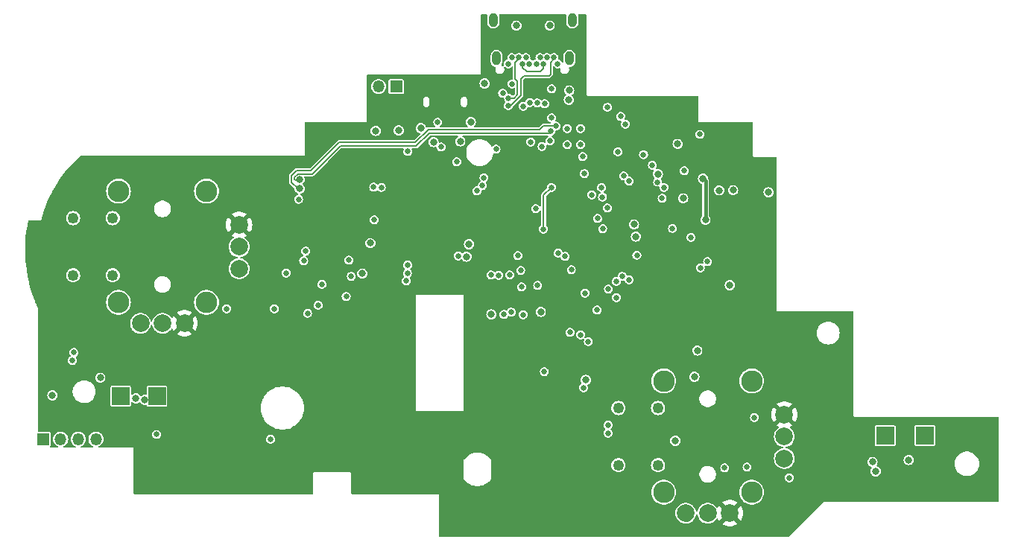
<source format=gbr>
G04 #@! TF.GenerationSoftware,KiCad,Pcbnew,8.0.2*
G04 #@! TF.CreationDate,2024-07-13T20:33:14-07:00*
G04 #@! TF.ProjectId,procon_gcc_main_pcb,70726f63-6f6e-45f6-9763-635f6d61696e,1*
G04 #@! TF.SameCoordinates,Original*
G04 #@! TF.FileFunction,Copper,L2,Inr*
G04 #@! TF.FilePolarity,Positive*
%FSLAX46Y46*%
G04 Gerber Fmt 4.6, Leading zero omitted, Abs format (unit mm)*
G04 Created by KiCad (PCBNEW 8.0.2) date 2024-07-13 20:33:14*
%MOMM*%
%LPD*%
G01*
G04 APERTURE LIST*
G04 #@! TA.AperFunction,ComponentPad*
%ADD10R,2.000000X2.000000*%
G04 #@! TD*
G04 #@! TA.AperFunction,ComponentPad*
%ADD11R,1.350000X1.350000*%
G04 #@! TD*
G04 #@! TA.AperFunction,ComponentPad*
%ADD12O,1.350000X1.350000*%
G04 #@! TD*
G04 #@! TA.AperFunction,ComponentPad*
%ADD13C,2.450000*%
G04 #@! TD*
G04 #@! TA.AperFunction,ComponentPad*
%ADD14C,1.250000*%
G04 #@! TD*
G04 #@! TA.AperFunction,ComponentPad*
%ADD15C,2.000000*%
G04 #@! TD*
G04 #@! TA.AperFunction,ComponentPad*
%ADD16C,0.650000*%
G04 #@! TD*
G04 #@! TA.AperFunction,ComponentPad*
%ADD17O,1.000000X1.600000*%
G04 #@! TD*
G04 #@! TA.AperFunction,ViaPad*
%ADD18C,0.800000*%
G04 #@! TD*
G04 #@! TA.AperFunction,ViaPad*
%ADD19C,0.650000*%
G04 #@! TD*
G04 #@! TA.AperFunction,Conductor*
%ADD20C,0.200000*%
G04 #@! TD*
G04 #@! TA.AperFunction,Conductor*
%ADD21C,0.150000*%
G04 #@! TD*
G04 #@! TA.AperFunction,Conductor*
%ADD22C,0.400000*%
G04 #@! TD*
G04 APERTURE END LIST*
D10*
X178480000Y-139910000D03*
X91623896Y-135440000D03*
D11*
X82810000Y-140310000D03*
D12*
X84810000Y-140310000D03*
X86810000Y-140310000D03*
X88810000Y-140310000D03*
D13*
X153320200Y-133697000D03*
X153320200Y-146347000D03*
X163320200Y-133697000D03*
X163320200Y-146347000D03*
D14*
X152670200Y-136772000D03*
X152670200Y-143272000D03*
X148170200Y-136772000D03*
X148170200Y-143272000D03*
D15*
X155820200Y-148722000D03*
X158320200Y-148722000D03*
X160820200Y-148722000D03*
X167020200Y-142522000D03*
X167020200Y-140022000D03*
X167020200Y-137522000D03*
D11*
X122920000Y-100228400D03*
D12*
X120920000Y-100228400D03*
D16*
X135660000Y-97625000D03*
X136060000Y-96925000D03*
X136860000Y-96925000D03*
X137260000Y-97625000D03*
X137660000Y-96925000D03*
X138060000Y-97625000D03*
X138860000Y-97625000D03*
X139260000Y-96925000D03*
X139660000Y-97625000D03*
X140060000Y-96925000D03*
X140860000Y-96925000D03*
X141260000Y-97625000D03*
D17*
X142950000Y-92635000D03*
X142590000Y-97025000D03*
X134330000Y-97025000D03*
X133970000Y-92635000D03*
D13*
X91377000Y-112107600D03*
X91377000Y-124757600D03*
X101377000Y-112107600D03*
X101377000Y-124757600D03*
D14*
X90727000Y-115182600D03*
X90727000Y-121682600D03*
X86227000Y-115182600D03*
X86227000Y-121682600D03*
D15*
X93877000Y-127132600D03*
X96377000Y-127132600D03*
X98877000Y-127132600D03*
X105077000Y-120932600D03*
X105077000Y-118432600D03*
X105077000Y-115932600D03*
D10*
X95740000Y-135410000D03*
X182980000Y-139910000D03*
D18*
X133240000Y-147070000D03*
X145570000Y-145690000D03*
X120040000Y-126000000D03*
D19*
X142494000Y-125095000D03*
X136296400Y-123139200D03*
D18*
X168038419Y-135006775D03*
D19*
X140926929Y-122588129D03*
X120396000Y-110566200D03*
D18*
X169062400Y-147167600D03*
D19*
X111861600Y-121920000D03*
D18*
X134493000Y-139395200D03*
X119006702Y-116774102D03*
D19*
X136448800Y-115112800D03*
D18*
X141510000Y-147190000D03*
D19*
X106095800Y-126542800D03*
X138208690Y-107452022D03*
D18*
X157850000Y-117600000D03*
D19*
X138620500Y-116483094D03*
D18*
X122783600Y-110693200D03*
D19*
X144297400Y-111201200D03*
D18*
X151053800Y-147548600D03*
D19*
X145313400Y-119964200D03*
X88519000Y-126568200D03*
X106070400Y-113588800D03*
X134213600Y-106222800D03*
X88392000Y-113614200D03*
X133553200Y-111150400D03*
D18*
X115595400Y-126568200D03*
X162080000Y-114510000D03*
X121031000Y-114173000D03*
D19*
X136555272Y-104215215D03*
X143520073Y-115278056D03*
D18*
X162175896Y-110478591D03*
D19*
X95590000Y-138710000D03*
X131013200Y-123317000D03*
D18*
X137540000Y-147190000D03*
X159825000Y-123600000D03*
X155810000Y-102620000D03*
D19*
X143891000Y-109042200D03*
D18*
X151053800Y-134289800D03*
D19*
X151025000Y-107950000D03*
X142824200Y-121038129D03*
D18*
X156032200Y-149326600D03*
X159607099Y-112015147D03*
D19*
X148960000Y-104480000D03*
X137072363Y-121131594D03*
D18*
X161199272Y-112009786D03*
D19*
X95710000Y-139780000D03*
X156420000Y-117370000D03*
D18*
X131191000Y-118135400D03*
D19*
X134277100Y-107339094D03*
X111836200Y-113030000D03*
X150266400Y-119405400D03*
X132892800Y-110591600D03*
X155650000Y-109800000D03*
X120421400Y-115366800D03*
X144110000Y-108170000D03*
X154320000Y-116370000D03*
X140588129Y-103784400D03*
D18*
X165227000Y-112242600D03*
D19*
X157430000Y-105660000D03*
X153350000Y-111675000D03*
X138988800Y-122834400D03*
X147040600Y-123240800D03*
X117246400Y-124079000D03*
D18*
X131394200Y-104241600D03*
D19*
X144297400Y-110109000D03*
X138214403Y-106526609D03*
X148425000Y-103625000D03*
X138785600Y-114096800D03*
X124231400Y-107599500D03*
X128016000Y-107091500D03*
D18*
X142570200Y-100660200D03*
D19*
X139661900Y-116432294D03*
X140552529Y-111680482D03*
X135661400Y-102387400D03*
X136093200Y-99923600D03*
D18*
X125722725Y-104956086D03*
X130199837Y-106444519D03*
X127177237Y-106529446D03*
X123215400Y-105206800D03*
D19*
X140589000Y-100482400D03*
X135686800Y-101523800D03*
X138105188Y-102039497D03*
X142350000Y-104987500D03*
D18*
X136575800Y-93294200D03*
D19*
X139802765Y-102180015D03*
X145144807Y-112533218D03*
D18*
X157782026Y-110690426D03*
X152657200Y-110163000D03*
X154910000Y-106750000D03*
X158055736Y-115366800D03*
X89310000Y-133330000D03*
D19*
X152618203Y-111081857D03*
X138957046Y-102068159D03*
D18*
X140360400Y-93294200D03*
D19*
X143870000Y-104987500D03*
X135026400Y-100965000D03*
D18*
X120599200Y-105257600D03*
X132969000Y-99872800D03*
D19*
X112852200Y-126009400D03*
X109093000Y-125476000D03*
X146989800Y-139623800D03*
X160248600Y-143586200D03*
X146989800Y-138709400D03*
X163626800Y-137845800D03*
X167589200Y-144703800D03*
X162788600Y-143484600D03*
X136753600Y-119430800D03*
X133705600Y-121640600D03*
X124219200Y-120510800D03*
X114054979Y-125077210D03*
X149387551Y-122193703D03*
X103657400Y-125476000D03*
X108650000Y-140330000D03*
X129794000Y-108762800D03*
X127641468Y-104273468D03*
X132723174Y-111472425D03*
X146253200Y-111709200D03*
X145808515Y-115208631D03*
X86309200Y-130450000D03*
X124080000Y-122310000D03*
X135813800Y-121640600D03*
D18*
X119075200Y-121488200D03*
D19*
X142113000Y-119532400D03*
X147955000Y-124206000D03*
X147929600Y-122377200D03*
X117830600Y-121793000D03*
X142671800Y-128168400D03*
X144754600Y-129235200D03*
X148590000Y-121793000D03*
X145745200Y-125628400D03*
X114477800Y-122707400D03*
X141325600Y-119151400D03*
X124204300Y-121435700D03*
X134569200Y-121666000D03*
X110413800Y-121412000D03*
X143891000Y-128447800D03*
X146380000Y-116380000D03*
X144373600Y-123698000D03*
X146912549Y-114022382D03*
D18*
X142544800Y-101727000D03*
D19*
X146930000Y-102570000D03*
X148107400Y-107645200D03*
X137367240Y-102463027D03*
X132089527Y-112088469D03*
X144221200Y-134467600D03*
X117551200Y-119964200D03*
D18*
X130911600Y-119557800D03*
D19*
X139750800Y-132638800D03*
D18*
X119983925Y-118022388D03*
D19*
X137337800Y-126161800D03*
X137160000Y-122986800D03*
X112649000Y-118922800D03*
X129971800Y-119481600D03*
D18*
X150164800Y-117271800D03*
D19*
X148767800Y-110369400D03*
X157475000Y-120825000D03*
D18*
X139344400Y-125831600D03*
D19*
X149377400Y-110972600D03*
D18*
X149936200Y-115900200D03*
D19*
X153140000Y-112920000D03*
D18*
X133731000Y-126136400D03*
D19*
X112420400Y-120015000D03*
D18*
X144475200Y-133578600D03*
D19*
X140470827Y-105311470D03*
D18*
X111963200Y-110777800D03*
D19*
X141058451Y-104693756D03*
D18*
X111963200Y-111827800D03*
D19*
X135991600Y-125857000D03*
X121234200Y-111709200D03*
X120370600Y-111658400D03*
X135153400Y-126136400D03*
X142350000Y-106813850D03*
X139497933Y-107031003D03*
X143870000Y-106812500D03*
X140380000Y-106390000D03*
X86130000Y-131360000D03*
D18*
X83870800Y-135331200D03*
D19*
X146366405Y-112789152D03*
X158300000Y-120125000D03*
D18*
X160825000Y-122800000D03*
X93360000Y-135680000D03*
X177030000Y-142910000D03*
X177390000Y-143960000D03*
X94380000Y-135840000D03*
X181150000Y-142680000D03*
X157124400Y-130225800D03*
X154635200Y-140487400D03*
X156794200Y-133223000D03*
X155528941Y-112932354D03*
D19*
X152027395Y-109166476D03*
D20*
X139661900Y-112571111D02*
X140552529Y-111680482D01*
X139661900Y-116432294D02*
X139661900Y-112571111D01*
D21*
X140860000Y-97087200D02*
X140462000Y-97485200D01*
X137058400Y-101256774D02*
X135927774Y-102387400D01*
X140309600Y-98983800D02*
X137464800Y-98983800D01*
X140462000Y-98831400D02*
X140309600Y-98983800D01*
X140462000Y-97485200D02*
X140462000Y-98831400D01*
X137464800Y-98983800D02*
X137058400Y-99390200D01*
X140860000Y-96925000D02*
X140860000Y-97087200D01*
X137058400Y-99390200D02*
X137058400Y-101256774D01*
X135927774Y-102387400D02*
X135661400Y-102387400D01*
X136296400Y-101523800D02*
X135686800Y-101523800D01*
X136860000Y-96925000D02*
X136860000Y-97074000D01*
X136860000Y-97074000D02*
X136448800Y-97485200D01*
X136702800Y-99618800D02*
X136702800Y-101117400D01*
X136448800Y-99364800D02*
X136702800Y-99618800D01*
X136448800Y-97485200D02*
X136448800Y-99364800D01*
X136702800Y-101117400D02*
X136296400Y-101523800D01*
D22*
X157782026Y-110690426D02*
X158055736Y-110964136D01*
X158055736Y-110964136D02*
X158055736Y-115366800D01*
D20*
X139660000Y-98134800D02*
X139660000Y-97625000D01*
X139268200Y-98526600D02*
X139660000Y-98134800D01*
X137260000Y-98042400D02*
X137744200Y-98526600D01*
X137260000Y-97625000D02*
X137260000Y-98042400D01*
X137744200Y-98526600D02*
X139268200Y-98526600D01*
D21*
X126673000Y-105508400D02*
X125199800Y-106981600D01*
X111401200Y-110496644D02*
X111401200Y-110766200D01*
X140273897Y-105508400D02*
X126673000Y-105508400D01*
X140470827Y-105311470D02*
X140273897Y-105508400D01*
X113392244Y-110156600D02*
X111741244Y-110156600D01*
X111841537Y-110899463D02*
X111963200Y-110777800D01*
X125199800Y-106981600D02*
X116567244Y-106981600D01*
X111401200Y-110766200D02*
X111534463Y-110899463D01*
X111534463Y-110899463D02*
X111841537Y-110899463D01*
X116567244Y-106981600D02*
X113392244Y-110156600D01*
X111741244Y-110156600D02*
X111401200Y-110496644D01*
X126565000Y-105108400D02*
X125091800Y-106581600D01*
X139654244Y-104693756D02*
X139239600Y-105108400D01*
X111748156Y-111827800D02*
X111963200Y-111827800D01*
X113226556Y-109756600D02*
X111575556Y-109756600D01*
X111575556Y-109756600D02*
X111001200Y-110330956D01*
X141058451Y-104693756D02*
X139654244Y-104693756D01*
X111001200Y-111080844D02*
X111748156Y-111827800D01*
X116401556Y-106581600D02*
X113226556Y-109756600D01*
X111001200Y-110330956D02*
X111001200Y-111080844D01*
X125091800Y-106581600D02*
X116401556Y-106581600D01*
X139239600Y-105108400D02*
X126565000Y-105108400D01*
G04 #@! TA.AperFunction,Conductor*
G36*
X133290049Y-92035680D02*
G01*
X133320489Y-92088403D01*
X133315716Y-92131952D01*
X133316921Y-92132318D01*
X133315651Y-92136505D01*
X133289500Y-92267972D01*
X133289500Y-93002027D01*
X133315651Y-93133494D01*
X133315652Y-93133500D01*
X133366946Y-93257334D01*
X133366948Y-93257338D01*
X133441421Y-93368794D01*
X133536206Y-93463579D01*
X133647662Y-93538052D01*
X133688943Y-93555151D01*
X133771499Y-93589347D01*
X133771500Y-93589347D01*
X133771505Y-93589349D01*
X133902977Y-93615500D01*
X133902981Y-93615500D01*
X134037019Y-93615500D01*
X134037023Y-93615500D01*
X134168495Y-93589349D01*
X134292338Y-93538052D01*
X134403794Y-93463579D01*
X134498579Y-93368794D01*
X134548421Y-93294200D01*
X135990291Y-93294200D01*
X136010242Y-93445741D01*
X136010242Y-93445743D01*
X136010243Y-93445744D01*
X136068731Y-93586949D01*
X136068732Y-93586951D01*
X136068734Y-93586955D01*
X136161783Y-93708217D01*
X136283045Y-93801266D01*
X136424259Y-93859758D01*
X136575800Y-93879709D01*
X136727341Y-93859758D01*
X136868555Y-93801266D01*
X136989817Y-93708217D01*
X137082866Y-93586955D01*
X137141358Y-93445741D01*
X137161309Y-93294200D01*
X139774891Y-93294200D01*
X139794842Y-93445741D01*
X139794842Y-93445743D01*
X139794843Y-93445744D01*
X139853331Y-93586949D01*
X139853332Y-93586951D01*
X139853334Y-93586955D01*
X139946383Y-93708217D01*
X140067645Y-93801266D01*
X140208859Y-93859758D01*
X140360400Y-93879709D01*
X140511941Y-93859758D01*
X140653155Y-93801266D01*
X140774417Y-93708217D01*
X140867466Y-93586955D01*
X140925958Y-93445741D01*
X140945909Y-93294200D01*
X140925958Y-93142659D01*
X140867466Y-93001446D01*
X140774417Y-92880183D01*
X140774412Y-92880179D01*
X140774411Y-92880178D01*
X140718665Y-92837403D01*
X140653155Y-92787134D01*
X140653151Y-92787132D01*
X140653149Y-92787131D01*
X140511944Y-92728643D01*
X140511943Y-92728642D01*
X140511941Y-92728642D01*
X140360400Y-92708691D01*
X140208859Y-92728642D01*
X140208857Y-92728642D01*
X140208855Y-92728643D01*
X140067651Y-92787131D01*
X140067643Y-92787136D01*
X139946388Y-92880178D01*
X139946378Y-92880188D01*
X139853336Y-93001443D01*
X139853331Y-93001451D01*
X139794843Y-93142655D01*
X139794842Y-93142657D01*
X139794842Y-93142659D01*
X139774891Y-93294200D01*
X137161309Y-93294200D01*
X137141358Y-93142659D01*
X137082866Y-93001446D01*
X136989817Y-92880183D01*
X136989812Y-92880179D01*
X136989811Y-92880178D01*
X136934065Y-92837403D01*
X136868555Y-92787134D01*
X136868551Y-92787132D01*
X136868549Y-92787131D01*
X136727344Y-92728643D01*
X136727343Y-92728642D01*
X136727341Y-92728642D01*
X136575800Y-92708691D01*
X136424259Y-92728642D01*
X136424257Y-92728642D01*
X136424255Y-92728643D01*
X136283051Y-92787131D01*
X136283043Y-92787136D01*
X136161788Y-92880178D01*
X136161778Y-92880188D01*
X136068736Y-93001443D01*
X136068731Y-93001451D01*
X136010243Y-93142655D01*
X136010242Y-93142657D01*
X136010242Y-93142659D01*
X135990291Y-93294200D01*
X134548421Y-93294200D01*
X134573052Y-93257338D01*
X134624349Y-93133495D01*
X134650500Y-93002023D01*
X134650500Y-92267977D01*
X134624349Y-92136505D01*
X134624345Y-92136496D01*
X134623079Y-92132318D01*
X134624671Y-92131834D01*
X134622274Y-92077107D01*
X134659328Y-92028803D01*
X134707159Y-92014858D01*
X142212841Y-92014858D01*
X142270049Y-92035680D01*
X142300489Y-92088403D01*
X142295716Y-92131952D01*
X142296921Y-92132318D01*
X142295651Y-92136505D01*
X142269500Y-92267972D01*
X142269500Y-93002027D01*
X142295651Y-93133494D01*
X142295652Y-93133500D01*
X142346946Y-93257334D01*
X142346948Y-93257338D01*
X142421421Y-93368794D01*
X142516206Y-93463579D01*
X142627662Y-93538052D01*
X142668943Y-93555151D01*
X142751499Y-93589347D01*
X142751500Y-93589347D01*
X142751505Y-93589349D01*
X142882977Y-93615500D01*
X142882981Y-93615500D01*
X143017019Y-93615500D01*
X143017023Y-93615500D01*
X143148495Y-93589349D01*
X143272338Y-93538052D01*
X143383794Y-93463579D01*
X143478579Y-93368794D01*
X143553052Y-93257338D01*
X143604349Y-93133495D01*
X143630500Y-93002023D01*
X143630500Y-92267977D01*
X143604349Y-92136505D01*
X143604345Y-92136496D01*
X143603079Y-92132318D01*
X143604671Y-92131834D01*
X143602274Y-92077107D01*
X143639328Y-92028803D01*
X143687159Y-92014858D01*
X144466725Y-92014858D01*
X144523933Y-92035680D01*
X144554373Y-92088403D01*
X144555725Y-92103858D01*
X144555725Y-101084422D01*
X144555725Y-101144294D01*
X144578638Y-101199609D01*
X144620974Y-101241945D01*
X144676289Y-101264858D01*
X157166725Y-101264858D01*
X157223933Y-101285680D01*
X157254373Y-101338403D01*
X157255725Y-101353858D01*
X157255725Y-104084422D01*
X157255725Y-104144294D01*
X157278638Y-104199609D01*
X157320974Y-104241945D01*
X157376289Y-104264858D01*
X163366725Y-104264858D01*
X163423933Y-104285680D01*
X163454373Y-104338403D01*
X163455725Y-104353858D01*
X163455725Y-108144294D01*
X163478638Y-108199609D01*
X163520974Y-108241945D01*
X163576289Y-108264858D01*
X163636161Y-108264858D01*
X166066725Y-108264858D01*
X166123933Y-108285680D01*
X166154373Y-108338403D01*
X166155725Y-108353858D01*
X166155725Y-125644294D01*
X166178638Y-125699609D01*
X166220974Y-125741945D01*
X166276289Y-125764858D01*
X166336161Y-125764858D01*
X174766725Y-125764858D01*
X174823933Y-125785680D01*
X174854373Y-125838403D01*
X174855725Y-125853858D01*
X174855725Y-137584421D01*
X174855725Y-137644293D01*
X174878638Y-137699608D01*
X174920974Y-137741944D01*
X174976289Y-137764857D01*
X191316725Y-137764857D01*
X191373933Y-137785679D01*
X191404373Y-137838402D01*
X191405725Y-137853857D01*
X191405725Y-147374857D01*
X191384903Y-147432065D01*
X191332180Y-147462505D01*
X191316725Y-147463857D01*
X171594423Y-147463857D01*
X171589701Y-147463422D01*
X171555900Y-147463850D01*
X171554773Y-147463857D01*
X171526227Y-147463857D01*
X171525958Y-147463914D01*
X171524815Y-147464149D01*
X171524449Y-147464221D01*
X171498314Y-147475435D01*
X171497289Y-147475867D01*
X171470909Y-147486796D01*
X171470589Y-147487017D01*
X171469630Y-147487667D01*
X171469405Y-147487817D01*
X171449473Y-147508259D01*
X171448686Y-147509056D01*
X171424795Y-147532948D01*
X171421810Y-147536631D01*
X167618964Y-151436988D01*
X167564118Y-151463413D01*
X167555240Y-151463857D01*
X127895726Y-151463857D01*
X127838518Y-151443035D01*
X127808078Y-151390312D01*
X127806726Y-151374857D01*
X127806726Y-148721996D01*
X154634643Y-148721996D01*
X154634643Y-148722003D01*
X154654827Y-148939840D01*
X154654830Y-148939853D01*
X154714700Y-149150272D01*
X154714702Y-149150276D01*
X154812217Y-149346111D01*
X154812220Y-149346116D01*
X154944063Y-149520705D01*
X155105744Y-149668097D01*
X155291744Y-149783263D01*
X155291753Y-149783268D01*
X155476732Y-149854928D01*
X155495757Y-149862299D01*
X155710811Y-149902500D01*
X155710813Y-149902500D01*
X155929585Y-149902500D01*
X155929589Y-149902500D01*
X155929592Y-149902499D01*
X155933683Y-149902120D01*
X155933732Y-149902658D01*
X155955874Y-149902060D01*
X156032200Y-149912109D01*
X156183741Y-149892158D01*
X156324955Y-149833666D01*
X156446217Y-149740617D01*
X156462269Y-149719696D01*
X156486025Y-149698206D01*
X156534658Y-149668095D01*
X156696337Y-149520705D01*
X156828181Y-149346115D01*
X156925699Y-149150273D01*
X156946959Y-149075553D01*
X156984598Y-148943268D01*
X157020281Y-148893942D01*
X157079322Y-148879093D01*
X157134094Y-148905668D01*
X157155802Y-148943268D01*
X157214700Y-149150272D01*
X157214702Y-149150276D01*
X157312217Y-149346111D01*
X157312220Y-149346116D01*
X157444063Y-149520705D01*
X157605744Y-149668097D01*
X157791744Y-149783263D01*
X157791753Y-149783268D01*
X157976732Y-149854928D01*
X157995757Y-149862299D01*
X158210811Y-149902500D01*
X158210813Y-149902500D01*
X158429587Y-149902500D01*
X158429589Y-149902500D01*
X158644643Y-149862299D01*
X158780646Y-149809611D01*
X158848646Y-149783268D01*
X158848655Y-149783263D01*
X159034655Y-149668097D01*
X159034655Y-149668096D01*
X159034658Y-149668095D01*
X159196337Y-149520705D01*
X159317516Y-149360237D01*
X159368606Y-149327134D01*
X159429024Y-149334615D01*
X159470042Y-149378122D01*
X159496467Y-149438366D01*
X159596764Y-149591881D01*
X160337237Y-148851408D01*
X160354275Y-148914993D01*
X160420101Y-149029007D01*
X160513193Y-149122099D01*
X160627207Y-149187925D01*
X160690789Y-149204962D01*
X159950142Y-149945609D01*
X159996965Y-149982053D01*
X160215589Y-150100366D01*
X160215596Y-150100369D01*
X160450706Y-150181082D01*
X160450713Y-150181084D01*
X160695904Y-150221999D01*
X160695907Y-150222000D01*
X160944493Y-150222000D01*
X160944495Y-150221999D01*
X161189686Y-150181084D01*
X161189693Y-150181082D01*
X161424803Y-150100369D01*
X161424810Y-150100366D01*
X161643427Y-149982057D01*
X161643429Y-149982056D01*
X161690255Y-149945609D01*
X160949608Y-149204962D01*
X161013193Y-149187925D01*
X161127207Y-149122099D01*
X161220299Y-149029007D01*
X161286125Y-148914993D01*
X161303162Y-148851408D01*
X162043634Y-149591880D01*
X162143932Y-149438366D01*
X162243787Y-149210720D01*
X162304813Y-148969735D01*
X162304813Y-148969734D01*
X162325340Y-148722000D01*
X162304813Y-148474265D01*
X162304813Y-148474264D01*
X162243787Y-148233279D01*
X162143932Y-148005633D01*
X162043634Y-147852117D01*
X161303162Y-148592589D01*
X161286125Y-148529007D01*
X161220299Y-148414993D01*
X161127207Y-148321901D01*
X161013193Y-148256075D01*
X160949608Y-148239037D01*
X161690256Y-147498389D01*
X161643439Y-147461950D01*
X161643429Y-147461943D01*
X161424810Y-147343633D01*
X161424803Y-147343630D01*
X161189693Y-147262917D01*
X161189686Y-147262915D01*
X160944495Y-147222000D01*
X160695904Y-147222000D01*
X160450713Y-147262915D01*
X160450706Y-147262917D01*
X160215596Y-147343630D01*
X160215589Y-147343633D01*
X159996970Y-147461943D01*
X159996961Y-147461949D01*
X159950142Y-147498388D01*
X160690791Y-148239037D01*
X160627207Y-148256075D01*
X160513193Y-148321901D01*
X160420101Y-148414993D01*
X160354275Y-148529007D01*
X160337237Y-148592591D01*
X159596763Y-147852117D01*
X159496469Y-148005629D01*
X159496468Y-148005630D01*
X159470042Y-148065877D01*
X159427993Y-148109903D01*
X159367483Y-148116600D01*
X159317514Y-148083760D01*
X159304009Y-148065877D01*
X159196337Y-147923295D01*
X159034658Y-147775905D01*
X159034655Y-147775902D01*
X158848655Y-147660736D01*
X158848646Y-147660731D01*
X158644647Y-147581702D01*
X158644644Y-147581701D01*
X158644643Y-147581701D01*
X158429589Y-147541500D01*
X158210811Y-147541500D01*
X158210810Y-147541500D01*
X157995752Y-147581702D01*
X157791753Y-147660731D01*
X157791744Y-147660736D01*
X157605744Y-147775902D01*
X157444063Y-147923294D01*
X157312220Y-148097883D01*
X157312217Y-148097888D01*
X157214702Y-148293723D01*
X157214700Y-148293727D01*
X157155802Y-148500731D01*
X157120119Y-148550057D01*
X157061078Y-148564906D01*
X157006306Y-148538331D01*
X156984598Y-148500731D01*
X156925699Y-148293727D01*
X156925697Y-148293723D01*
X156828182Y-148097888D01*
X156828181Y-148097885D01*
X156696337Y-147923295D01*
X156534658Y-147775905D01*
X156534655Y-147775902D01*
X156348655Y-147660736D01*
X156348646Y-147660731D01*
X156144647Y-147581702D01*
X156144644Y-147581701D01*
X156144643Y-147581701D01*
X155929589Y-147541500D01*
X155710811Y-147541500D01*
X155710810Y-147541500D01*
X155495752Y-147581702D01*
X155291753Y-147660731D01*
X155291744Y-147660736D01*
X155105744Y-147775902D01*
X154944063Y-147923294D01*
X154812220Y-148097883D01*
X154812217Y-148097888D01*
X154714702Y-148293723D01*
X154714700Y-148293727D01*
X154654830Y-148504146D01*
X154654827Y-148504159D01*
X154634643Y-148721996D01*
X127806726Y-148721996D01*
X127806726Y-146684421D01*
X127783813Y-146629106D01*
X127741477Y-146586770D01*
X127686162Y-146563857D01*
X127686161Y-146563857D01*
X117895726Y-146563857D01*
X117838518Y-146543035D01*
X117808078Y-146490312D01*
X117806726Y-146474857D01*
X117806726Y-146347000D01*
X151909883Y-146347000D01*
X151929117Y-146579127D01*
X151929117Y-146579128D01*
X151986298Y-146804931D01*
X152079862Y-147018235D01*
X152079863Y-147018237D01*
X152207262Y-147213235D01*
X152207265Y-147213239D01*
X152207267Y-147213241D01*
X152207269Y-147213244D01*
X152356045Y-147374857D01*
X152365018Y-147384604D01*
X152524403Y-147508658D01*
X152548829Y-147527669D01*
X152548833Y-147527672D01*
X152565388Y-147536631D01*
X152753682Y-147638531D01*
X152973988Y-147714162D01*
X153203737Y-147752500D01*
X153203738Y-147752500D01*
X153436662Y-147752500D01*
X153436663Y-147752500D01*
X153666412Y-147714162D01*
X153886718Y-147638531D01*
X154091570Y-147527670D01*
X154275382Y-147384604D01*
X154433138Y-147213235D01*
X154560537Y-147018237D01*
X154654102Y-146804929D01*
X154711282Y-146579131D01*
X154730517Y-146347000D01*
X161909883Y-146347000D01*
X161929117Y-146579127D01*
X161929117Y-146579128D01*
X161986298Y-146804931D01*
X162079862Y-147018235D01*
X162079863Y-147018237D01*
X162207262Y-147213235D01*
X162207265Y-147213239D01*
X162207267Y-147213241D01*
X162207269Y-147213244D01*
X162356045Y-147374857D01*
X162365018Y-147384604D01*
X162524403Y-147508658D01*
X162548829Y-147527669D01*
X162548833Y-147527672D01*
X162565388Y-147536631D01*
X162753682Y-147638531D01*
X162973988Y-147714162D01*
X163203737Y-147752500D01*
X163203738Y-147752500D01*
X163436662Y-147752500D01*
X163436663Y-147752500D01*
X163666412Y-147714162D01*
X163886718Y-147638531D01*
X164091570Y-147527670D01*
X164275382Y-147384604D01*
X164433138Y-147213235D01*
X164560537Y-147018237D01*
X164654102Y-146804929D01*
X164711282Y-146579131D01*
X164730517Y-146347000D01*
X164711282Y-146114869D01*
X164654102Y-145889071D01*
X164560537Y-145675763D01*
X164433138Y-145480765D01*
X164433132Y-145480758D01*
X164433130Y-145480755D01*
X164275381Y-145309395D01*
X164091570Y-145166330D01*
X164091566Y-145166327D01*
X163886722Y-145055471D01*
X163886721Y-145055470D01*
X163886718Y-145055469D01*
X163666604Y-144979904D01*
X163666415Y-144979839D01*
X163666414Y-144979838D01*
X163666412Y-144979838D01*
X163666410Y-144979837D01*
X163666408Y-144979837D01*
X163436664Y-144941500D01*
X163436663Y-144941500D01*
X163203737Y-144941500D01*
X163203735Y-144941500D01*
X162973991Y-144979837D01*
X162973984Y-144979839D01*
X162848784Y-145022820D01*
X162753682Y-145055469D01*
X162753680Y-145055469D01*
X162753677Y-145055471D01*
X162548833Y-145166327D01*
X162548829Y-145166330D01*
X162365018Y-145309395D01*
X162207269Y-145480755D01*
X162207267Y-145480758D01*
X162079862Y-145675764D01*
X161986298Y-145889068D01*
X161929117Y-146114871D01*
X161929117Y-146114872D01*
X161909883Y-146347000D01*
X154730517Y-146347000D01*
X154711282Y-146114869D01*
X154654102Y-145889071D01*
X154560537Y-145675763D01*
X154433138Y-145480765D01*
X154433132Y-145480758D01*
X154433130Y-145480755D01*
X154275381Y-145309395D01*
X154091570Y-145166330D01*
X154091566Y-145166327D01*
X153886722Y-145055471D01*
X153886721Y-145055470D01*
X153886718Y-145055469D01*
X153666604Y-144979904D01*
X153666415Y-144979839D01*
X153666414Y-144979838D01*
X153666412Y-144979838D01*
X153666410Y-144979837D01*
X153666408Y-144979837D01*
X153436664Y-144941500D01*
X153436663Y-144941500D01*
X153203737Y-144941500D01*
X153203735Y-144941500D01*
X152973991Y-144979837D01*
X152973984Y-144979839D01*
X152848784Y-145022820D01*
X152753682Y-145055469D01*
X152753680Y-145055469D01*
X152753677Y-145055471D01*
X152548833Y-145166327D01*
X152548829Y-145166330D01*
X152365018Y-145309395D01*
X152207269Y-145480755D01*
X152207267Y-145480758D01*
X152079862Y-145675764D01*
X151986298Y-145889068D01*
X151929117Y-146114871D01*
X151929117Y-146114872D01*
X151909883Y-146347000D01*
X117806726Y-146347000D01*
X117806726Y-144184421D01*
X117789946Y-144143913D01*
X117783813Y-144129106D01*
X117741477Y-144086770D01*
X117686162Y-144063857D01*
X113686162Y-144063857D01*
X113626290Y-144063857D01*
X113581049Y-144082597D01*
X113570975Y-144086770D01*
X113528639Y-144129106D01*
X113505726Y-144184421D01*
X113505726Y-146474857D01*
X113484904Y-146532065D01*
X113432181Y-146562505D01*
X113416726Y-146563857D01*
X93195726Y-146563857D01*
X93138518Y-146543035D01*
X93108078Y-146490312D01*
X93106726Y-146474857D01*
X93106726Y-142704584D01*
X130601924Y-142704584D01*
X130602868Y-142708217D01*
X130605726Y-142730592D01*
X130605726Y-144769408D01*
X130602868Y-144791780D01*
X130601924Y-144795414D01*
X130601924Y-144795415D01*
X130601924Y-144795416D01*
X130604044Y-144806168D01*
X130605726Y-144823386D01*
X130605726Y-144829935D01*
X130608079Y-144835616D01*
X130613171Y-144852452D01*
X130615216Y-144862819D01*
X130617709Y-144866144D01*
X130617717Y-144866154D01*
X130628392Y-144884880D01*
X130628641Y-144885254D01*
X130637719Y-144894332D01*
X130646016Y-144903905D01*
X130711403Y-144991199D01*
X130711410Y-144991206D01*
X130885241Y-145168347D01*
X130888007Y-145171165D01*
X131086831Y-145326224D01*
X131304394Y-145453664D01*
X131536883Y-145551250D01*
X131780226Y-145617274D01*
X131780230Y-145617274D01*
X131780231Y-145617275D01*
X132030151Y-145650577D01*
X132030156Y-145650577D01*
X132282300Y-145650577D01*
X132532220Y-145617275D01*
X132532220Y-145617274D01*
X132532226Y-145617274D01*
X132775569Y-145551250D01*
X133008058Y-145453664D01*
X133225621Y-145326224D01*
X133424445Y-145171165D01*
X133601046Y-144991202D01*
X133666437Y-144903901D01*
X133674739Y-144894324D01*
X133683813Y-144885251D01*
X133684066Y-144884871D01*
X133694742Y-144866144D01*
X133697236Y-144862819D01*
X133699280Y-144852454D01*
X133704375Y-144835611D01*
X133706725Y-144829938D01*
X133706724Y-144829938D01*
X133706726Y-144829936D01*
X133706726Y-144823386D01*
X133708407Y-144806168D01*
X133710528Y-144795416D01*
X133709584Y-144791780D01*
X133706726Y-144769408D01*
X133706726Y-144228379D01*
X157369700Y-144228379D01*
X157369700Y-144415620D01*
X157406226Y-144599248D01*
X157406227Y-144599250D01*
X157476708Y-144769408D01*
X157477878Y-144772231D01*
X157581898Y-144927908D01*
X157714292Y-145060302D01*
X157869969Y-145164322D01*
X158042949Y-145235973D01*
X158226584Y-145272500D01*
X158226588Y-145272500D01*
X158413812Y-145272500D01*
X158413816Y-145272500D01*
X158597451Y-145235973D01*
X158770431Y-145164322D01*
X158926108Y-145060302D01*
X159058502Y-144927908D01*
X159162522Y-144772231D01*
X159190868Y-144703799D01*
X167078502Y-144703799D01*
X167078502Y-144703800D01*
X167099188Y-144847679D01*
X167159572Y-144979902D01*
X167159574Y-144979905D01*
X167254763Y-145089759D01*
X167254764Y-145089760D01*
X167377048Y-145168347D01*
X167516520Y-145209300D01*
X167516522Y-145209300D01*
X167661878Y-145209300D01*
X167661880Y-145209300D01*
X167801352Y-145168347D01*
X167923636Y-145089760D01*
X168018826Y-144979904D01*
X168079211Y-144847680D01*
X168099898Y-144703800D01*
X168079211Y-144559920D01*
X168063518Y-144525558D01*
X168018827Y-144427697D01*
X168018825Y-144427694D01*
X167923636Y-144317840D01*
X167874823Y-144286470D01*
X167801352Y-144239253D01*
X167661880Y-144198300D01*
X167516520Y-144198300D01*
X167377048Y-144239253D01*
X167333350Y-144267335D01*
X167254763Y-144317840D01*
X167159574Y-144427694D01*
X167159572Y-144427697D01*
X167099188Y-144559920D01*
X167078502Y-144703799D01*
X159190868Y-144703799D01*
X159234173Y-144599251D01*
X159270700Y-144415616D01*
X159270700Y-144228384D01*
X159234173Y-144044749D01*
X159162522Y-143871769D01*
X159058502Y-143716092D01*
X158928609Y-143586199D01*
X159737902Y-143586199D01*
X159737902Y-143586200D01*
X159758588Y-143730079D01*
X159818972Y-143862302D01*
X159818974Y-143862305D01*
X159894223Y-143949147D01*
X159914164Y-143972160D01*
X160036448Y-144050747D01*
X160175920Y-144091700D01*
X160175922Y-144091700D01*
X160321278Y-144091700D01*
X160321280Y-144091700D01*
X160460752Y-144050747D01*
X160583036Y-143972160D01*
X160678226Y-143862304D01*
X160738611Y-143730080D01*
X160759298Y-143586200D01*
X160758876Y-143583268D01*
X160744690Y-143484599D01*
X162277902Y-143484599D01*
X162277902Y-143484600D01*
X162298588Y-143628479D01*
X162358972Y-143760702D01*
X162358974Y-143760705D01*
X162447008Y-143862302D01*
X162454164Y-143870560D01*
X162576448Y-143949147D01*
X162715920Y-143990100D01*
X162715922Y-143990100D01*
X162861278Y-143990100D01*
X162861280Y-143990100D01*
X163000752Y-143949147D01*
X163123036Y-143870560D01*
X163218226Y-143760704D01*
X163278611Y-143628480D01*
X163299298Y-143484600D01*
X163294664Y-143452373D01*
X163278611Y-143340720D01*
X163218227Y-143208497D01*
X163218225Y-143208494D01*
X163123036Y-143098640D01*
X163112120Y-143091625D01*
X163000752Y-143020053D01*
X162861280Y-142979100D01*
X162715920Y-142979100D01*
X162576448Y-143020053D01*
X162532750Y-143048135D01*
X162454163Y-143098640D01*
X162358974Y-143208494D01*
X162358972Y-143208497D01*
X162298588Y-143340720D01*
X162277902Y-143484599D01*
X160744690Y-143484599D01*
X160738611Y-143442320D01*
X160678227Y-143310097D01*
X160678225Y-143310094D01*
X160583036Y-143200240D01*
X160562532Y-143187063D01*
X160460752Y-143121653D01*
X160321280Y-143080700D01*
X160175920Y-143080700D01*
X160036448Y-143121653D01*
X159998391Y-143146111D01*
X159914163Y-143200240D01*
X159818974Y-143310094D01*
X159818972Y-143310097D01*
X159758588Y-143442320D01*
X159737902Y-143586199D01*
X158928609Y-143586199D01*
X158926108Y-143583698D01*
X158770431Y-143479678D01*
X158770428Y-143479676D01*
X158770427Y-143479676D01*
X158680241Y-143442320D01*
X158597451Y-143408027D01*
X158597449Y-143408026D01*
X158597448Y-143408026D01*
X158413820Y-143371500D01*
X158413816Y-143371500D01*
X158226584Y-143371500D01*
X158226579Y-143371500D01*
X158042951Y-143408026D01*
X158042949Y-143408027D01*
X157869972Y-143479676D01*
X157869969Y-143479678D01*
X157714294Y-143583696D01*
X157581896Y-143716094D01*
X157477878Y-143871769D01*
X157477876Y-143871772D01*
X157406227Y-144044749D01*
X157406226Y-144044751D01*
X157369700Y-144228379D01*
X133706726Y-144228379D01*
X133706726Y-143271996D01*
X147359603Y-143271996D01*
X147359603Y-143272003D01*
X147379924Y-143452364D01*
X147379925Y-143452370D01*
X147379926Y-143452375D01*
X147435899Y-143612337D01*
X147439878Y-143623708D01*
X147525960Y-143760705D01*
X147536450Y-143777399D01*
X147664801Y-143905750D01*
X147664803Y-143905751D01*
X147664804Y-143905752D01*
X147818491Y-144002321D01*
X147818492Y-144002321D01*
X147818495Y-144002323D01*
X147989825Y-144062274D01*
X148039011Y-144067815D01*
X148170197Y-144082597D01*
X148170200Y-144082597D01*
X148170203Y-144082597D01*
X148275788Y-144070700D01*
X148350575Y-144062274D01*
X148521905Y-144002323D01*
X148675599Y-143905750D01*
X148803950Y-143777399D01*
X148900523Y-143623705D01*
X148960474Y-143452375D01*
X148969586Y-143371500D01*
X148980797Y-143272003D01*
X148980797Y-143271996D01*
X151859603Y-143271996D01*
X151859603Y-143272003D01*
X151879924Y-143452364D01*
X151879925Y-143452370D01*
X151879926Y-143452375D01*
X151935899Y-143612337D01*
X151939878Y-143623708D01*
X152025960Y-143760705D01*
X152036450Y-143777399D01*
X152164801Y-143905750D01*
X152164803Y-143905751D01*
X152164804Y-143905752D01*
X152318491Y-144002321D01*
X152318492Y-144002321D01*
X152318495Y-144002323D01*
X152489825Y-144062274D01*
X152539011Y-144067815D01*
X152670197Y-144082597D01*
X152670200Y-144082597D01*
X152670203Y-144082597D01*
X152775788Y-144070700D01*
X152850575Y-144062274D01*
X153021905Y-144002323D01*
X153175599Y-143905750D01*
X153303950Y-143777399D01*
X153400523Y-143623705D01*
X153460474Y-143452375D01*
X153469586Y-143371500D01*
X153480797Y-143272003D01*
X153480797Y-143271996D01*
X153460744Y-143094021D01*
X153460474Y-143091625D01*
X153400523Y-142920295D01*
X153400521Y-142920292D01*
X153400521Y-142920291D01*
X153303952Y-142766604D01*
X153303951Y-142766603D01*
X153303950Y-142766601D01*
X153175599Y-142638250D01*
X153175596Y-142638248D01*
X153175595Y-142638247D01*
X153021908Y-142541678D01*
X152984130Y-142528459D01*
X152850575Y-142481726D01*
X152850570Y-142481725D01*
X152850564Y-142481724D01*
X152670203Y-142461403D01*
X152670197Y-142461403D01*
X152489835Y-142481724D01*
X152489827Y-142481725D01*
X152489825Y-142481726D01*
X152449081Y-142495983D01*
X152318491Y-142541678D01*
X152164804Y-142638247D01*
X152036447Y-142766604D01*
X151939878Y-142920291D01*
X151879926Y-143091626D01*
X151879924Y-143091635D01*
X151859603Y-143271996D01*
X148980797Y-143271996D01*
X148960744Y-143094021D01*
X148960474Y-143091625D01*
X148900523Y-142920295D01*
X148900521Y-142920292D01*
X148900521Y-142920291D01*
X148803952Y-142766604D01*
X148803951Y-142766603D01*
X148803950Y-142766601D01*
X148675599Y-142638250D01*
X148675596Y-142638248D01*
X148675595Y-142638247D01*
X148521908Y-142541678D01*
X148484130Y-142528459D01*
X148350575Y-142481726D01*
X148350570Y-142481725D01*
X148350564Y-142481724D01*
X148170203Y-142461403D01*
X148170197Y-142461403D01*
X147989835Y-142481724D01*
X147989827Y-142481725D01*
X147989825Y-142481726D01*
X147949081Y-142495983D01*
X147818491Y-142541678D01*
X147664804Y-142638247D01*
X147536447Y-142766604D01*
X147439878Y-142920291D01*
X147379926Y-143091626D01*
X147379924Y-143091635D01*
X147359603Y-143271996D01*
X133706726Y-143271996D01*
X133706726Y-142730592D01*
X133709584Y-142708217D01*
X133710528Y-142704584D01*
X133708407Y-142693832D01*
X133706726Y-142676613D01*
X133706726Y-142670064D01*
X133704374Y-142664387D01*
X133699278Y-142647539D01*
X133697236Y-142637182D01*
X133697236Y-142637181D01*
X133694736Y-142633848D01*
X133684061Y-142615120D01*
X133683813Y-142614748D01*
X133674731Y-142605666D01*
X133666433Y-142596092D01*
X133601046Y-142508798D01*
X133601041Y-142508793D01*
X133424453Y-142328843D01*
X133424448Y-142328838D01*
X133424447Y-142328837D01*
X133424445Y-142328835D01*
X133225621Y-142173776D01*
X133225617Y-142173773D01*
X133225615Y-142173772D01*
X133008056Y-142046335D01*
X133008054Y-142046334D01*
X132775572Y-141948751D01*
X132775570Y-141948750D01*
X132775569Y-141948750D01*
X132532226Y-141882726D01*
X132532223Y-141882725D01*
X132532221Y-141882725D01*
X132532220Y-141882724D01*
X132282301Y-141849423D01*
X132282296Y-141849423D01*
X132030156Y-141849423D01*
X132030151Y-141849423D01*
X131780231Y-141882724D01*
X131780230Y-141882725D01*
X131536879Y-141948751D01*
X131304397Y-142046334D01*
X131304395Y-142046335D01*
X131086836Y-142173772D01*
X130888003Y-142328838D01*
X130887998Y-142328843D01*
X130711410Y-142508793D01*
X130711403Y-142508800D01*
X130646015Y-142596096D01*
X130637718Y-142605669D01*
X130628639Y-142614748D01*
X130628397Y-142615109D01*
X130617720Y-142633840D01*
X130615218Y-142637176D01*
X130615215Y-142637182D01*
X130613172Y-142647545D01*
X130608081Y-142664378D01*
X130605726Y-142670063D01*
X130605726Y-142676613D01*
X130604044Y-142693832D01*
X130601924Y-142704584D01*
X93106726Y-142704584D01*
X93106726Y-141384421D01*
X93105599Y-141381700D01*
X93083813Y-141329106D01*
X93041477Y-141286770D01*
X92986162Y-141263857D01*
X92986161Y-141263857D01*
X89189640Y-141263857D01*
X89132432Y-141243035D01*
X89101992Y-141190312D01*
X89112564Y-141130357D01*
X89153440Y-141093552D01*
X89199805Y-141072908D01*
X89240106Y-141054965D01*
X89385594Y-140949262D01*
X89505926Y-140815620D01*
X89595843Y-140659880D01*
X89651414Y-140488848D01*
X89652987Y-140473880D01*
X89668110Y-140329999D01*
X108139302Y-140329999D01*
X108139302Y-140330000D01*
X108159988Y-140473879D01*
X108220372Y-140606102D01*
X108220374Y-140606105D01*
X108315563Y-140715959D01*
X108315564Y-140715960D01*
X108437848Y-140794547D01*
X108577320Y-140835500D01*
X108577322Y-140835500D01*
X108722678Y-140835500D01*
X108722680Y-140835500D01*
X108862152Y-140794547D01*
X108984436Y-140715960D01*
X109079626Y-140606104D01*
X109133837Y-140487400D01*
X154049691Y-140487400D01*
X154069642Y-140638941D01*
X154069642Y-140638943D01*
X154069643Y-140638944D01*
X154128131Y-140780149D01*
X154128132Y-140780151D01*
X154128134Y-140780155D01*
X154221183Y-140901417D01*
X154342445Y-140994466D01*
X154483659Y-141052958D01*
X154635200Y-141072909D01*
X154786741Y-141052958D01*
X154927955Y-140994466D01*
X155049217Y-140901417D01*
X155142266Y-140780155D01*
X155200758Y-140638941D01*
X155220709Y-140487400D01*
X155200758Y-140335859D01*
X155142266Y-140194646D01*
X155049217Y-140073383D01*
X155049212Y-140073379D01*
X155049211Y-140073378D01*
X154966302Y-140009759D01*
X154927955Y-139980334D01*
X154927951Y-139980332D01*
X154927949Y-139980331D01*
X154786744Y-139921843D01*
X154786743Y-139921842D01*
X154786741Y-139921842D01*
X154635200Y-139901891D01*
X154483659Y-139921842D01*
X154483657Y-139921842D01*
X154483655Y-139921843D01*
X154342451Y-139980331D01*
X154342443Y-139980336D01*
X154221188Y-140073378D01*
X154221178Y-140073388D01*
X154128136Y-140194643D01*
X154128131Y-140194651D01*
X154069643Y-140335855D01*
X154069642Y-140335857D01*
X154069642Y-140335859D01*
X154049691Y-140487400D01*
X109133837Y-140487400D01*
X109140011Y-140473880D01*
X109160698Y-140330000D01*
X109157822Y-140310000D01*
X109140011Y-140186120D01*
X109079627Y-140053897D01*
X109079625Y-140053894D01*
X108984436Y-139944040D01*
X108953066Y-139923880D01*
X108862152Y-139865453D01*
X108722680Y-139824500D01*
X108577320Y-139824500D01*
X108437848Y-139865453D01*
X108394150Y-139893535D01*
X108315563Y-139944040D01*
X108220374Y-140053894D01*
X108220372Y-140053897D01*
X108159988Y-140186120D01*
X108139302Y-140329999D01*
X89668110Y-140329999D01*
X89670212Y-140310003D01*
X89670212Y-140309996D01*
X89651415Y-140131159D01*
X89651414Y-140131157D01*
X89651414Y-140131152D01*
X89595843Y-139960120D01*
X89541187Y-139865453D01*
X89505928Y-139804383D01*
X89505927Y-139804382D01*
X89505926Y-139804380D01*
X89483973Y-139779999D01*
X95199302Y-139779999D01*
X95199302Y-139780000D01*
X95219988Y-139923879D01*
X95280372Y-140056102D01*
X95280374Y-140056105D01*
X95308312Y-140088347D01*
X95375564Y-140165960D01*
X95497848Y-140244547D01*
X95637320Y-140285500D01*
X95637322Y-140285500D01*
X95782678Y-140285500D01*
X95782680Y-140285500D01*
X95922152Y-140244547D01*
X96044436Y-140165960D01*
X96139626Y-140056104D01*
X96200011Y-139923880D01*
X96220698Y-139780000D01*
X96218926Y-139767679D01*
X96200011Y-139636120D01*
X96139627Y-139503897D01*
X96139625Y-139503894D01*
X96044436Y-139394040D01*
X96024075Y-139380955D01*
X95922152Y-139315453D01*
X95782680Y-139274500D01*
X95637320Y-139274500D01*
X95497848Y-139315453D01*
X95454150Y-139343535D01*
X95375563Y-139394040D01*
X95280374Y-139503894D01*
X95280372Y-139503897D01*
X95219988Y-139636120D01*
X95199302Y-139779999D01*
X89483973Y-139779999D01*
X89385594Y-139670738D01*
X89240106Y-139565035D01*
X89240101Y-139565032D01*
X89240100Y-139565032D01*
X89075827Y-139491892D01*
X89075822Y-139491890D01*
X88899921Y-139454500D01*
X88899917Y-139454500D01*
X88720083Y-139454500D01*
X88720078Y-139454500D01*
X88544177Y-139491890D01*
X88544172Y-139491892D01*
X88379899Y-139565032D01*
X88379895Y-139565034D01*
X88379894Y-139565035D01*
X88340403Y-139593727D01*
X88234404Y-139670739D01*
X88114071Y-139804383D01*
X88024156Y-139960120D01*
X87968586Y-140131152D01*
X87968584Y-140131159D01*
X87949788Y-140309996D01*
X87949788Y-140310003D01*
X87968584Y-140488840D01*
X87968586Y-140488847D01*
X88024156Y-140659879D01*
X88114071Y-140815616D01*
X88114072Y-140815618D01*
X88114074Y-140815620D01*
X88234406Y-140949262D01*
X88379894Y-141054965D01*
X88400476Y-141064129D01*
X88466560Y-141093552D01*
X88510353Y-141135842D01*
X88516716Y-141196389D01*
X88482672Y-141246860D01*
X88430360Y-141263857D01*
X87189640Y-141263857D01*
X87132432Y-141243035D01*
X87101992Y-141190312D01*
X87112564Y-141130357D01*
X87153440Y-141093552D01*
X87199805Y-141072908D01*
X87240106Y-141054965D01*
X87385594Y-140949262D01*
X87505926Y-140815620D01*
X87595843Y-140659880D01*
X87651414Y-140488848D01*
X87652987Y-140473880D01*
X87670212Y-140310003D01*
X87670212Y-140309996D01*
X87651415Y-140131159D01*
X87651414Y-140131157D01*
X87651414Y-140131152D01*
X87595843Y-139960120D01*
X87541187Y-139865453D01*
X87505928Y-139804383D01*
X87505927Y-139804382D01*
X87505926Y-139804380D01*
X87385594Y-139670738D01*
X87240106Y-139565035D01*
X87240101Y-139565032D01*
X87240100Y-139565032D01*
X87075827Y-139491892D01*
X87075822Y-139491890D01*
X86899921Y-139454500D01*
X86899917Y-139454500D01*
X86720083Y-139454500D01*
X86720078Y-139454500D01*
X86544177Y-139491890D01*
X86544172Y-139491892D01*
X86379899Y-139565032D01*
X86379895Y-139565034D01*
X86379894Y-139565035D01*
X86340403Y-139593727D01*
X86234404Y-139670739D01*
X86114071Y-139804383D01*
X86024156Y-139960120D01*
X85968586Y-140131152D01*
X85968584Y-140131159D01*
X85949788Y-140309996D01*
X85949788Y-140310003D01*
X85968584Y-140488840D01*
X85968586Y-140488847D01*
X86024156Y-140659879D01*
X86114071Y-140815616D01*
X86114072Y-140815618D01*
X86114074Y-140815620D01*
X86234406Y-140949262D01*
X86379894Y-141054965D01*
X86400476Y-141064129D01*
X86466560Y-141093552D01*
X86510353Y-141135842D01*
X86516716Y-141196389D01*
X86482672Y-141246860D01*
X86430360Y-141263857D01*
X85189640Y-141263857D01*
X85132432Y-141243035D01*
X85101992Y-141190312D01*
X85112564Y-141130357D01*
X85153440Y-141093552D01*
X85199805Y-141072908D01*
X85240106Y-141054965D01*
X85385594Y-140949262D01*
X85505926Y-140815620D01*
X85595843Y-140659880D01*
X85651414Y-140488848D01*
X85652987Y-140473880D01*
X85670212Y-140310003D01*
X85670212Y-140309996D01*
X85651415Y-140131159D01*
X85651414Y-140131157D01*
X85651414Y-140131152D01*
X85595843Y-139960120D01*
X85541187Y-139865453D01*
X85505928Y-139804383D01*
X85505927Y-139804382D01*
X85505926Y-139804380D01*
X85385594Y-139670738D01*
X85240106Y-139565035D01*
X85240101Y-139565032D01*
X85240100Y-139565032D01*
X85075827Y-139491892D01*
X85075822Y-139491890D01*
X84899921Y-139454500D01*
X84899917Y-139454500D01*
X84720083Y-139454500D01*
X84720078Y-139454500D01*
X84544177Y-139491890D01*
X84544172Y-139491892D01*
X84379899Y-139565032D01*
X84379895Y-139565034D01*
X84379894Y-139565035D01*
X84340403Y-139593727D01*
X84234404Y-139670739D01*
X84114071Y-139804383D01*
X84024156Y-139960120D01*
X83968586Y-140131152D01*
X83968584Y-140131159D01*
X83949788Y-140309996D01*
X83949788Y-140310003D01*
X83968584Y-140488840D01*
X83968586Y-140488847D01*
X84024156Y-140659879D01*
X84114071Y-140815616D01*
X84114072Y-140815618D01*
X84114074Y-140815620D01*
X84234406Y-140949262D01*
X84379894Y-141054965D01*
X84400476Y-141064129D01*
X84466560Y-141093552D01*
X84510353Y-141135842D01*
X84516716Y-141196389D01*
X84482672Y-141246860D01*
X84430360Y-141263857D01*
X83681274Y-141263857D01*
X83624066Y-141243035D01*
X83593626Y-141190312D01*
X83604198Y-141130357D01*
X83610279Y-141122431D01*
X83610264Y-141122421D01*
X83655026Y-141055430D01*
X83655026Y-141055429D01*
X83655027Y-141055428D01*
X83665500Y-141002777D01*
X83665499Y-139617224D01*
X83655027Y-139564572D01*
X83615133Y-139504867D01*
X83615129Y-139504864D01*
X83615127Y-139504862D01*
X83555429Y-139464973D01*
X83555430Y-139464973D01*
X83502781Y-139454500D01*
X83502777Y-139454500D01*
X82295726Y-139454500D01*
X82238518Y-139433678D01*
X82208078Y-139380955D01*
X82206726Y-139365500D01*
X82206726Y-136774993D01*
X107544655Y-136774993D01*
X107544655Y-136775006D01*
X107564015Y-137082730D01*
X107564015Y-137082734D01*
X107564016Y-137082736D01*
X107580366Y-137168446D01*
X107621795Y-137385624D01*
X107717073Y-137678862D01*
X107717076Y-137678868D01*
X107848364Y-137957870D01*
X107848369Y-137957879D01*
X108013577Y-138218206D01*
X108013579Y-138218209D01*
X108013584Y-138218216D01*
X108210131Y-138455799D01*
X108434904Y-138666876D01*
X108618671Y-138800390D01*
X108684363Y-138848118D01*
X108954557Y-138996659D01*
X108954576Y-138996668D01*
X109125499Y-139064340D01*
X109241257Y-139110172D01*
X109539914Y-139186854D01*
X109539922Y-139186855D01*
X109539928Y-139186856D01*
X109845817Y-139225499D01*
X109845824Y-139225499D01*
X109845828Y-139225500D01*
X109845831Y-139225500D01*
X110154169Y-139225500D01*
X110154172Y-139225500D01*
X110154176Y-139225499D01*
X110154182Y-139225499D01*
X110460071Y-139186856D01*
X110460073Y-139186855D01*
X110460086Y-139186854D01*
X110758743Y-139110172D01*
X110979450Y-139022787D01*
X111045423Y-138996668D01*
X111045426Y-138996666D01*
X111045435Y-138996663D01*
X111315640Y-138848116D01*
X111506568Y-138709399D01*
X146479102Y-138709399D01*
X146479102Y-138709400D01*
X146499788Y-138853279D01*
X146560172Y-138985502D01*
X146560174Y-138985505D01*
X146655364Y-139095360D01*
X146659959Y-139099342D01*
X146689555Y-139152543D01*
X146678030Y-139212322D01*
X146659959Y-139233858D01*
X146655364Y-139237839D01*
X146560174Y-139347694D01*
X146560172Y-139347697D01*
X146499788Y-139479920D01*
X146479102Y-139623799D01*
X146479102Y-139623800D01*
X146499788Y-139767679D01*
X146560172Y-139899902D01*
X146560174Y-139899905D01*
X146612351Y-139960120D01*
X146655364Y-140009760D01*
X146777648Y-140088347D01*
X146917120Y-140129300D01*
X146917122Y-140129300D01*
X147062478Y-140129300D01*
X147062480Y-140129300D01*
X147201952Y-140088347D01*
X147324236Y-140009760D01*
X147419426Y-139899904D01*
X147479811Y-139767680D01*
X147500498Y-139623800D01*
X147479811Y-139479920D01*
X147427557Y-139365500D01*
X147419427Y-139347697D01*
X147419425Y-139347694D01*
X147324235Y-139237839D01*
X147319644Y-139233861D01*
X147290045Y-139180661D01*
X147301567Y-139120882D01*
X147319644Y-139099339D01*
X147324232Y-139095362D01*
X147324236Y-139095360D01*
X147419426Y-138985504D01*
X147420197Y-138983817D01*
X147449574Y-138919489D01*
X147479811Y-138853280D01*
X147500498Y-138709400D01*
X147496775Y-138683509D01*
X147479811Y-138565520D01*
X147419427Y-138433297D01*
X147419425Y-138433294D01*
X147324236Y-138323440D01*
X147303863Y-138310347D01*
X147201952Y-138244853D01*
X147062480Y-138203900D01*
X146917120Y-138203900D01*
X146777648Y-138244853D01*
X146733950Y-138272935D01*
X146655363Y-138323440D01*
X146560174Y-138433294D01*
X146560172Y-138433297D01*
X146499788Y-138565520D01*
X146479102Y-138709399D01*
X111506568Y-138709399D01*
X111565096Y-138666876D01*
X111789869Y-138455799D01*
X111986416Y-138218216D01*
X112151635Y-137957871D01*
X112204372Y-137845799D01*
X163116102Y-137845799D01*
X163116102Y-137845800D01*
X163136788Y-137989679D01*
X163197172Y-138121902D01*
X163197174Y-138121905D01*
X163268223Y-138203900D01*
X163292364Y-138231760D01*
X163414648Y-138310347D01*
X163554120Y-138351300D01*
X163554122Y-138351300D01*
X163699478Y-138351300D01*
X163699480Y-138351300D01*
X163838952Y-138310347D01*
X163961236Y-138231760D01*
X164056426Y-138121904D01*
X164116811Y-137989680D01*
X164137498Y-137845800D01*
X164122565Y-137741943D01*
X164116811Y-137701920D01*
X164056427Y-137569697D01*
X164056425Y-137569694D01*
X164015098Y-137522000D01*
X165515059Y-137522000D01*
X165535586Y-137769734D01*
X165535586Y-137769735D01*
X165596612Y-138010720D01*
X165696467Y-138238366D01*
X165796764Y-138391881D01*
X166537237Y-137651408D01*
X166554275Y-137714993D01*
X166620101Y-137829007D01*
X166713193Y-137922099D01*
X166827207Y-137987925D01*
X166890789Y-138004962D01*
X166150142Y-138745609D01*
X166196965Y-138782053D01*
X166373187Y-138877420D01*
X166413590Y-138922960D01*
X166415268Y-138983817D01*
X166377681Y-139031362D01*
X166305742Y-139075904D01*
X166144063Y-139223294D01*
X166012220Y-139397883D01*
X166012217Y-139397888D01*
X165914702Y-139593723D01*
X165914700Y-139593727D01*
X165854830Y-139804146D01*
X165854827Y-139804159D01*
X165834643Y-140021996D01*
X165834643Y-140022003D01*
X165854827Y-140239840D01*
X165854830Y-140239853D01*
X165914700Y-140450272D01*
X165914702Y-140450276D01*
X165933909Y-140488848D01*
X166012219Y-140646115D01*
X166113437Y-140780149D01*
X166144063Y-140820705D01*
X166305744Y-140968097D01*
X166491744Y-141083263D01*
X166491753Y-141083268D01*
X166592820Y-141122421D01*
X166695757Y-141162299D01*
X166712881Y-141165500D01*
X166814603Y-141184516D01*
X166867011Y-141215495D01*
X166887244Y-141272914D01*
X166865836Y-141329905D01*
X166814603Y-141359484D01*
X166695758Y-141381700D01*
X166695756Y-141381701D01*
X166491753Y-141460731D01*
X166491744Y-141460736D01*
X166305744Y-141575902D01*
X166144063Y-141723294D01*
X166012220Y-141897883D01*
X166012217Y-141897888D01*
X165914702Y-142093723D01*
X165914700Y-142093727D01*
X165854830Y-142304146D01*
X165854827Y-142304159D01*
X165834643Y-142521996D01*
X165834643Y-142522003D01*
X165854827Y-142739840D01*
X165854830Y-142739853D01*
X165914700Y-142950272D01*
X165914702Y-142950276D01*
X165985091Y-143091635D01*
X166012219Y-143146115D01*
X166059327Y-143208496D01*
X166144063Y-143320705D01*
X166305744Y-143468097D01*
X166491744Y-143583263D01*
X166491753Y-143583268D01*
X166608460Y-143628480D01*
X166695757Y-143662299D01*
X166910811Y-143702500D01*
X166910813Y-143702500D01*
X167129587Y-143702500D01*
X167129589Y-143702500D01*
X167344643Y-143662299D01*
X167480646Y-143609611D01*
X167548646Y-143583268D01*
X167548655Y-143583263D01*
X167734655Y-143468097D01*
X167734655Y-143468096D01*
X167734658Y-143468095D01*
X167896337Y-143320705D01*
X168028181Y-143146115D01*
X168125699Y-142950273D01*
X168137158Y-142910000D01*
X176444491Y-142910000D01*
X176464442Y-143061541D01*
X176464442Y-143061543D01*
X176464443Y-143061544D01*
X176522931Y-143202749D01*
X176522932Y-143202751D01*
X176522934Y-143202755D01*
X176563087Y-143255082D01*
X176613441Y-143320705D01*
X176615983Y-143324017D01*
X176737245Y-143417066D01*
X176737250Y-143417068D01*
X176883849Y-143477791D01*
X176882943Y-143479976D01*
X176925371Y-143509668D01*
X176941143Y-143568469D01*
X176923089Y-143614915D01*
X176882935Y-143667244D01*
X176882931Y-143667251D01*
X176824443Y-143808455D01*
X176824442Y-143808457D01*
X176824442Y-143808459D01*
X176804491Y-143960000D01*
X176824442Y-144111541D01*
X176824442Y-144111543D01*
X176824443Y-144111544D01*
X176882931Y-144252749D01*
X176882932Y-144252751D01*
X176882934Y-144252755D01*
X176975983Y-144374017D01*
X177097245Y-144467066D01*
X177238459Y-144525558D01*
X177390000Y-144545509D01*
X177541541Y-144525558D01*
X177682755Y-144467066D01*
X177804017Y-144374017D01*
X177897066Y-144252755D01*
X177955558Y-144111541D01*
X177975509Y-143960000D01*
X177955558Y-143808459D01*
X177897066Y-143667246D01*
X177804017Y-143545983D01*
X177804012Y-143545979D01*
X177804011Y-143545978D01*
X177717605Y-143479676D01*
X177682755Y-143452934D01*
X177682751Y-143452932D01*
X177682749Y-143452931D01*
X177536151Y-143392209D01*
X177537053Y-143390029D01*
X177494612Y-143360306D01*
X177478859Y-143301499D01*
X177496910Y-143255085D01*
X177537066Y-143202755D01*
X177595558Y-143061541D01*
X177615509Y-142910000D01*
X177595558Y-142758459D01*
X177563059Y-142680000D01*
X180564491Y-142680000D01*
X180584442Y-142831541D01*
X180584442Y-142831543D01*
X180584443Y-142831544D01*
X180642931Y-142972749D01*
X180642932Y-142972751D01*
X180642934Y-142972755D01*
X180642936Y-142972757D01*
X180734147Y-143091625D01*
X180735983Y-143094017D01*
X180857245Y-143187066D01*
X180998459Y-143245558D01*
X181150000Y-143265509D01*
X181301541Y-143245558D01*
X181442755Y-143187066D01*
X181543189Y-143109999D01*
X186344700Y-143109999D01*
X186344700Y-143110000D01*
X186363865Y-143341300D01*
X186363865Y-143341302D01*
X186420841Y-143566294D01*
X186420843Y-143566300D01*
X186514076Y-143778850D01*
X186514077Y-143778851D01*
X186641021Y-143973154D01*
X186641021Y-143973155D01*
X186768418Y-144111544D01*
X186798216Y-144143913D01*
X186938059Y-144252757D01*
X186981373Y-144286469D01*
X186981377Y-144286472D01*
X187095966Y-144348484D01*
X187185497Y-144396936D01*
X187405019Y-144472298D01*
X187633951Y-144510500D01*
X187633952Y-144510500D01*
X187866048Y-144510500D01*
X187866049Y-144510500D01*
X188094981Y-144472298D01*
X188314503Y-144396936D01*
X188518626Y-144286470D01*
X188701784Y-144143913D01*
X188793071Y-144044749D01*
X188858978Y-143973155D01*
X188858978Y-143973154D01*
X188858979Y-143973153D01*
X188985924Y-143778849D01*
X189079157Y-143566300D01*
X189136134Y-143341305D01*
X189155300Y-143110000D01*
X189136134Y-142878695D01*
X189079157Y-142653700D01*
X188985924Y-142441151D01*
X188912546Y-142328838D01*
X188858978Y-142246845D01*
X188858978Y-142246844D01*
X188701783Y-142076086D01*
X188518626Y-141933530D01*
X188518622Y-141933527D01*
X188314507Y-141823066D01*
X188314506Y-141823065D01*
X188314503Y-141823064D01*
X188094981Y-141747702D01*
X188094979Y-141747701D01*
X188094977Y-141747701D01*
X187866050Y-141709500D01*
X187866049Y-141709500D01*
X187633951Y-141709500D01*
X187633949Y-141709500D01*
X187405022Y-141747701D01*
X187405015Y-141747703D01*
X187280260Y-141790531D01*
X187185497Y-141823064D01*
X187185495Y-141823064D01*
X187185492Y-141823066D01*
X186981377Y-141933527D01*
X186981373Y-141933530D01*
X186798216Y-142076086D01*
X186641021Y-142246844D01*
X186641021Y-142246845D01*
X186514077Y-142441148D01*
X186514076Y-142441149D01*
X186420843Y-142653699D01*
X186420841Y-142653705D01*
X186363865Y-142878697D01*
X186363865Y-142878699D01*
X186344700Y-143109999D01*
X181543189Y-143109999D01*
X181564017Y-143094017D01*
X181657066Y-142972755D01*
X181715558Y-142831541D01*
X181735509Y-142680000D01*
X181715558Y-142528459D01*
X181657066Y-142387246D01*
X181564017Y-142265983D01*
X181564012Y-142265979D01*
X181564011Y-142265978D01*
X181508265Y-142223203D01*
X181442755Y-142172934D01*
X181442751Y-142172932D01*
X181442749Y-142172931D01*
X181301544Y-142114443D01*
X181301543Y-142114442D01*
X181301541Y-142114442D01*
X181150000Y-142094491D01*
X180998459Y-142114442D01*
X180998457Y-142114442D01*
X180998455Y-142114443D01*
X180857251Y-142172931D01*
X180857243Y-142172936D01*
X180735988Y-142265978D01*
X180735978Y-142265988D01*
X180642936Y-142387243D01*
X180642931Y-142387251D01*
X180584443Y-142528455D01*
X180584442Y-142528457D01*
X180584442Y-142528459D01*
X180564491Y-142680000D01*
X177563059Y-142680000D01*
X177537066Y-142617246D01*
X177444017Y-142495983D01*
X177444012Y-142495979D01*
X177444011Y-142495978D01*
X177388265Y-142453203D01*
X177322755Y-142402934D01*
X177322751Y-142402932D01*
X177322749Y-142402931D01*
X177181544Y-142344443D01*
X177181543Y-142344442D01*
X177181541Y-142344442D01*
X177030000Y-142324491D01*
X176878459Y-142344442D01*
X176878457Y-142344442D01*
X176878455Y-142344443D01*
X176737251Y-142402931D01*
X176737243Y-142402936D01*
X176615988Y-142495978D01*
X176615978Y-142495988D01*
X176522936Y-142617243D01*
X176522931Y-142617251D01*
X176464443Y-142758455D01*
X176464442Y-142758457D01*
X176464442Y-142758459D01*
X176444491Y-142910000D01*
X168137158Y-142910000D01*
X168185571Y-142739846D01*
X168186429Y-142730592D01*
X168205757Y-142522003D01*
X168205757Y-142521996D01*
X168185572Y-142304159D01*
X168185569Y-142304146D01*
X168125699Y-142093727D01*
X168125697Y-142093723D01*
X168102101Y-142046336D01*
X168028181Y-141897885D01*
X167896337Y-141723295D01*
X167734658Y-141575905D01*
X167734655Y-141575902D01*
X167548655Y-141460736D01*
X167548646Y-141460731D01*
X167344647Y-141381702D01*
X167344644Y-141381701D01*
X167344643Y-141381701D01*
X167225794Y-141359484D01*
X167173388Y-141328505D01*
X167153155Y-141271086D01*
X167174563Y-141214095D01*
X167225794Y-141184515D01*
X167344643Y-141162299D01*
X167480646Y-141109611D01*
X167548646Y-141083268D01*
X167548655Y-141083263D01*
X167734655Y-140968097D01*
X167734655Y-140968096D01*
X167734658Y-140968095D01*
X167896337Y-140820705D01*
X168028181Y-140646115D01*
X168125699Y-140450273D01*
X168185571Y-140239846D01*
X168189760Y-140194646D01*
X168205757Y-140022003D01*
X168205757Y-140021996D01*
X168185572Y-139804159D01*
X168185569Y-139804146D01*
X168125699Y-139593727D01*
X168125697Y-139593723D01*
X168111412Y-139565035D01*
X168028181Y-139397885D01*
X167896337Y-139223295D01*
X167734658Y-139075905D01*
X167734655Y-139075903D01*
X167662719Y-139031362D01*
X167625041Y-138983543D01*
X167626915Y-138922692D01*
X167654040Y-138892218D01*
X177299500Y-138892218D01*
X177299500Y-140927776D01*
X177309972Y-140980427D01*
X177309973Y-140980428D01*
X177349867Y-141040133D01*
X177349870Y-141040135D01*
X177349872Y-141040137D01*
X177409570Y-141080026D01*
X177409571Y-141080026D01*
X177409572Y-141080027D01*
X177462223Y-141090500D01*
X179497776Y-141090499D01*
X179550428Y-141080027D01*
X179610133Y-141040133D01*
X179650027Y-140980428D01*
X179660500Y-140927777D01*
X179660499Y-138892224D01*
X179660498Y-138892218D01*
X181799500Y-138892218D01*
X181799500Y-140927776D01*
X181809972Y-140980427D01*
X181809973Y-140980428D01*
X181849867Y-141040133D01*
X181849870Y-141040135D01*
X181849872Y-141040137D01*
X181909570Y-141080026D01*
X181909571Y-141080026D01*
X181909572Y-141080027D01*
X181962223Y-141090500D01*
X183997776Y-141090499D01*
X184050428Y-141080027D01*
X184110133Y-141040133D01*
X184150027Y-140980428D01*
X184160500Y-140927777D01*
X184160499Y-138892224D01*
X184157976Y-138879541D01*
X184150027Y-138839572D01*
X184111596Y-138782057D01*
X184110133Y-138779867D01*
X184110129Y-138779864D01*
X184110127Y-138779862D01*
X184050429Y-138739973D01*
X184050430Y-138739973D01*
X183997777Y-138729500D01*
X181962223Y-138729500D01*
X181909572Y-138739972D01*
X181849869Y-138779865D01*
X181849862Y-138779872D01*
X181809973Y-138839569D01*
X181799500Y-138892218D01*
X179660498Y-138892218D01*
X179657976Y-138879541D01*
X179650027Y-138839572D01*
X179611596Y-138782057D01*
X179610133Y-138779867D01*
X179610129Y-138779864D01*
X179610127Y-138779862D01*
X179550429Y-138739973D01*
X179550430Y-138739973D01*
X179497777Y-138729500D01*
X177462223Y-138729500D01*
X177409572Y-138739972D01*
X177349869Y-138779865D01*
X177349862Y-138779872D01*
X177309973Y-138839569D01*
X177299500Y-138892218D01*
X167654040Y-138892218D01*
X167667212Y-138877420D01*
X167843427Y-138782057D01*
X167843429Y-138782056D01*
X167890255Y-138745609D01*
X167149608Y-138004962D01*
X167213193Y-137987925D01*
X167327207Y-137922099D01*
X167420299Y-137829007D01*
X167486125Y-137714993D01*
X167503162Y-137651408D01*
X168243634Y-138391880D01*
X168343932Y-138238366D01*
X168443787Y-138010720D01*
X168504813Y-137769735D01*
X168504813Y-137769734D01*
X168525340Y-137522000D01*
X168504813Y-137274265D01*
X168504813Y-137274264D01*
X168443787Y-137033279D01*
X168343932Y-136805633D01*
X168243634Y-136652117D01*
X167503162Y-137392589D01*
X167486125Y-137329007D01*
X167420299Y-137214993D01*
X167327207Y-137121901D01*
X167213193Y-137056075D01*
X167149608Y-137039037D01*
X167890256Y-136298389D01*
X167843439Y-136261950D01*
X167843429Y-136261943D01*
X167624810Y-136143633D01*
X167624803Y-136143630D01*
X167389693Y-136062917D01*
X167389686Y-136062915D01*
X167144495Y-136022000D01*
X166895904Y-136022000D01*
X166650713Y-136062915D01*
X166650706Y-136062917D01*
X166415596Y-136143630D01*
X166415589Y-136143633D01*
X166196970Y-136261943D01*
X166196961Y-136261949D01*
X166150142Y-136298388D01*
X166890791Y-137039037D01*
X166827207Y-137056075D01*
X166713193Y-137121901D01*
X166620101Y-137214993D01*
X166554275Y-137329007D01*
X166537237Y-137392591D01*
X165796763Y-136652117D01*
X165696469Y-136805629D01*
X165696468Y-136805630D01*
X165596612Y-137033279D01*
X165535586Y-137274264D01*
X165535586Y-137274265D01*
X165515059Y-137522000D01*
X164015098Y-137522000D01*
X163961236Y-137459840D01*
X163955532Y-137456174D01*
X163838952Y-137381253D01*
X163699480Y-137340300D01*
X163554120Y-137340300D01*
X163414648Y-137381253D01*
X163407847Y-137385624D01*
X163292363Y-137459840D01*
X163197174Y-137569694D01*
X163197172Y-137569697D01*
X163136788Y-137701920D01*
X163116102Y-137845799D01*
X112204372Y-137845799D01*
X112282922Y-137678873D01*
X112318396Y-137569697D01*
X112378204Y-137385624D01*
X112378206Y-137385619D01*
X112423382Y-137148800D01*
X125144200Y-137148800D01*
X125144201Y-137148800D01*
X130544199Y-137148800D01*
X130544200Y-137148800D01*
X130544200Y-136771996D01*
X147359603Y-136771996D01*
X147359603Y-136772003D01*
X147379924Y-136952364D01*
X147379925Y-136952370D01*
X147379926Y-136952375D01*
X147425539Y-137082730D01*
X147439878Y-137123708D01*
X147536447Y-137277395D01*
X147536450Y-137277399D01*
X147664801Y-137405750D01*
X147664803Y-137405751D01*
X147664804Y-137405752D01*
X147818491Y-137502321D01*
X147818492Y-137502321D01*
X147818495Y-137502323D01*
X147989825Y-137562274D01*
X148039011Y-137567815D01*
X148170197Y-137582597D01*
X148170200Y-137582597D01*
X148170203Y-137582597D01*
X148284693Y-137569697D01*
X148350575Y-137562274D01*
X148521905Y-137502323D01*
X148675599Y-137405750D01*
X148803950Y-137277399D01*
X148900523Y-137123705D01*
X148960474Y-136952375D01*
X148977008Y-136805629D01*
X148980797Y-136772003D01*
X148980797Y-136771996D01*
X151859603Y-136771996D01*
X151859603Y-136772003D01*
X151879924Y-136952364D01*
X151879925Y-136952370D01*
X151879926Y-136952375D01*
X151925539Y-137082730D01*
X151939878Y-137123708D01*
X152036447Y-137277395D01*
X152036450Y-137277399D01*
X152164801Y-137405750D01*
X152164803Y-137405751D01*
X152164804Y-137405752D01*
X152318491Y-137502321D01*
X152318492Y-137502321D01*
X152318495Y-137502323D01*
X152489825Y-137562274D01*
X152539011Y-137567815D01*
X152670197Y-137582597D01*
X152670200Y-137582597D01*
X152670203Y-137582597D01*
X152784693Y-137569697D01*
X152850575Y-137562274D01*
X153021905Y-137502323D01*
X153175599Y-137405750D01*
X153303950Y-137277399D01*
X153400523Y-137123705D01*
X153460474Y-136952375D01*
X153477008Y-136805629D01*
X153480797Y-136772003D01*
X153480797Y-136771996D01*
X153460475Y-136591635D01*
X153460474Y-136591625D01*
X153400523Y-136420295D01*
X153400521Y-136420292D01*
X153400521Y-136420291D01*
X153303952Y-136266604D01*
X153303951Y-136266603D01*
X153303950Y-136266601D01*
X153175599Y-136138250D01*
X153175596Y-136138248D01*
X153175595Y-136138247D01*
X153021908Y-136041678D01*
X152965671Y-136022000D01*
X152850575Y-135981726D01*
X152850570Y-135981725D01*
X152850564Y-135981724D01*
X152670203Y-135961403D01*
X152670197Y-135961403D01*
X152489835Y-135981724D01*
X152489827Y-135981725D01*
X152489825Y-135981726D01*
X152409843Y-136009712D01*
X152318491Y-136041678D01*
X152164804Y-136138247D01*
X152036447Y-136266604D01*
X151939878Y-136420291D01*
X151918835Y-136480430D01*
X151883985Y-136580027D01*
X151879926Y-136591626D01*
X151879924Y-136591635D01*
X151859603Y-136771996D01*
X148980797Y-136771996D01*
X148960475Y-136591635D01*
X148960474Y-136591625D01*
X148900523Y-136420295D01*
X148900521Y-136420292D01*
X148900521Y-136420291D01*
X148803952Y-136266604D01*
X148803951Y-136266603D01*
X148803950Y-136266601D01*
X148675599Y-136138250D01*
X148675596Y-136138248D01*
X148675595Y-136138247D01*
X148521908Y-136041678D01*
X148465671Y-136022000D01*
X148350575Y-135981726D01*
X148350570Y-135981725D01*
X148350564Y-135981724D01*
X148170203Y-135961403D01*
X148170197Y-135961403D01*
X147989835Y-135981724D01*
X147989827Y-135981725D01*
X147989825Y-135981726D01*
X147909843Y-136009712D01*
X147818491Y-136041678D01*
X147664804Y-136138247D01*
X147536447Y-136266604D01*
X147439878Y-136420291D01*
X147418835Y-136480430D01*
X147383985Y-136580027D01*
X147379926Y-136591626D01*
X147379924Y-136591635D01*
X147359603Y-136771996D01*
X130544200Y-136771996D01*
X130544200Y-135628379D01*
X157369700Y-135628379D01*
X157369700Y-135815620D01*
X157402741Y-135981726D01*
X157406227Y-135999251D01*
X157443308Y-136088771D01*
X157475233Y-136165847D01*
X157477878Y-136172231D01*
X157581898Y-136327908D01*
X157714292Y-136460302D01*
X157869969Y-136564322D01*
X158042949Y-136635973D01*
X158226584Y-136672500D01*
X158226588Y-136672500D01*
X158413812Y-136672500D01*
X158413816Y-136672500D01*
X158597451Y-136635973D01*
X158770431Y-136564322D01*
X158926108Y-136460302D01*
X159058502Y-136327908D01*
X159162522Y-136172231D01*
X159234173Y-135999251D01*
X159270700Y-135815616D01*
X159270700Y-135628384D01*
X159234173Y-135444749D01*
X159162522Y-135271769D01*
X159058502Y-135116092D01*
X158926108Y-134983698D01*
X158770431Y-134879678D01*
X158770428Y-134879676D01*
X158770427Y-134879676D01*
X158636341Y-134824136D01*
X158597451Y-134808027D01*
X158597449Y-134808026D01*
X158597448Y-134808026D01*
X158413820Y-134771500D01*
X158413816Y-134771500D01*
X158226584Y-134771500D01*
X158226579Y-134771500D01*
X158042951Y-134808026D01*
X158042949Y-134808027D01*
X157869972Y-134879676D01*
X157869969Y-134879678D01*
X157714294Y-134983696D01*
X157581896Y-135116094D01*
X157477878Y-135271769D01*
X157477876Y-135271772D01*
X157406227Y-135444749D01*
X157406226Y-135444751D01*
X157369700Y-135628379D01*
X130544200Y-135628379D01*
X130544200Y-134467599D01*
X143710502Y-134467599D01*
X143710502Y-134467600D01*
X143731188Y-134611479D01*
X143791572Y-134743702D01*
X143791574Y-134743705D01*
X143861264Y-134824131D01*
X143886764Y-134853560D01*
X144009048Y-134932147D01*
X144148520Y-134973100D01*
X144148522Y-134973100D01*
X144293878Y-134973100D01*
X144293880Y-134973100D01*
X144433352Y-134932147D01*
X144555636Y-134853560D01*
X144650826Y-134743704D01*
X144711211Y-134611480D01*
X144731898Y-134467600D01*
X144727905Y-134439831D01*
X144711211Y-134323720D01*
X144704885Y-134309869D01*
X144667130Y-134227198D01*
X144662306Y-134166511D01*
X144697620Y-134116920D01*
X144714020Y-134108005D01*
X144767955Y-134085666D01*
X144889217Y-133992617D01*
X144982266Y-133871355D01*
X145040758Y-133730141D01*
X145045121Y-133697000D01*
X151909883Y-133697000D01*
X151929117Y-133929127D01*
X151929117Y-133929128D01*
X151986298Y-134154931D01*
X152077629Y-134363145D01*
X152079863Y-134368237D01*
X152207262Y-134563235D01*
X152207265Y-134563239D01*
X152207267Y-134563241D01*
X152207269Y-134563244D01*
X152365018Y-134734604D01*
X152517853Y-134853560D01*
X152548829Y-134877669D01*
X152548833Y-134877672D01*
X152621834Y-134917178D01*
X152753682Y-134988531D01*
X152973988Y-135064162D01*
X153203737Y-135102500D01*
X153203738Y-135102500D01*
X153436662Y-135102500D01*
X153436663Y-135102500D01*
X153666412Y-135064162D01*
X153886718Y-134988531D01*
X154091570Y-134877670D01*
X154275382Y-134734604D01*
X154433138Y-134563235D01*
X154560537Y-134368237D01*
X154654102Y-134154929D01*
X154711282Y-133929131D01*
X154730517Y-133697000D01*
X154711282Y-133464869D01*
X154654102Y-133239071D01*
X154647053Y-133223000D01*
X156208691Y-133223000D01*
X156228642Y-133374541D01*
X156228642Y-133374543D01*
X156228643Y-133374544D01*
X156287131Y-133515749D01*
X156287132Y-133515751D01*
X156287134Y-133515755D01*
X156287136Y-133515757D01*
X156373818Y-133628723D01*
X156380183Y-133637017D01*
X156501445Y-133730066D01*
X156642659Y-133788558D01*
X156794200Y-133808509D01*
X156945741Y-133788558D01*
X157086955Y-133730066D01*
X157130047Y-133697000D01*
X161909883Y-133697000D01*
X161929117Y-133929127D01*
X161929117Y-133929128D01*
X161986298Y-134154931D01*
X162077629Y-134363145D01*
X162079863Y-134368237D01*
X162207262Y-134563235D01*
X162207265Y-134563239D01*
X162207267Y-134563241D01*
X162207269Y-134563244D01*
X162365018Y-134734604D01*
X162517853Y-134853560D01*
X162548829Y-134877669D01*
X162548833Y-134877672D01*
X162621834Y-134917178D01*
X162753682Y-134988531D01*
X162973988Y-135064162D01*
X163203737Y-135102500D01*
X163203738Y-135102500D01*
X163436662Y-135102500D01*
X163436663Y-135102500D01*
X163666412Y-135064162D01*
X163886718Y-134988531D01*
X164091570Y-134877670D01*
X164275382Y-134734604D01*
X164433138Y-134563235D01*
X164560537Y-134368237D01*
X164654102Y-134154929D01*
X164711282Y-133929131D01*
X164730517Y-133697000D01*
X164711282Y-133464869D01*
X164654102Y-133239071D01*
X164560537Y-133025763D01*
X164433138Y-132830765D01*
X164433132Y-132830758D01*
X164433130Y-132830755D01*
X164275381Y-132659395D01*
X164091570Y-132516330D01*
X164091566Y-132516327D01*
X163886722Y-132405471D01*
X163886721Y-132405470D01*
X163886718Y-132405469D01*
X163666412Y-132329838D01*
X163666410Y-132329837D01*
X163666408Y-132329837D01*
X163436664Y-132291500D01*
X163436663Y-132291500D01*
X163203737Y-132291500D01*
X163203735Y-132291500D01*
X162973991Y-132329837D01*
X162973984Y-132329839D01*
X162878273Y-132362697D01*
X162753682Y-132405469D01*
X162753680Y-132405469D01*
X162753677Y-132405471D01*
X162548833Y-132516327D01*
X162548829Y-132516330D01*
X162365018Y-132659395D01*
X162207269Y-132830755D01*
X162207267Y-132830758D01*
X162079862Y-133025764D01*
X161986298Y-133239068D01*
X161929117Y-133464871D01*
X161929117Y-133464872D01*
X161909883Y-133697000D01*
X157130047Y-133697000D01*
X157208217Y-133637017D01*
X157301266Y-133515755D01*
X157359758Y-133374541D01*
X157379709Y-133223000D01*
X157359758Y-133071459D01*
X157301266Y-132930246D01*
X157208217Y-132808983D01*
X157208212Y-132808979D01*
X157208211Y-132808978D01*
X157150171Y-132764442D01*
X157086955Y-132715934D01*
X157086951Y-132715932D01*
X157086949Y-132715931D01*
X156945744Y-132657443D01*
X156945743Y-132657442D01*
X156945741Y-132657442D01*
X156794200Y-132637491D01*
X156642659Y-132657442D01*
X156642657Y-132657442D01*
X156642655Y-132657443D01*
X156501451Y-132715931D01*
X156501443Y-132715936D01*
X156380188Y-132808978D01*
X156380178Y-132808988D01*
X156287136Y-132930243D01*
X156287131Y-132930251D01*
X156228643Y-133071455D01*
X156228642Y-133071457D01*
X156228642Y-133071459D01*
X156208691Y-133223000D01*
X154647053Y-133223000D01*
X154560537Y-133025763D01*
X154433138Y-132830765D01*
X154433132Y-132830758D01*
X154433130Y-132830755D01*
X154275381Y-132659395D01*
X154091570Y-132516330D01*
X154091566Y-132516327D01*
X153886722Y-132405471D01*
X153886721Y-132405470D01*
X153886718Y-132405469D01*
X153666412Y-132329838D01*
X153666410Y-132329837D01*
X153666408Y-132329837D01*
X153436664Y-132291500D01*
X153436663Y-132291500D01*
X153203737Y-132291500D01*
X153203735Y-132291500D01*
X152973991Y-132329837D01*
X152973984Y-132329839D01*
X152878273Y-132362697D01*
X152753682Y-132405469D01*
X152753680Y-132405469D01*
X152753677Y-132405471D01*
X152548833Y-132516327D01*
X152548829Y-132516330D01*
X152365018Y-132659395D01*
X152207269Y-132830755D01*
X152207267Y-132830758D01*
X152079862Y-133025764D01*
X151986298Y-133239068D01*
X151929117Y-133464871D01*
X151929117Y-133464872D01*
X151909883Y-133697000D01*
X145045121Y-133697000D01*
X145060709Y-133578600D01*
X145040758Y-133427059D01*
X144982266Y-133285846D01*
X144889217Y-133164583D01*
X144889212Y-133164579D01*
X144889211Y-133164578D01*
X144809411Y-133103345D01*
X144767955Y-133071534D01*
X144767951Y-133071532D01*
X144767949Y-133071531D01*
X144626744Y-133013043D01*
X144626743Y-133013042D01*
X144626741Y-133013042D01*
X144475200Y-132993091D01*
X144323659Y-133013042D01*
X144323657Y-133013042D01*
X144323655Y-133013043D01*
X144182451Y-133071531D01*
X144182443Y-133071536D01*
X144061188Y-133164578D01*
X144061178Y-133164588D01*
X143968136Y-133285843D01*
X143968131Y-133285851D01*
X143909643Y-133427055D01*
X143909642Y-133427057D01*
X143909642Y-133427059D01*
X143889691Y-133578600D01*
X143909642Y-133730141D01*
X143909642Y-133730143D01*
X143909643Y-133730144D01*
X143968131Y-133871349D01*
X143968135Y-133871356D01*
X143990435Y-133900418D01*
X144008741Y-133958480D01*
X143985443Y-134014725D01*
X143967944Y-134029468D01*
X143886764Y-134081639D01*
X143791574Y-134191494D01*
X143791572Y-134191497D01*
X143731188Y-134323720D01*
X143710502Y-134467599D01*
X130544200Y-134467599D01*
X130544200Y-132638799D01*
X139240102Y-132638799D01*
X139240102Y-132638800D01*
X139260788Y-132782679D01*
X139321172Y-132914902D01*
X139321174Y-132914905D01*
X139388923Y-132993091D01*
X139416364Y-133024760D01*
X139538648Y-133103347D01*
X139678120Y-133144300D01*
X139678122Y-133144300D01*
X139823478Y-133144300D01*
X139823480Y-133144300D01*
X139962952Y-133103347D01*
X140085236Y-133024760D01*
X140180426Y-132914904D01*
X140240811Y-132782680D01*
X140261498Y-132638800D01*
X140240811Y-132494920D01*
X140199960Y-132405469D01*
X140180427Y-132362697D01*
X140180425Y-132362694D01*
X140085236Y-132252840D01*
X139962952Y-132174253D01*
X139823480Y-132133300D01*
X139678120Y-132133300D01*
X139538648Y-132174253D01*
X139494950Y-132202335D01*
X139416363Y-132252840D01*
X139321174Y-132362694D01*
X139321172Y-132362697D01*
X139260788Y-132494920D01*
X139240102Y-132638799D01*
X130544200Y-132638799D01*
X130544200Y-130225800D01*
X156538891Y-130225800D01*
X156558842Y-130377341D01*
X156558842Y-130377343D01*
X156558843Y-130377344D01*
X156617331Y-130518549D01*
X156617332Y-130518551D01*
X156617334Y-130518555D01*
X156710383Y-130639817D01*
X156831645Y-130732866D01*
X156972859Y-130791358D01*
X157124400Y-130811309D01*
X157275941Y-130791358D01*
X157417155Y-130732866D01*
X157538417Y-130639817D01*
X157631466Y-130518555D01*
X157689958Y-130377341D01*
X157709909Y-130225800D01*
X157689958Y-130074259D01*
X157631466Y-129933046D01*
X157538417Y-129811783D01*
X157538412Y-129811779D01*
X157538411Y-129811778D01*
X157445781Y-129740700D01*
X157417155Y-129718734D01*
X157417151Y-129718732D01*
X157417149Y-129718731D01*
X157275944Y-129660243D01*
X157275943Y-129660242D01*
X157275941Y-129660242D01*
X157124400Y-129640291D01*
X156972859Y-129660242D01*
X156972857Y-129660242D01*
X156972855Y-129660243D01*
X156831651Y-129718731D01*
X156831643Y-129718736D01*
X156710388Y-129811778D01*
X156710378Y-129811788D01*
X156617336Y-129933043D01*
X156617331Y-129933051D01*
X156558843Y-130074255D01*
X156558842Y-130074257D01*
X156558842Y-130074259D01*
X156538891Y-130225800D01*
X130544200Y-130225800D01*
X130544200Y-128168399D01*
X142161102Y-128168399D01*
X142161102Y-128168400D01*
X142181788Y-128312279D01*
X142242172Y-128444502D01*
X142242174Y-128444505D01*
X142337363Y-128554359D01*
X142337364Y-128554360D01*
X142459648Y-128632947D01*
X142599120Y-128673900D01*
X142599122Y-128673900D01*
X142744478Y-128673900D01*
X142744480Y-128673900D01*
X142883952Y-128632947D01*
X143006236Y-128554360D01*
X143098571Y-128447799D01*
X143380302Y-128447799D01*
X143380302Y-128447800D01*
X143400988Y-128591679D01*
X143461372Y-128723902D01*
X143461374Y-128723905D01*
X143551554Y-128827978D01*
X143556564Y-128833760D01*
X143678848Y-128912347D01*
X143818320Y-128953300D01*
X143818322Y-128953300D01*
X143963678Y-128953300D01*
X143963680Y-128953300D01*
X144103152Y-128912347D01*
X144192352Y-128855021D01*
X144251734Y-128841609D01*
X144305846Y-128869505D01*
X144329367Y-128925658D01*
X144321425Y-128966864D01*
X144264589Y-129091318D01*
X144264589Y-129091319D01*
X144243902Y-129235199D01*
X144243902Y-129235200D01*
X144264588Y-129379079D01*
X144324972Y-129511302D01*
X144324974Y-129511305D01*
X144420163Y-129621159D01*
X144420164Y-129621160D01*
X144542448Y-129699747D01*
X144681920Y-129740700D01*
X144681922Y-129740700D01*
X144827278Y-129740700D01*
X144827280Y-129740700D01*
X144966752Y-129699747D01*
X145089036Y-129621160D01*
X145184226Y-129511304D01*
X145244611Y-129379080D01*
X145265298Y-129235200D01*
X145244611Y-129091320D01*
X145187774Y-128966864D01*
X145184227Y-128959097D01*
X145184225Y-128959094D01*
X145089036Y-128849240D01*
X145076821Y-128841390D01*
X144966752Y-128770653D01*
X144827280Y-128729700D01*
X144681920Y-128729700D01*
X144542448Y-128770653D01*
X144542446Y-128770653D01*
X144542446Y-128770654D01*
X144453248Y-128827978D01*
X144393864Y-128841390D01*
X144339752Y-128813493D01*
X144316232Y-128757340D01*
X144324174Y-128716134D01*
X144333143Y-128696496D01*
X144381011Y-128591680D01*
X144401698Y-128447800D01*
X144401294Y-128444993D01*
X144381011Y-128303920D01*
X144356385Y-128249996D01*
X170694532Y-128249996D01*
X170694532Y-128250003D01*
X170714363Y-128476682D01*
X170714365Y-128476695D01*
X170773259Y-128696491D01*
X170773262Y-128696500D01*
X170869428Y-128902728D01*
X170869430Y-128902730D01*
X170869432Y-128902734D01*
X170999953Y-129089139D01*
X171160861Y-129250047D01*
X171347266Y-129380568D01*
X171347269Y-129380569D01*
X171347271Y-129380571D01*
X171553499Y-129476737D01*
X171553501Y-129476737D01*
X171553504Y-129476739D01*
X171553508Y-129476740D01*
X171682495Y-129511302D01*
X171773308Y-129535635D01*
X171773313Y-129535635D01*
X171773317Y-129535636D01*
X171999996Y-129555468D01*
X172000000Y-129555468D01*
X172000004Y-129555468D01*
X172226682Y-129535636D01*
X172226683Y-129535635D01*
X172226692Y-129535635D01*
X172446496Y-129476739D01*
X172652734Y-129380568D01*
X172839139Y-129250047D01*
X173000047Y-129089139D01*
X173130568Y-128902734D01*
X173226739Y-128696496D01*
X173285635Y-128476692D01*
X173292987Y-128392656D01*
X173305468Y-128250003D01*
X173305468Y-128249996D01*
X173285636Y-128023317D01*
X173285634Y-128023304D01*
X173226740Y-127803508D01*
X173226737Y-127803499D01*
X173130571Y-127597271D01*
X173130569Y-127597269D01*
X173130568Y-127597266D01*
X173000047Y-127410861D01*
X172839139Y-127249953D01*
X172652734Y-127119432D01*
X172652730Y-127119430D01*
X172652728Y-127119428D01*
X172446500Y-127023262D01*
X172446491Y-127023259D01*
X172226695Y-126964365D01*
X172226682Y-126964363D01*
X172000004Y-126944532D01*
X171999996Y-126944532D01*
X171773317Y-126964363D01*
X171773304Y-126964365D01*
X171553508Y-127023259D01*
X171553499Y-127023262D01*
X171347271Y-127119428D01*
X171347269Y-127119430D01*
X171160863Y-127249951D01*
X170999951Y-127410863D01*
X170869430Y-127597269D01*
X170869428Y-127597271D01*
X170773262Y-127803499D01*
X170773259Y-127803508D01*
X170714365Y-128023304D01*
X170714363Y-128023317D01*
X170694532Y-128249996D01*
X144356385Y-128249996D01*
X144320627Y-128171697D01*
X144320625Y-128171694D01*
X144225436Y-128061840D01*
X144103152Y-127983253D01*
X143963680Y-127942300D01*
X143818320Y-127942300D01*
X143678848Y-127983253D01*
X143648930Y-128002480D01*
X143556563Y-128061840D01*
X143461374Y-128171694D01*
X143461372Y-128171697D01*
X143400988Y-128303920D01*
X143380302Y-128447799D01*
X143098571Y-128447799D01*
X143101426Y-128444504D01*
X143161811Y-128312280D01*
X143182498Y-128168400D01*
X143161811Y-128024520D01*
X143161262Y-128023317D01*
X143101427Y-127892297D01*
X143101425Y-127892294D01*
X143006236Y-127782440D01*
X142988184Y-127770839D01*
X142883952Y-127703853D01*
X142744480Y-127662900D01*
X142599120Y-127662900D01*
X142459648Y-127703853D01*
X142415950Y-127731935D01*
X142337363Y-127782440D01*
X142242174Y-127892294D01*
X142242172Y-127892297D01*
X142181788Y-128024520D01*
X142161102Y-128168399D01*
X130544200Y-128168399D01*
X130544200Y-126136400D01*
X133145491Y-126136400D01*
X133165442Y-126287941D01*
X133165442Y-126287943D01*
X133165443Y-126287944D01*
X133223931Y-126429149D01*
X133223932Y-126429151D01*
X133223934Y-126429155D01*
X133258303Y-126473945D01*
X133299167Y-126527200D01*
X133316983Y-126550417D01*
X133438245Y-126643466D01*
X133579459Y-126701958D01*
X133731000Y-126721909D01*
X133882541Y-126701958D01*
X134023755Y-126643466D01*
X134145017Y-126550417D01*
X134238066Y-126429155D01*
X134296558Y-126287941D01*
X134316509Y-126136400D01*
X134316509Y-126136399D01*
X134642702Y-126136399D01*
X134642702Y-126136400D01*
X134663388Y-126280279D01*
X134723772Y-126412502D01*
X134723774Y-126412505D01*
X134806941Y-126508485D01*
X134818964Y-126522360D01*
X134941248Y-126600947D01*
X135080720Y-126641900D01*
X135080722Y-126641900D01*
X135226078Y-126641900D01*
X135226080Y-126641900D01*
X135365552Y-126600947D01*
X135487836Y-126522360D01*
X135583026Y-126412504D01*
X135617040Y-126338023D01*
X135659745Y-126294636D01*
X135720349Y-126288849D01*
X135746114Y-126300125D01*
X135779444Y-126321545D01*
X135779445Y-126321545D01*
X135779448Y-126321547D01*
X135918920Y-126362500D01*
X135918922Y-126362500D01*
X136064278Y-126362500D01*
X136064280Y-126362500D01*
X136203752Y-126321547D01*
X136326036Y-126242960D01*
X136396362Y-126161799D01*
X136827102Y-126161799D01*
X136827102Y-126161800D01*
X136847788Y-126305679D01*
X136908172Y-126437902D01*
X136908174Y-126437905D01*
X136974891Y-126514900D01*
X137003364Y-126547760D01*
X137125648Y-126626347D01*
X137265120Y-126667300D01*
X137265122Y-126667300D01*
X137410478Y-126667300D01*
X137410480Y-126667300D01*
X137549952Y-126626347D01*
X137672236Y-126547760D01*
X137767426Y-126437904D01*
X137827811Y-126305680D01*
X137848498Y-126161800D01*
X137843172Y-126124760D01*
X137827811Y-126017920D01*
X137767427Y-125885697D01*
X137767425Y-125885694D01*
X137720552Y-125831600D01*
X138758891Y-125831600D01*
X138778842Y-125983141D01*
X138778842Y-125983143D01*
X138778843Y-125983144D01*
X138837331Y-126124349D01*
X138837332Y-126124351D01*
X138837334Y-126124355D01*
X138866066Y-126161799D01*
X138921973Y-126234658D01*
X138930383Y-126245617D01*
X139051645Y-126338666D01*
X139192859Y-126397158D01*
X139344400Y-126417109D01*
X139495941Y-126397158D01*
X139637155Y-126338666D01*
X139758417Y-126245617D01*
X139851466Y-126124355D01*
X139909958Y-125983141D01*
X139929909Y-125831600D01*
X139909958Y-125680059D01*
X139888560Y-125628399D01*
X145234502Y-125628399D01*
X145234502Y-125628400D01*
X145255188Y-125772279D01*
X145315572Y-125904502D01*
X145315574Y-125904505D01*
X145406465Y-126009399D01*
X145410764Y-126014360D01*
X145533048Y-126092947D01*
X145672520Y-126133900D01*
X145672522Y-126133900D01*
X145817878Y-126133900D01*
X145817880Y-126133900D01*
X145957352Y-126092947D01*
X146079636Y-126014360D01*
X146174826Y-125904504D01*
X146235211Y-125772280D01*
X146255898Y-125628400D01*
X146247622Y-125570843D01*
X146235211Y-125484520D01*
X146174827Y-125352297D01*
X146174825Y-125352294D01*
X146079636Y-125242440D01*
X145957352Y-125163853D01*
X145817880Y-125122900D01*
X145672520Y-125122900D01*
X145533048Y-125163853D01*
X145489350Y-125191935D01*
X145410763Y-125242440D01*
X145315574Y-125352294D01*
X145315572Y-125352297D01*
X145255188Y-125484520D01*
X145234502Y-125628399D01*
X139888560Y-125628399D01*
X139851466Y-125538846D01*
X139758417Y-125417583D01*
X139758412Y-125417579D01*
X139758411Y-125417578D01*
X139675648Y-125354071D01*
X139637155Y-125324534D01*
X139637151Y-125324532D01*
X139637149Y-125324531D01*
X139495944Y-125266043D01*
X139495943Y-125266042D01*
X139495941Y-125266042D01*
X139344400Y-125246091D01*
X139192859Y-125266042D01*
X139192857Y-125266042D01*
X139192855Y-125266043D01*
X139051651Y-125324531D01*
X139051643Y-125324536D01*
X138930388Y-125417578D01*
X138930378Y-125417588D01*
X138837336Y-125538843D01*
X138837331Y-125538851D01*
X138778843Y-125680055D01*
X138778842Y-125680057D01*
X138778842Y-125680059D01*
X138758891Y-125831600D01*
X137720552Y-125831600D01*
X137672236Y-125775840D01*
X137549952Y-125697253D01*
X137410480Y-125656300D01*
X137265120Y-125656300D01*
X137125648Y-125697253D01*
X137086553Y-125722378D01*
X137003363Y-125775840D01*
X136908174Y-125885694D01*
X136908172Y-125885697D01*
X136847788Y-126017920D01*
X136827102Y-126161799D01*
X136396362Y-126161799D01*
X136421226Y-126133104D01*
X136481611Y-126000880D01*
X136502298Y-125857000D01*
X136481611Y-125713120D01*
X136472548Y-125693275D01*
X136421227Y-125580897D01*
X136421225Y-125580894D01*
X136326036Y-125471040D01*
X136203752Y-125392453D01*
X136064280Y-125351500D01*
X135918920Y-125351500D01*
X135779448Y-125392453D01*
X135744551Y-125414880D01*
X135657163Y-125471040D01*
X135561974Y-125580894D01*
X135561972Y-125580898D01*
X135527960Y-125655375D01*
X135485254Y-125698764D01*
X135424650Y-125704550D01*
X135398887Y-125693275D01*
X135365555Y-125671854D01*
X135365552Y-125671853D01*
X135226080Y-125630900D01*
X135080720Y-125630900D01*
X134941248Y-125671853D01*
X134907915Y-125693275D01*
X134818963Y-125750440D01*
X134723774Y-125860294D01*
X134723772Y-125860297D01*
X134663388Y-125992520D01*
X134642702Y-126136399D01*
X134316509Y-126136399D01*
X134296558Y-125984859D01*
X134238066Y-125843646D01*
X134145017Y-125722383D01*
X134145012Y-125722379D01*
X134145011Y-125722378D01*
X134089265Y-125679603D01*
X134023755Y-125629334D01*
X134023751Y-125629332D01*
X134023749Y-125629331D01*
X133882544Y-125570843D01*
X133882543Y-125570842D01*
X133882541Y-125570842D01*
X133731000Y-125550891D01*
X133579459Y-125570842D01*
X133579457Y-125570842D01*
X133579455Y-125570843D01*
X133438251Y-125629331D01*
X133438243Y-125629336D01*
X133316988Y-125722378D01*
X133316978Y-125722388D01*
X133223936Y-125843643D01*
X133223931Y-125843651D01*
X133165443Y-125984855D01*
X133165442Y-125984857D01*
X133165442Y-125984859D01*
X133145491Y-126136400D01*
X130544200Y-126136400D01*
X130544200Y-124205999D01*
X147444302Y-124205999D01*
X147444302Y-124206000D01*
X147464988Y-124349879D01*
X147525372Y-124482102D01*
X147525374Y-124482105D01*
X147578614Y-124543547D01*
X147620564Y-124591960D01*
X147742848Y-124670547D01*
X147882320Y-124711500D01*
X147882322Y-124711500D01*
X148027678Y-124711500D01*
X148027680Y-124711500D01*
X148167152Y-124670547D01*
X148289436Y-124591960D01*
X148384626Y-124482104D01*
X148445011Y-124349880D01*
X148465698Y-124206000D01*
X148445011Y-124062120D01*
X148412133Y-123990127D01*
X148384627Y-123929897D01*
X148384625Y-123929894D01*
X148289436Y-123820040D01*
X148262756Y-123802894D01*
X148167152Y-123741453D01*
X148027680Y-123700500D01*
X147882320Y-123700500D01*
X147742848Y-123741453D01*
X147735306Y-123746300D01*
X147620563Y-123820040D01*
X147525374Y-123929894D01*
X147525372Y-123929897D01*
X147464988Y-124062120D01*
X147444302Y-124205999D01*
X130544200Y-124205999D01*
X130544200Y-123948800D01*
X125144200Y-123948800D01*
X125144200Y-137148800D01*
X112423382Y-137148800D01*
X112435984Y-137082736D01*
X112455345Y-136775000D01*
X112455156Y-136772003D01*
X112442456Y-136570130D01*
X112435984Y-136467264D01*
X112378206Y-136164381D01*
X112356141Y-136096472D01*
X112282926Y-135871137D01*
X112282923Y-135871131D01*
X112282922Y-135871127D01*
X112151635Y-135592129D01*
X112151630Y-135592120D01*
X111986422Y-135331793D01*
X111986420Y-135331791D01*
X111986416Y-135331784D01*
X111789869Y-135094201D01*
X111565096Y-134883124D01*
X111373202Y-134743705D01*
X111315636Y-134701881D01*
X111045442Y-134553340D01*
X111045423Y-134553331D01*
X110758751Y-134439831D01*
X110758743Y-134439828D01*
X110460083Y-134363145D01*
X110460071Y-134363143D01*
X110154182Y-134324500D01*
X110154172Y-134324500D01*
X109845828Y-134324500D01*
X109845817Y-134324500D01*
X109539928Y-134363143D01*
X109539916Y-134363145D01*
X109241256Y-134439828D01*
X109241248Y-134439831D01*
X108954576Y-134553331D01*
X108954557Y-134553340D01*
X108684363Y-134701881D01*
X108434903Y-134883124D01*
X108269498Y-135038451D01*
X108210131Y-135094201D01*
X108014068Y-135331200D01*
X108013577Y-135331793D01*
X107848369Y-135592120D01*
X107848364Y-135592129D01*
X107717076Y-135871131D01*
X107717073Y-135871137D01*
X107621795Y-136164375D01*
X107564015Y-136467269D01*
X107544655Y-136774993D01*
X82206726Y-136774993D01*
X82206726Y-135331200D01*
X83285291Y-135331200D01*
X83305242Y-135482741D01*
X83305242Y-135482743D01*
X83305243Y-135482744D01*
X83363731Y-135623949D01*
X83363732Y-135623951D01*
X83363734Y-135623955D01*
X83456783Y-135745217D01*
X83456787Y-135745220D01*
X83456788Y-135745221D01*
X83479778Y-135762862D01*
X83578045Y-135838266D01*
X83719259Y-135896758D01*
X83870800Y-135916709D01*
X84022341Y-135896758D01*
X84163555Y-135838266D01*
X84284817Y-135745217D01*
X84377866Y-135623955D01*
X84436358Y-135482741D01*
X84456309Y-135331200D01*
X84436358Y-135179659D01*
X84377866Y-135038446D01*
X84284817Y-134917183D01*
X84284812Y-134917179D01*
X84284811Y-134917178D01*
X84281131Y-134914354D01*
X86169532Y-134914354D01*
X86169532Y-134914361D01*
X86189363Y-135141040D01*
X86189365Y-135141053D01*
X86248259Y-135360849D01*
X86248262Y-135360858D01*
X86344428Y-135567086D01*
X86344430Y-135567088D01*
X86344432Y-135567092D01*
X86474953Y-135753497D01*
X86635861Y-135914405D01*
X86822266Y-136044926D01*
X86822269Y-136044927D01*
X86822271Y-136044929D01*
X87028499Y-136141095D01*
X87028501Y-136141095D01*
X87028504Y-136141097D01*
X87037969Y-136143633D01*
X87200063Y-136187066D01*
X87248308Y-136199993D01*
X87248313Y-136199993D01*
X87248317Y-136199994D01*
X87474996Y-136219826D01*
X87475000Y-136219826D01*
X87475004Y-136219826D01*
X87701682Y-136199994D01*
X87701683Y-136199993D01*
X87701692Y-136199993D01*
X87921496Y-136141097D01*
X88056380Y-136078199D01*
X88127728Y-136044929D01*
X88127728Y-136044928D01*
X88127734Y-136044926D01*
X88314139Y-135914405D01*
X88475047Y-135753497D01*
X88605568Y-135567092D01*
X88701739Y-135360854D01*
X88760635Y-135141050D01*
X88760636Y-135141040D01*
X88780468Y-134914361D01*
X88780468Y-134914354D01*
X88760636Y-134687675D01*
X88760634Y-134687662D01*
X88701740Y-134467866D01*
X88701737Y-134467857D01*
X88680455Y-134422218D01*
X90443396Y-134422218D01*
X90443396Y-136457776D01*
X90453868Y-136510427D01*
X90489880Y-136564322D01*
X90493763Y-136570133D01*
X90493766Y-136570135D01*
X90493768Y-136570137D01*
X90553466Y-136610026D01*
X90553467Y-136610026D01*
X90553468Y-136610027D01*
X90606119Y-136620500D01*
X92641672Y-136620499D01*
X92694324Y-136610027D01*
X92754029Y-136570133D01*
X92757912Y-136564322D01*
X92793922Y-136510430D01*
X92793922Y-136510429D01*
X92793923Y-136510428D01*
X92804396Y-136457777D01*
X92804395Y-136165845D01*
X92825217Y-136108639D01*
X92877940Y-136078199D01*
X92937895Y-136088771D01*
X92947575Y-136095239D01*
X92949182Y-136096472D01*
X93067245Y-136187066D01*
X93208459Y-136245558D01*
X93360000Y-136265509D01*
X93511541Y-136245558D01*
X93652755Y-136187066D01*
X93746961Y-136114777D01*
X93805019Y-136096472D01*
X93861265Y-136119768D01*
X93871746Y-136131207D01*
X93959490Y-136245556D01*
X93965983Y-136254017D01*
X93965987Y-136254020D01*
X93965988Y-136254021D01*
X93982386Y-136266604D01*
X94087245Y-136347066D01*
X94228459Y-136405558D01*
X94380000Y-136425509D01*
X94471836Y-136413418D01*
X94531272Y-136426595D01*
X94566426Y-136472409D01*
X94566619Y-136472330D01*
X94566916Y-136473047D01*
X94568333Y-136474894D01*
X94569390Y-136479022D01*
X94569972Y-136480426D01*
X94569972Y-136480427D01*
X94569973Y-136480428D01*
X94609867Y-136540133D01*
X94609870Y-136540135D01*
X94609872Y-136540137D01*
X94669570Y-136580026D01*
X94669571Y-136580026D01*
X94669572Y-136580027D01*
X94722223Y-136590500D01*
X96757776Y-136590499D01*
X96810428Y-136580027D01*
X96870133Y-136540133D01*
X96889980Y-136510430D01*
X96910026Y-136480430D01*
X96910026Y-136480429D01*
X96910027Y-136480428D01*
X96920500Y-136427777D01*
X96920499Y-134392224D01*
X96914715Y-134363145D01*
X96910027Y-134339572D01*
X96890180Y-134309869D01*
X96870133Y-134279867D01*
X96870129Y-134279864D01*
X96870127Y-134279862D01*
X96810429Y-134239973D01*
X96810430Y-134239973D01*
X96757777Y-134229500D01*
X94722223Y-134229500D01*
X94669572Y-134239972D01*
X94609869Y-134279865D01*
X94609862Y-134279872D01*
X94569973Y-134339569D01*
X94559500Y-134392218D01*
X94559500Y-135176637D01*
X94538678Y-135233845D01*
X94485955Y-135264285D01*
X94458884Y-135264876D01*
X94380000Y-135254491D01*
X94228459Y-135274442D01*
X94228457Y-135274442D01*
X94228455Y-135274443D01*
X94087251Y-135332931D01*
X94087247Y-135332933D01*
X94087246Y-135332934D01*
X93993039Y-135405221D01*
X93934979Y-135423527D01*
X93878733Y-135400230D01*
X93868253Y-135388792D01*
X93774021Y-135265988D01*
X93774020Y-135265987D01*
X93774017Y-135265983D01*
X93774012Y-135265979D01*
X93774011Y-135265978D01*
X93693329Y-135204068D01*
X93652755Y-135172934D01*
X93652751Y-135172932D01*
X93652749Y-135172931D01*
X93511544Y-135114443D01*
X93511543Y-135114442D01*
X93511541Y-135114442D01*
X93360000Y-135094491D01*
X93208459Y-135114442D01*
X93208457Y-135114442D01*
X93208455Y-135114443D01*
X93067251Y-135172931D01*
X93067243Y-135172936D01*
X92947575Y-135264761D01*
X92889513Y-135283068D01*
X92833267Y-135259771D01*
X92805156Y-135205770D01*
X92804395Y-135194153D01*
X92804395Y-134422223D01*
X92793923Y-134369572D01*
X92773875Y-134339569D01*
X92754029Y-134309867D01*
X92754025Y-134309864D01*
X92754023Y-134309862D01*
X92694325Y-134269973D01*
X92694326Y-134269973D01*
X92641673Y-134259500D01*
X90606119Y-134259500D01*
X90553468Y-134269972D01*
X90493765Y-134309865D01*
X90493758Y-134309872D01*
X90453869Y-134369569D01*
X90443396Y-134422218D01*
X88680455Y-134422218D01*
X88605571Y-134261629D01*
X88605569Y-134261627D01*
X88605568Y-134261624D01*
X88475047Y-134075219D01*
X88314139Y-133914311D01*
X88127734Y-133783790D01*
X88127730Y-133783788D01*
X88127728Y-133783786D01*
X87921500Y-133687620D01*
X87921491Y-133687617D01*
X87701695Y-133628723D01*
X87701682Y-133628721D01*
X87475004Y-133608890D01*
X87474996Y-133608890D01*
X87248317Y-133628721D01*
X87248304Y-133628723D01*
X87028508Y-133687617D01*
X87028499Y-133687620D01*
X86822271Y-133783786D01*
X86822269Y-133783788D01*
X86635863Y-133914309D01*
X86474951Y-134075221D01*
X86344430Y-134261627D01*
X86344428Y-134261629D01*
X86248262Y-134467857D01*
X86248259Y-134467866D01*
X86189365Y-134687662D01*
X86189363Y-134687675D01*
X86169532Y-134914354D01*
X84281131Y-134914354D01*
X84201902Y-134853559D01*
X84163555Y-134824134D01*
X84163551Y-134824132D01*
X84163549Y-134824131D01*
X84022344Y-134765643D01*
X84022343Y-134765642D01*
X84022341Y-134765642D01*
X83870800Y-134745691D01*
X83719259Y-134765642D01*
X83719257Y-134765642D01*
X83719255Y-134765643D01*
X83578051Y-134824131D01*
X83578043Y-134824136D01*
X83456788Y-134917178D01*
X83456778Y-134917188D01*
X83363736Y-135038443D01*
X83363731Y-135038451D01*
X83305243Y-135179655D01*
X83305242Y-135179657D01*
X83305242Y-135179659D01*
X83285291Y-135331200D01*
X82206726Y-135331200D01*
X82206726Y-133330000D01*
X88724491Y-133330000D01*
X88744442Y-133481541D01*
X88744442Y-133481543D01*
X88744443Y-133481544D01*
X88802931Y-133622749D01*
X88802932Y-133622751D01*
X88802934Y-133622755D01*
X88813878Y-133637017D01*
X88885337Y-133730144D01*
X88895983Y-133744017D01*
X89017245Y-133837066D01*
X89158459Y-133895558D01*
X89310000Y-133915509D01*
X89461541Y-133895558D01*
X89602755Y-133837066D01*
X89724017Y-133744017D01*
X89817066Y-133622755D01*
X89875558Y-133481541D01*
X89895509Y-133330000D01*
X89875558Y-133178459D01*
X89817066Y-133037246D01*
X89734965Y-132930251D01*
X89724021Y-132915988D01*
X89724020Y-132915987D01*
X89724017Y-132915983D01*
X89724012Y-132915979D01*
X89724011Y-132915978D01*
X89612947Y-132830755D01*
X89602755Y-132822934D01*
X89602751Y-132822932D01*
X89602749Y-132822931D01*
X89461544Y-132764443D01*
X89461543Y-132764442D01*
X89461541Y-132764442D01*
X89310000Y-132744491D01*
X89158459Y-132764442D01*
X89158457Y-132764442D01*
X89158455Y-132764443D01*
X89017251Y-132822931D01*
X89017243Y-132822936D01*
X88895988Y-132915978D01*
X88895978Y-132915988D01*
X88802936Y-133037243D01*
X88802931Y-133037251D01*
X88744443Y-133178455D01*
X88744442Y-133178457D01*
X88744442Y-133178459D01*
X88724491Y-133330000D01*
X82206726Y-133330000D01*
X82206726Y-131359999D01*
X85619302Y-131359999D01*
X85619302Y-131360000D01*
X85639988Y-131503879D01*
X85700372Y-131636102D01*
X85700374Y-131636105D01*
X85795563Y-131745959D01*
X85795564Y-131745960D01*
X85917848Y-131824547D01*
X86057320Y-131865500D01*
X86057322Y-131865500D01*
X86202678Y-131865500D01*
X86202680Y-131865500D01*
X86342152Y-131824547D01*
X86464436Y-131745960D01*
X86559626Y-131636104D01*
X86620011Y-131503880D01*
X86640698Y-131360000D01*
X86620011Y-131216120D01*
X86559627Y-131083897D01*
X86559624Y-131083894D01*
X86518943Y-131036944D01*
X86497216Y-130980073D01*
X86517129Y-130922542D01*
X86538082Y-130903795D01*
X86643636Y-130835960D01*
X86738826Y-130726104D01*
X86799211Y-130593880D01*
X86819898Y-130450000D01*
X86799211Y-130306120D01*
X86762530Y-130225800D01*
X86738827Y-130173897D01*
X86738825Y-130173894D01*
X86643636Y-130064040D01*
X86521352Y-129985453D01*
X86381880Y-129944500D01*
X86236520Y-129944500D01*
X86097048Y-129985453D01*
X86053350Y-130013535D01*
X85974763Y-130064040D01*
X85879574Y-130173894D01*
X85879572Y-130173897D01*
X85819188Y-130306120D01*
X85798502Y-130449999D01*
X85798502Y-130450000D01*
X85819188Y-130593879D01*
X85879572Y-130726102D01*
X85879575Y-130726105D01*
X85920256Y-130773055D01*
X85941983Y-130829926D01*
X85922070Y-130887457D01*
X85901111Y-130906208D01*
X85795565Y-130974038D01*
X85700374Y-131083894D01*
X85700372Y-131083897D01*
X85639988Y-131216120D01*
X85619302Y-131359999D01*
X82206726Y-131359999D01*
X82206726Y-127132596D01*
X92691443Y-127132596D01*
X92691443Y-127132603D01*
X92711627Y-127350440D01*
X92711630Y-127350453D01*
X92771500Y-127560872D01*
X92771502Y-127560876D01*
X92838143Y-127694708D01*
X92869019Y-127756715D01*
X92938684Y-127848966D01*
X93000863Y-127931305D01*
X93162544Y-128078697D01*
X93348544Y-128193863D01*
X93348553Y-128193868D01*
X93533532Y-128265528D01*
X93552557Y-128272899D01*
X93767611Y-128313100D01*
X93767613Y-128313100D01*
X93986387Y-128313100D01*
X93986389Y-128313100D01*
X94201443Y-128272899D01*
X94337446Y-128220211D01*
X94405446Y-128193868D01*
X94405455Y-128193863D01*
X94591455Y-128078697D01*
X94591455Y-128078696D01*
X94591458Y-128078695D01*
X94753137Y-127931305D01*
X94884981Y-127756715D01*
X94982499Y-127560873D01*
X95003759Y-127486153D01*
X95041398Y-127353868D01*
X95077081Y-127304542D01*
X95136122Y-127289693D01*
X95190894Y-127316268D01*
X95212602Y-127353868D01*
X95271500Y-127560872D01*
X95271502Y-127560876D01*
X95338143Y-127694708D01*
X95369019Y-127756715D01*
X95438684Y-127848966D01*
X95500863Y-127931305D01*
X95662544Y-128078697D01*
X95848544Y-128193863D01*
X95848553Y-128193868D01*
X96033532Y-128265528D01*
X96052557Y-128272899D01*
X96267611Y-128313100D01*
X96267613Y-128313100D01*
X96486387Y-128313100D01*
X96486389Y-128313100D01*
X96701443Y-128272899D01*
X96837446Y-128220211D01*
X96905446Y-128193868D01*
X96905455Y-128193863D01*
X97091455Y-128078697D01*
X97091455Y-128078696D01*
X97091458Y-128078695D01*
X97253137Y-127931305D01*
X97374316Y-127770837D01*
X97425406Y-127737734D01*
X97485824Y-127745215D01*
X97526842Y-127788722D01*
X97553267Y-127848966D01*
X97653564Y-128002481D01*
X98394037Y-127262008D01*
X98411075Y-127325593D01*
X98476901Y-127439607D01*
X98569993Y-127532699D01*
X98684007Y-127598525D01*
X98747589Y-127615562D01*
X98006942Y-128356209D01*
X98053765Y-128392653D01*
X98272389Y-128510966D01*
X98272396Y-128510969D01*
X98507506Y-128591682D01*
X98507513Y-128591684D01*
X98752704Y-128632599D01*
X98752707Y-128632600D01*
X99001293Y-128632600D01*
X99001295Y-128632599D01*
X99246486Y-128591684D01*
X99246493Y-128591682D01*
X99481603Y-128510969D01*
X99481610Y-128510966D01*
X99700227Y-128392657D01*
X99700229Y-128392656D01*
X99747055Y-128356209D01*
X99006408Y-127615562D01*
X99069993Y-127598525D01*
X99184007Y-127532699D01*
X99277099Y-127439607D01*
X99342925Y-127325593D01*
X99359962Y-127262008D01*
X100100434Y-128002480D01*
X100200732Y-127848966D01*
X100300587Y-127621320D01*
X100361613Y-127380335D01*
X100361613Y-127380334D01*
X100382140Y-127132600D01*
X100361613Y-126884865D01*
X100361613Y-126884864D01*
X100300587Y-126643879D01*
X100200732Y-126416233D01*
X100100434Y-126262717D01*
X99359962Y-127003189D01*
X99342925Y-126939607D01*
X99277099Y-126825593D01*
X99184007Y-126732501D01*
X99069993Y-126666675D01*
X99006408Y-126649637D01*
X99747056Y-125908989D01*
X99700239Y-125872550D01*
X99700229Y-125872543D01*
X99481610Y-125754233D01*
X99481603Y-125754230D01*
X99246493Y-125673517D01*
X99246486Y-125673515D01*
X99001295Y-125632600D01*
X98752704Y-125632600D01*
X98507513Y-125673515D01*
X98507506Y-125673517D01*
X98272396Y-125754230D01*
X98272389Y-125754233D01*
X98053770Y-125872543D01*
X98053761Y-125872549D01*
X98006942Y-125908988D01*
X98747591Y-126649637D01*
X98684007Y-126666675D01*
X98569993Y-126732501D01*
X98476901Y-126825593D01*
X98411075Y-126939607D01*
X98394037Y-127003191D01*
X97653563Y-126262717D01*
X97553269Y-126416229D01*
X97553268Y-126416230D01*
X97526842Y-126476477D01*
X97484793Y-126520503D01*
X97424283Y-126527200D01*
X97374314Y-126494360D01*
X97360809Y-126476477D01*
X97253137Y-126333895D01*
X97200055Y-126285504D01*
X97091455Y-126186502D01*
X96905455Y-126071336D01*
X96905446Y-126071331D01*
X96701447Y-125992302D01*
X96701444Y-125992301D01*
X96701443Y-125992301D01*
X96486389Y-125952100D01*
X96267611Y-125952100D01*
X96267610Y-125952100D01*
X96052552Y-125992302D01*
X95848553Y-126071331D01*
X95848544Y-126071336D01*
X95662544Y-126186502D01*
X95500863Y-126333894D01*
X95369020Y-126508483D01*
X95369017Y-126508488D01*
X95271502Y-126704323D01*
X95271500Y-126704327D01*
X95212602Y-126911331D01*
X95176919Y-126960657D01*
X95117878Y-126975506D01*
X95063106Y-126948931D01*
X95041398Y-126911331D01*
X94982499Y-126704327D01*
X94982497Y-126704323D01*
X94943668Y-126626345D01*
X94884981Y-126508485D01*
X94753137Y-126333895D01*
X94700055Y-126285504D01*
X94591455Y-126186502D01*
X94405455Y-126071336D01*
X94405446Y-126071331D01*
X94201447Y-125992302D01*
X94201444Y-125992301D01*
X94201443Y-125992301D01*
X93986389Y-125952100D01*
X93767611Y-125952100D01*
X93767610Y-125952100D01*
X93552552Y-125992302D01*
X93348553Y-126071331D01*
X93348544Y-126071336D01*
X93162544Y-126186502D01*
X93000863Y-126333894D01*
X92869020Y-126508483D01*
X92869017Y-126508488D01*
X92771502Y-126704323D01*
X92771500Y-126704327D01*
X92711630Y-126914746D01*
X92711627Y-126914759D01*
X92691443Y-127132596D01*
X82206726Y-127132596D01*
X82206726Y-125416458D01*
X82206740Y-125414880D01*
X82207311Y-125382679D01*
X82194859Y-125355606D01*
X82193505Y-125352506D01*
X82182004Y-125324741D01*
X82179161Y-125319515D01*
X82036776Y-124989727D01*
X81936556Y-124757600D01*
X89966683Y-124757600D01*
X89985917Y-124989727D01*
X89985917Y-124989728D01*
X90043098Y-125215531D01*
X90131729Y-125417588D01*
X90136663Y-125428837D01*
X90264062Y-125623835D01*
X90264065Y-125623839D01*
X90264067Y-125623841D01*
X90264069Y-125623844D01*
X90421818Y-125795204D01*
X90568008Y-125908988D01*
X90605629Y-125938269D01*
X90605633Y-125938272D01*
X90688544Y-125983141D01*
X90810482Y-126049131D01*
X91030788Y-126124762D01*
X91260537Y-126163100D01*
X91260538Y-126163100D01*
X91493462Y-126163100D01*
X91493463Y-126163100D01*
X91723212Y-126124762D01*
X91943518Y-126049131D01*
X92148370Y-125938270D01*
X92332182Y-125795204D01*
X92489938Y-125623835D01*
X92617337Y-125428837D01*
X92710902Y-125215529D01*
X92768082Y-124989731D01*
X92787317Y-124757600D01*
X99966683Y-124757600D01*
X99985917Y-124989727D01*
X99985917Y-124989728D01*
X100043098Y-125215531D01*
X100131729Y-125417588D01*
X100136663Y-125428837D01*
X100264062Y-125623835D01*
X100264065Y-125623839D01*
X100264067Y-125623841D01*
X100264069Y-125623844D01*
X100421818Y-125795204D01*
X100568008Y-125908988D01*
X100605629Y-125938269D01*
X100605633Y-125938272D01*
X100688544Y-125983141D01*
X100810482Y-126049131D01*
X101030788Y-126124762D01*
X101260537Y-126163100D01*
X101260538Y-126163100D01*
X101493462Y-126163100D01*
X101493463Y-126163100D01*
X101723212Y-126124762D01*
X101943518Y-126049131D01*
X102016936Y-126009399D01*
X112341502Y-126009399D01*
X112341502Y-126009400D01*
X112362188Y-126153279D01*
X112422572Y-126285502D01*
X112422574Y-126285505D01*
X112468640Y-126338668D01*
X112517764Y-126395360D01*
X112640048Y-126473947D01*
X112779520Y-126514900D01*
X112779522Y-126514900D01*
X112924878Y-126514900D01*
X112924880Y-126514900D01*
X113064352Y-126473947D01*
X113186636Y-126395360D01*
X113281826Y-126285504D01*
X113342211Y-126153280D01*
X113362898Y-126009400D01*
X113359122Y-125983141D01*
X113342211Y-125865520D01*
X113281827Y-125733297D01*
X113281825Y-125733294D01*
X113186636Y-125623440D01*
X113064352Y-125544853D01*
X112924880Y-125503900D01*
X112779520Y-125503900D01*
X112640048Y-125544853D01*
X112630653Y-125550891D01*
X112517763Y-125623440D01*
X112422574Y-125733294D01*
X112422572Y-125733297D01*
X112362188Y-125865520D01*
X112341502Y-126009399D01*
X102016936Y-126009399D01*
X102148370Y-125938270D01*
X102332182Y-125795204D01*
X102489938Y-125623835D01*
X102586524Y-125475999D01*
X103146702Y-125475999D01*
X103146702Y-125476000D01*
X103167388Y-125619879D01*
X103227772Y-125752102D01*
X103227774Y-125752105D01*
X103318665Y-125856999D01*
X103322964Y-125861960D01*
X103445248Y-125940547D01*
X103584720Y-125981500D01*
X103584722Y-125981500D01*
X103730078Y-125981500D01*
X103730080Y-125981500D01*
X103869552Y-125940547D01*
X103991836Y-125861960D01*
X104087026Y-125752104D01*
X104091666Y-125741945D01*
X104119930Y-125680055D01*
X104147411Y-125619880D01*
X104168098Y-125476000D01*
X104168098Y-125475999D01*
X108582302Y-125475999D01*
X108582302Y-125476000D01*
X108602988Y-125619879D01*
X108663372Y-125752102D01*
X108663374Y-125752105D01*
X108754265Y-125856999D01*
X108758564Y-125861960D01*
X108880848Y-125940547D01*
X109020320Y-125981500D01*
X109020322Y-125981500D01*
X109165678Y-125981500D01*
X109165680Y-125981500D01*
X109305152Y-125940547D01*
X109427436Y-125861960D01*
X109522626Y-125752104D01*
X109527266Y-125741945D01*
X109555530Y-125680055D01*
X109583011Y-125619880D01*
X109603698Y-125476000D01*
X109583011Y-125332120D01*
X109579641Y-125324741D01*
X109522627Y-125199897D01*
X109522625Y-125199894D01*
X109427436Y-125090040D01*
X109407472Y-125077210D01*
X109407470Y-125077209D01*
X113544281Y-125077209D01*
X113544281Y-125077210D01*
X113564967Y-125221089D01*
X113625351Y-125353312D01*
X113625353Y-125353315D01*
X113720542Y-125463169D01*
X113720543Y-125463170D01*
X113842827Y-125541757D01*
X113982299Y-125582710D01*
X113982301Y-125582710D01*
X114127657Y-125582710D01*
X114127659Y-125582710D01*
X114267131Y-125541757D01*
X114389415Y-125463170D01*
X114484605Y-125353314D01*
X114485070Y-125352297D01*
X114500041Y-125319515D01*
X114544990Y-125221090D01*
X114565677Y-125077210D01*
X114556222Y-125011453D01*
X114544990Y-124933330D01*
X114484606Y-124801107D01*
X114484604Y-124801104D01*
X114389415Y-124691250D01*
X114357197Y-124670545D01*
X114267131Y-124612663D01*
X114127659Y-124571710D01*
X113982299Y-124571710D01*
X113842827Y-124612663D01*
X113799129Y-124640745D01*
X113720542Y-124691250D01*
X113625353Y-124801104D01*
X113625351Y-124801107D01*
X113564967Y-124933330D01*
X113544281Y-125077209D01*
X109407470Y-125077209D01*
X109305152Y-125011453D01*
X109165680Y-124970500D01*
X109020320Y-124970500D01*
X108880848Y-125011453D01*
X108837150Y-125039535D01*
X108758563Y-125090040D01*
X108663374Y-125199894D01*
X108663372Y-125199897D01*
X108602988Y-125332120D01*
X108582302Y-125475999D01*
X104168098Y-125475999D01*
X104147411Y-125332120D01*
X104144041Y-125324741D01*
X104087027Y-125199897D01*
X104087025Y-125199894D01*
X103991836Y-125090040D01*
X103971872Y-125077210D01*
X103869552Y-125011453D01*
X103730080Y-124970500D01*
X103584720Y-124970500D01*
X103445248Y-125011453D01*
X103401550Y-125039535D01*
X103322963Y-125090040D01*
X103227774Y-125199894D01*
X103227772Y-125199897D01*
X103167388Y-125332120D01*
X103146702Y-125475999D01*
X102586524Y-125475999D01*
X102617337Y-125428837D01*
X102710902Y-125215529D01*
X102768082Y-124989731D01*
X102787317Y-124757600D01*
X102768082Y-124525469D01*
X102710902Y-124299671D01*
X102617337Y-124086363D01*
X102612526Y-124078999D01*
X116735702Y-124078999D01*
X116735702Y-124079000D01*
X116756388Y-124222879D01*
X116816772Y-124355102D01*
X116816774Y-124355105D01*
X116891626Y-124441489D01*
X116911964Y-124464960D01*
X117034248Y-124543547D01*
X117173720Y-124584500D01*
X117173722Y-124584500D01*
X117319078Y-124584500D01*
X117319080Y-124584500D01*
X117458552Y-124543547D01*
X117580836Y-124464960D01*
X117676026Y-124355104D01*
X117736411Y-124222880D01*
X117757098Y-124079000D01*
X117736411Y-123935120D01*
X117716429Y-123891365D01*
X117676027Y-123802897D01*
X117676025Y-123802894D01*
X117585133Y-123697999D01*
X143862902Y-123697999D01*
X143862902Y-123698000D01*
X143883588Y-123841879D01*
X143943972Y-123974102D01*
X143943974Y-123974105D01*
X144034865Y-124078999D01*
X144039164Y-124083960D01*
X144161448Y-124162547D01*
X144300920Y-124203500D01*
X144300922Y-124203500D01*
X144446278Y-124203500D01*
X144446280Y-124203500D01*
X144585752Y-124162547D01*
X144708036Y-124083960D01*
X144803226Y-123974104D01*
X144863611Y-123841880D01*
X144884298Y-123698000D01*
X144863611Y-123554120D01*
X144803227Y-123421897D01*
X144803225Y-123421894D01*
X144708036Y-123312040D01*
X144687663Y-123298947D01*
X144597183Y-123240799D01*
X146529902Y-123240799D01*
X146529902Y-123240800D01*
X146550588Y-123384679D01*
X146610972Y-123516902D01*
X146610974Y-123516905D01*
X146662986Y-123576930D01*
X146706164Y-123626760D01*
X146828448Y-123705347D01*
X146967920Y-123746300D01*
X146967922Y-123746300D01*
X147113278Y-123746300D01*
X147113280Y-123746300D01*
X147252752Y-123705347D01*
X147375036Y-123626760D01*
X147470226Y-123516904D01*
X147530611Y-123384680D01*
X147551298Y-123240800D01*
X147544353Y-123192500D01*
X147530611Y-123096920D01*
X147470227Y-122964697D01*
X147470225Y-122964694D01*
X147375036Y-122854840D01*
X147252752Y-122776253D01*
X147113280Y-122735300D01*
X146967920Y-122735300D01*
X146828448Y-122776253D01*
X146791497Y-122800000D01*
X146706163Y-122854840D01*
X146610974Y-122964694D01*
X146610972Y-122964697D01*
X146550588Y-123096920D01*
X146529902Y-123240799D01*
X144597183Y-123240799D01*
X144585752Y-123233453D01*
X144446280Y-123192500D01*
X144300920Y-123192500D01*
X144161448Y-123233453D01*
X144150016Y-123240800D01*
X144039163Y-123312040D01*
X143943974Y-123421894D01*
X143943972Y-123421897D01*
X143883588Y-123554120D01*
X143862902Y-123697999D01*
X117585133Y-123697999D01*
X117580836Y-123693040D01*
X117565367Y-123683099D01*
X117458552Y-123614453D01*
X117319080Y-123573500D01*
X117173720Y-123573500D01*
X117034248Y-123614453D01*
X117015098Y-123626760D01*
X116911963Y-123693040D01*
X116816774Y-123802894D01*
X116816772Y-123802897D01*
X116756388Y-123935120D01*
X116735702Y-124078999D01*
X102612526Y-124078999D01*
X102489938Y-123891365D01*
X102489932Y-123891358D01*
X102489930Y-123891355D01*
X102332181Y-123719995D01*
X102148370Y-123576930D01*
X102148366Y-123576927D01*
X101943522Y-123466071D01*
X101943521Y-123466070D01*
X101943518Y-123466069D01*
X101723212Y-123390438D01*
X101723210Y-123390437D01*
X101723208Y-123390437D01*
X101493464Y-123352100D01*
X101493463Y-123352100D01*
X101260537Y-123352100D01*
X101260535Y-123352100D01*
X101030791Y-123390437D01*
X101030784Y-123390439D01*
X100939154Y-123421896D01*
X100810482Y-123466069D01*
X100810480Y-123466069D01*
X100810477Y-123466071D01*
X100605633Y-123576927D01*
X100605629Y-123576930D01*
X100421818Y-123719995D01*
X100264069Y-123891355D01*
X100264067Y-123891358D01*
X100264063Y-123891363D01*
X100264062Y-123891365D01*
X100226538Y-123948800D01*
X100136662Y-124086364D01*
X100043098Y-124299668D01*
X99985917Y-124525471D01*
X99985917Y-124525472D01*
X99966683Y-124757600D01*
X92787317Y-124757600D01*
X92768082Y-124525469D01*
X92710902Y-124299671D01*
X92617337Y-124086363D01*
X92489938Y-123891365D01*
X92489932Y-123891358D01*
X92489930Y-123891355D01*
X92332181Y-123719995D01*
X92148370Y-123576930D01*
X92148366Y-123576927D01*
X91943522Y-123466071D01*
X91943521Y-123466070D01*
X91943518Y-123466069D01*
X91723212Y-123390438D01*
X91723210Y-123390437D01*
X91723208Y-123390437D01*
X91493464Y-123352100D01*
X91493463Y-123352100D01*
X91260537Y-123352100D01*
X91260535Y-123352100D01*
X91030791Y-123390437D01*
X91030784Y-123390439D01*
X90939154Y-123421896D01*
X90810482Y-123466069D01*
X90810480Y-123466069D01*
X90810477Y-123466071D01*
X90605633Y-123576927D01*
X90605629Y-123576930D01*
X90421818Y-123719995D01*
X90264069Y-123891355D01*
X90264067Y-123891358D01*
X90264063Y-123891363D01*
X90264062Y-123891365D01*
X90226538Y-123948800D01*
X90136662Y-124086364D01*
X90043098Y-124299668D01*
X89985917Y-124525471D01*
X89985917Y-124525472D01*
X89966683Y-124757600D01*
X81936556Y-124757600D01*
X81902272Y-124678193D01*
X81900708Y-124674322D01*
X81869654Y-124591960D01*
X81642727Y-123990102D01*
X81641360Y-123986204D01*
X81415806Y-123290573D01*
X81414611Y-123286565D01*
X81237801Y-122638979D01*
X95426500Y-122638979D01*
X95426500Y-122826220D01*
X95463026Y-123009848D01*
X95463027Y-123009850D01*
X95530169Y-123171947D01*
X95534678Y-123182831D01*
X95638698Y-123338508D01*
X95771092Y-123470902D01*
X95926769Y-123574922D01*
X96099749Y-123646573D01*
X96283384Y-123683100D01*
X96283388Y-123683100D01*
X96470612Y-123683100D01*
X96470616Y-123683100D01*
X96654251Y-123646573D01*
X96827231Y-123574922D01*
X96982908Y-123470902D01*
X97115302Y-123338508D01*
X97219322Y-123182831D01*
X97290973Y-123009851D01*
X97327500Y-122826216D01*
X97327500Y-122707399D01*
X113967102Y-122707399D01*
X113967102Y-122707400D01*
X113987788Y-122851279D01*
X114048172Y-122983502D01*
X114048174Y-122983505D01*
X114143363Y-123093359D01*
X114143364Y-123093360D01*
X114265648Y-123171947D01*
X114405120Y-123212900D01*
X114405122Y-123212900D01*
X114550478Y-123212900D01*
X114550480Y-123212900D01*
X114689952Y-123171947D01*
X114812236Y-123093360D01*
X114904571Y-122986799D01*
X136649302Y-122986799D01*
X136649302Y-122986800D01*
X136669988Y-123130679D01*
X136730372Y-123262902D01*
X136730374Y-123262905D01*
X136797091Y-123339900D01*
X136825564Y-123372760D01*
X136947848Y-123451347D01*
X137087320Y-123492300D01*
X137087322Y-123492300D01*
X137232678Y-123492300D01*
X137232680Y-123492300D01*
X137372152Y-123451347D01*
X137494436Y-123372760D01*
X137589626Y-123262904D01*
X137650011Y-123130680D01*
X137670698Y-122986800D01*
X137665628Y-122951541D01*
X137650011Y-122842920D01*
X137646120Y-122834399D01*
X138478102Y-122834399D01*
X138478102Y-122834400D01*
X138498788Y-122978279D01*
X138559172Y-123110502D01*
X138559174Y-123110505D01*
X138648868Y-123214017D01*
X138654364Y-123220360D01*
X138776648Y-123298947D01*
X138916120Y-123339900D01*
X138916122Y-123339900D01*
X139061478Y-123339900D01*
X139061480Y-123339900D01*
X139200952Y-123298947D01*
X139323236Y-123220360D01*
X139418426Y-123110504D01*
X139478811Y-122978280D01*
X139499498Y-122834400D01*
X139478811Y-122690520D01*
X139464073Y-122658248D01*
X139418427Y-122558297D01*
X139418425Y-122558294D01*
X139323236Y-122448440D01*
X139267967Y-122412921D01*
X139212383Y-122377199D01*
X147418902Y-122377199D01*
X147418902Y-122377200D01*
X147439588Y-122521079D01*
X147499972Y-122653302D01*
X147499974Y-122653305D01*
X147571023Y-122735300D01*
X147595164Y-122763160D01*
X147717448Y-122841747D01*
X147856920Y-122882700D01*
X147856922Y-122882700D01*
X148002278Y-122882700D01*
X148002280Y-122882700D01*
X148141752Y-122841747D01*
X148206712Y-122800000D01*
X160239491Y-122800000D01*
X160259442Y-122951541D01*
X160259442Y-122951543D01*
X160259443Y-122951544D01*
X160317931Y-123092749D01*
X160317932Y-123092751D01*
X160317934Y-123092755D01*
X160368203Y-123158265D01*
X160410125Y-123212900D01*
X160410983Y-123214017D01*
X160532245Y-123307066D01*
X160673459Y-123365558D01*
X160825000Y-123385509D01*
X160976541Y-123365558D01*
X161117755Y-123307066D01*
X161239017Y-123214017D01*
X161332066Y-123092755D01*
X161390558Y-122951541D01*
X161410509Y-122800000D01*
X161390558Y-122648459D01*
X161332066Y-122507246D01*
X161239017Y-122385983D01*
X161239012Y-122385979D01*
X161239011Y-122385978D01*
X161175942Y-122337583D01*
X161117755Y-122292934D01*
X161117751Y-122292932D01*
X161117749Y-122292931D01*
X160976544Y-122234443D01*
X160976543Y-122234442D01*
X160976541Y-122234442D01*
X160825000Y-122214491D01*
X160673459Y-122234442D01*
X160673457Y-122234442D01*
X160673455Y-122234443D01*
X160532251Y-122292931D01*
X160532243Y-122292936D01*
X160410988Y-122385978D01*
X160410978Y-122385988D01*
X160317936Y-122507243D01*
X160317931Y-122507251D01*
X160259443Y-122648455D01*
X160259442Y-122648457D01*
X160259442Y-122648459D01*
X160239491Y-122800000D01*
X148206712Y-122800000D01*
X148264036Y-122763160D01*
X148359226Y-122653304D01*
X148361441Y-122648455D01*
X148402616Y-122558294D01*
X148419611Y-122521080D01*
X148440298Y-122377200D01*
X148440297Y-122377199D01*
X148440638Y-122374834D01*
X148469390Y-122321171D01*
X148525908Y-122298545D01*
X148528732Y-122298500D01*
X148662678Y-122298500D01*
X148662680Y-122298500D01*
X148784087Y-122262851D01*
X148844840Y-122266712D01*
X148888901Y-122308723D01*
X148897252Y-122335579D01*
X148897540Y-122337582D01*
X148957923Y-122469805D01*
X148957925Y-122469808D01*
X149053114Y-122579662D01*
X149053115Y-122579663D01*
X149175399Y-122658250D01*
X149314871Y-122699203D01*
X149314873Y-122699203D01*
X149460229Y-122699203D01*
X149460231Y-122699203D01*
X149599703Y-122658250D01*
X149721987Y-122579663D01*
X149817177Y-122469807D01*
X149877562Y-122337583D01*
X149898249Y-122193703D01*
X149889168Y-122130547D01*
X149877562Y-122049823D01*
X149817178Y-121917600D01*
X149817176Y-121917597D01*
X149721987Y-121807743D01*
X149685787Y-121784479D01*
X149599703Y-121729156D01*
X149460231Y-121688203D01*
X149314871Y-121688203D01*
X149314870Y-121688203D01*
X149193466Y-121723850D01*
X149132709Y-121719988D01*
X149088648Y-121677976D01*
X149080298Y-121651118D01*
X149080011Y-121649120D01*
X149037429Y-121555880D01*
X149019627Y-121516898D01*
X149019625Y-121516894D01*
X148924436Y-121407040D01*
X148897756Y-121389894D01*
X148802152Y-121328453D01*
X148662680Y-121287500D01*
X148517320Y-121287500D01*
X148377848Y-121328453D01*
X148334150Y-121356535D01*
X148255563Y-121407040D01*
X148160374Y-121516894D01*
X148160372Y-121516897D01*
X148099988Y-121649120D01*
X148078962Y-121795366D01*
X148050210Y-121849029D01*
X147993692Y-121871655D01*
X147990868Y-121871700D01*
X147856920Y-121871700D01*
X147717448Y-121912653D01*
X147689922Y-121930343D01*
X147595163Y-121991240D01*
X147499974Y-122101094D01*
X147499972Y-122101097D01*
X147439588Y-122233320D01*
X147418902Y-122377199D01*
X139212383Y-122377199D01*
X139200952Y-122369853D01*
X139061480Y-122328900D01*
X138916120Y-122328900D01*
X138776648Y-122369853D01*
X138732950Y-122397935D01*
X138654363Y-122448440D01*
X138559174Y-122558294D01*
X138559172Y-122558297D01*
X138498788Y-122690520D01*
X138478102Y-122834399D01*
X137646120Y-122834399D01*
X137589627Y-122710697D01*
X137589625Y-122710694D01*
X137494436Y-122600840D01*
X137463818Y-122581163D01*
X137372152Y-122522253D01*
X137232680Y-122481300D01*
X137087320Y-122481300D01*
X136947848Y-122522253D01*
X136904150Y-122550335D01*
X136825563Y-122600840D01*
X136730374Y-122710694D01*
X136730372Y-122710697D01*
X136669988Y-122842920D01*
X136649302Y-122986799D01*
X114904571Y-122986799D01*
X114907426Y-122983504D01*
X114967811Y-122851280D01*
X114988498Y-122707400D01*
X114987319Y-122699203D01*
X114967811Y-122563520D01*
X114907427Y-122431297D01*
X114907425Y-122431294D01*
X114812236Y-122321440D01*
X114794433Y-122309999D01*
X123569302Y-122309999D01*
X123569302Y-122310000D01*
X123589988Y-122453879D01*
X123650372Y-122586102D01*
X123650374Y-122586105D01*
X123712888Y-122658250D01*
X123745564Y-122695960D01*
X123867848Y-122774547D01*
X124007320Y-122815500D01*
X124007322Y-122815500D01*
X124152678Y-122815500D01*
X124152680Y-122815500D01*
X124292152Y-122774547D01*
X124414436Y-122695960D01*
X124509626Y-122586104D01*
X124511883Y-122581163D01*
X124538786Y-122522253D01*
X124570011Y-122453880D01*
X124590698Y-122310000D01*
X124590514Y-122308723D01*
X124570011Y-122166120D01*
X124509627Y-122033898D01*
X124509626Y-122033897D01*
X124509626Y-122033896D01*
X124469174Y-121987211D01*
X124447448Y-121930343D01*
X124467360Y-121872812D01*
X124488318Y-121854061D01*
X124538736Y-121821660D01*
X124633926Y-121711804D01*
X124666444Y-121640599D01*
X133194902Y-121640599D01*
X133194902Y-121640600D01*
X133215588Y-121784479D01*
X133275972Y-121916702D01*
X133275974Y-121916705D01*
X133352068Y-122004522D01*
X133371164Y-122026560D01*
X133493448Y-122105147D01*
X133632920Y-122146100D01*
X133632922Y-122146100D01*
X133778278Y-122146100D01*
X133778280Y-122146100D01*
X133917752Y-122105147D01*
X134040036Y-122026560D01*
X134059132Y-122004521D01*
X134112330Y-121974920D01*
X134172110Y-121986440D01*
X134193655Y-122004517D01*
X134234764Y-122051960D01*
X134357048Y-122130547D01*
X134496520Y-122171500D01*
X134496522Y-122171500D01*
X134641878Y-122171500D01*
X134641880Y-122171500D01*
X134781352Y-122130547D01*
X134903636Y-122051960D01*
X134998826Y-121942104D01*
X135059211Y-121809880D01*
X135079898Y-121666000D01*
X135076245Y-121640599D01*
X135303102Y-121640599D01*
X135303102Y-121640600D01*
X135323788Y-121784479D01*
X135384172Y-121916702D01*
X135384174Y-121916705D01*
X135460268Y-122004522D01*
X135479364Y-122026560D01*
X135601648Y-122105147D01*
X135741120Y-122146100D01*
X135741122Y-122146100D01*
X135886478Y-122146100D01*
X135886480Y-122146100D01*
X136025952Y-122105147D01*
X136148236Y-122026560D01*
X136243426Y-121916704D01*
X136247349Y-121908115D01*
X136268696Y-121861371D01*
X136303811Y-121784480D01*
X136324498Y-121640600D01*
X136324374Y-121639741D01*
X136303811Y-121496720D01*
X136243427Y-121364497D01*
X136243425Y-121364494D01*
X136148236Y-121254640D01*
X136080268Y-121210960D01*
X136025952Y-121176053D01*
X135886480Y-121135100D01*
X135741120Y-121135100D01*
X135601648Y-121176053D01*
X135571477Y-121195443D01*
X135479363Y-121254640D01*
X135384174Y-121364494D01*
X135384172Y-121364497D01*
X135323788Y-121496720D01*
X135303102Y-121640599D01*
X135076245Y-121640599D01*
X135076122Y-121639741D01*
X135059211Y-121522120D01*
X134998827Y-121389897D01*
X134998825Y-121389894D01*
X134903636Y-121280040D01*
X134885088Y-121268120D01*
X134781352Y-121201453D01*
X134641880Y-121160500D01*
X134496520Y-121160500D01*
X134357048Y-121201453D01*
X134342255Y-121210960D01*
X134234764Y-121280040D01*
X134215664Y-121302082D01*
X134162464Y-121331679D01*
X134102685Y-121320156D01*
X134081144Y-121302082D01*
X134040036Y-121254640D01*
X133917752Y-121176053D01*
X133778280Y-121135100D01*
X133632920Y-121135100D01*
X133493448Y-121176053D01*
X133463277Y-121195443D01*
X133371163Y-121254640D01*
X133275974Y-121364494D01*
X133275972Y-121364497D01*
X133215588Y-121496720D01*
X133194902Y-121640599D01*
X124666444Y-121640599D01*
X124694311Y-121579580D01*
X124714998Y-121435700D01*
X124713328Y-121424088D01*
X124694311Y-121291820D01*
X124633926Y-121159596D01*
X124616015Y-121138926D01*
X124609661Y-121131593D01*
X136561665Y-121131593D01*
X136561665Y-121131594D01*
X136582351Y-121275473D01*
X136642735Y-121407696D01*
X136642737Y-121407699D01*
X136737926Y-121517553D01*
X136737927Y-121517554D01*
X136860211Y-121596141D01*
X136999683Y-121637094D01*
X136999685Y-121637094D01*
X137145041Y-121637094D01*
X137145043Y-121637094D01*
X137284515Y-121596141D01*
X137406799Y-121517554D01*
X137501989Y-121407698D01*
X137510119Y-121389897D01*
X137523374Y-121360872D01*
X137562374Y-121275474D01*
X137583061Y-121131594D01*
X137574806Y-121074183D01*
X137569622Y-121038128D01*
X142313502Y-121038128D01*
X142313502Y-121038129D01*
X142334188Y-121182008D01*
X142394572Y-121314231D01*
X142394574Y-121314234D01*
X142474991Y-121407040D01*
X142489764Y-121424089D01*
X142612048Y-121502676D01*
X142751520Y-121543629D01*
X142751522Y-121543629D01*
X142896878Y-121543629D01*
X142896880Y-121543629D01*
X143036352Y-121502676D01*
X143158636Y-121424089D01*
X143253826Y-121314233D01*
X143314211Y-121182009D01*
X143334898Y-121038129D01*
X143318293Y-120922643D01*
X143314211Y-120894249D01*
X143282586Y-120824999D01*
X156964302Y-120824999D01*
X156964302Y-120825000D01*
X156984988Y-120968879D01*
X157045372Y-121101102D01*
X157045374Y-121101105D01*
X157127121Y-121195446D01*
X157140564Y-121210960D01*
X157262848Y-121289547D01*
X157402320Y-121330500D01*
X157402322Y-121330500D01*
X157547678Y-121330500D01*
X157547680Y-121330500D01*
X157687152Y-121289547D01*
X157809436Y-121210960D01*
X157904626Y-121101104D01*
X157965011Y-120968880D01*
X157985698Y-120825000D01*
X157976643Y-120762025D01*
X157965483Y-120684403D01*
X157977951Y-120624814D01*
X158025806Y-120587181D01*
X158081391Y-120588944D01*
X158081741Y-120587753D01*
X158086334Y-120589101D01*
X158086655Y-120589112D01*
X158087277Y-120589378D01*
X158087844Y-120589544D01*
X158087848Y-120589547D01*
X158227320Y-120630500D01*
X158227322Y-120630500D01*
X158372678Y-120630500D01*
X158372680Y-120630500D01*
X158512152Y-120589547D01*
X158634436Y-120510960D01*
X158729626Y-120401104D01*
X158790011Y-120268880D01*
X158810698Y-120125000D01*
X158790011Y-119981120D01*
X158774039Y-119946147D01*
X158729627Y-119848897D01*
X158729625Y-119848894D01*
X158634436Y-119739040D01*
X158634209Y-119738894D01*
X158512152Y-119660453D01*
X158372680Y-119619500D01*
X158227320Y-119619500D01*
X158087848Y-119660453D01*
X158054809Y-119681686D01*
X157965563Y-119739040D01*
X157870374Y-119848894D01*
X157870372Y-119848897D01*
X157809988Y-119981120D01*
X157789302Y-120124999D01*
X157789302Y-120125000D01*
X157809516Y-120265596D01*
X157797047Y-120325185D01*
X157749193Y-120362818D01*
X157693609Y-120361054D01*
X157693259Y-120362247D01*
X157688661Y-120360897D01*
X157688344Y-120360887D01*
X157687725Y-120360622D01*
X157687154Y-120360454D01*
X157687152Y-120360453D01*
X157547680Y-120319500D01*
X157402320Y-120319500D01*
X157262848Y-120360453D01*
X157219150Y-120388535D01*
X157140563Y-120439040D01*
X157045374Y-120548894D01*
X157045372Y-120548897D01*
X156984988Y-120681120D01*
X156964302Y-120824999D01*
X143282586Y-120824999D01*
X143253827Y-120762026D01*
X143253825Y-120762023D01*
X143158636Y-120652169D01*
X143118062Y-120626094D01*
X143036352Y-120573582D01*
X142896880Y-120532629D01*
X142751520Y-120532629D01*
X142612048Y-120573582D01*
X142588144Y-120588944D01*
X142489763Y-120652169D01*
X142394574Y-120762023D01*
X142394572Y-120762026D01*
X142334188Y-120894249D01*
X142313502Y-121038128D01*
X137569622Y-121038128D01*
X137562374Y-120987714D01*
X137501990Y-120855491D01*
X137501988Y-120855488D01*
X137406799Y-120745634D01*
X137358756Y-120714759D01*
X137284515Y-120667047D01*
X137145043Y-120626094D01*
X136999683Y-120626094D01*
X136860211Y-120667047D01*
X136816513Y-120695129D01*
X136737926Y-120745634D01*
X136642737Y-120855488D01*
X136642735Y-120855491D01*
X136582351Y-120987714D01*
X136561665Y-121131593D01*
X124609661Y-121131593D01*
X124538736Y-121049740D01*
X124538735Y-121049739D01*
X124538734Y-121049738D01*
X124533924Y-121045570D01*
X124536127Y-121043027D01*
X124506775Y-121004390D01*
X124509724Y-120943582D01*
X124543668Y-120903165D01*
X124553636Y-120896760D01*
X124648826Y-120786904D01*
X124709211Y-120654680D01*
X124729898Y-120510800D01*
X124725404Y-120479547D01*
X124709211Y-120366920D01*
X124648827Y-120234697D01*
X124648825Y-120234694D01*
X124553636Y-120124840D01*
X124527555Y-120108079D01*
X124431352Y-120046253D01*
X124291880Y-120005300D01*
X124146520Y-120005300D01*
X124007048Y-120046253D01*
X123977981Y-120064933D01*
X123884763Y-120124840D01*
X123789574Y-120234694D01*
X123789572Y-120234697D01*
X123729188Y-120366920D01*
X123708502Y-120510799D01*
X123708502Y-120510800D01*
X123729188Y-120654679D01*
X123789572Y-120786902D01*
X123789574Y-120786905D01*
X123884765Y-120896761D01*
X123889576Y-120900930D01*
X123887365Y-120903481D01*
X123916708Y-120942058D01*
X123913796Y-121002868D01*
X123879834Y-121043332D01*
X123869865Y-121049738D01*
X123774673Y-121159596D01*
X123714288Y-121291820D01*
X123693602Y-121435699D01*
X123693602Y-121435700D01*
X123714288Y-121579579D01*
X123774672Y-121711801D01*
X123774673Y-121711802D01*
X123774674Y-121711804D01*
X123815124Y-121758487D01*
X123836851Y-121815356D01*
X123816939Y-121872887D01*
X123795980Y-121891639D01*
X123745564Y-121924039D01*
X123650374Y-122033894D01*
X123650372Y-122033897D01*
X123589988Y-122166120D01*
X123569302Y-122309999D01*
X114794433Y-122309999D01*
X114792448Y-122308723D01*
X114689952Y-122242853D01*
X114550480Y-122201900D01*
X114405120Y-122201900D01*
X114265648Y-122242853D01*
X114228523Y-122266712D01*
X114143363Y-122321440D01*
X114048174Y-122431294D01*
X114048172Y-122431297D01*
X113987788Y-122563520D01*
X113967102Y-122707399D01*
X97327500Y-122707399D01*
X97327500Y-122638984D01*
X97290973Y-122455349D01*
X97219322Y-122282369D01*
X97115302Y-122126692D01*
X96982908Y-121994298D01*
X96827231Y-121890278D01*
X96827228Y-121890276D01*
X96827227Y-121890276D01*
X96739791Y-121854059D01*
X96654251Y-121818627D01*
X96654249Y-121818626D01*
X96654248Y-121818626D01*
X96470620Y-121782100D01*
X96470616Y-121782100D01*
X96283384Y-121782100D01*
X96283379Y-121782100D01*
X96099751Y-121818626D01*
X96099749Y-121818627D01*
X95926772Y-121890276D01*
X95926769Y-121890278D01*
X95771094Y-121994296D01*
X95638696Y-122126694D01*
X95534678Y-122282369D01*
X95534676Y-122282372D01*
X95463027Y-122455349D01*
X95463026Y-122455351D01*
X95426500Y-122638979D01*
X81237801Y-122638979D01*
X81222015Y-122581163D01*
X81221008Y-122577102D01*
X81098172Y-122026560D01*
X81061770Y-121863412D01*
X81060956Y-121859311D01*
X81059164Y-121849029D01*
X81030165Y-121682596D01*
X85416403Y-121682596D01*
X85416403Y-121682603D01*
X85436724Y-121862964D01*
X85436725Y-121862970D01*
X85436726Y-121862975D01*
X85492699Y-122022937D01*
X85496678Y-122034308D01*
X85587570Y-122178960D01*
X85593250Y-122187999D01*
X85721601Y-122316350D01*
X85721603Y-122316351D01*
X85721604Y-122316352D01*
X85875291Y-122412921D01*
X85875292Y-122412921D01*
X85875295Y-122412923D01*
X86046625Y-122472874D01*
X86095811Y-122478415D01*
X86226997Y-122493197D01*
X86227000Y-122493197D01*
X86227003Y-122493197D01*
X86332588Y-122481300D01*
X86407375Y-122472874D01*
X86578705Y-122412923D01*
X86732399Y-122316350D01*
X86860750Y-122187999D01*
X86957323Y-122034305D01*
X87017274Y-121862975D01*
X87029047Y-121758485D01*
X87037597Y-121682603D01*
X87037597Y-121682596D01*
X89916403Y-121682596D01*
X89916403Y-121682603D01*
X89936724Y-121862964D01*
X89936725Y-121862970D01*
X89936726Y-121862975D01*
X89992699Y-122022937D01*
X89996678Y-122034308D01*
X90087570Y-122178960D01*
X90093250Y-122187999D01*
X90221601Y-122316350D01*
X90221603Y-122316351D01*
X90221604Y-122316352D01*
X90375291Y-122412921D01*
X90375292Y-122412921D01*
X90375295Y-122412923D01*
X90546625Y-122472874D01*
X90595811Y-122478415D01*
X90726997Y-122493197D01*
X90727000Y-122493197D01*
X90727003Y-122493197D01*
X90832588Y-122481300D01*
X90907375Y-122472874D01*
X91078705Y-122412923D01*
X91232399Y-122316350D01*
X91360750Y-122187999D01*
X91457323Y-122034305D01*
X91517274Y-121862975D01*
X91529047Y-121758485D01*
X91537597Y-121682603D01*
X91537597Y-121682596D01*
X91517325Y-121502676D01*
X91517274Y-121502225D01*
X91457323Y-121330895D01*
X91457321Y-121330892D01*
X91457321Y-121330891D01*
X91360752Y-121177204D01*
X91360751Y-121177203D01*
X91360750Y-121177201D01*
X91232399Y-121048850D01*
X91232396Y-121048848D01*
X91232395Y-121048847D01*
X91078708Y-120952278D01*
X91049501Y-120942058D01*
X90907375Y-120892326D01*
X90907370Y-120892325D01*
X90907364Y-120892324D01*
X90727003Y-120872003D01*
X90726997Y-120872003D01*
X90546635Y-120892324D01*
X90546627Y-120892325D01*
X90546625Y-120892326D01*
X90466643Y-120920312D01*
X90375291Y-120952278D01*
X90221604Y-121048847D01*
X90093247Y-121177204D01*
X89996678Y-121330891D01*
X89976032Y-121389894D01*
X89938653Y-121496720D01*
X89936726Y-121502226D01*
X89936724Y-121502235D01*
X89916403Y-121682596D01*
X87037597Y-121682596D01*
X87017325Y-121502676D01*
X87017274Y-121502225D01*
X86957323Y-121330895D01*
X86957321Y-121330892D01*
X86957321Y-121330891D01*
X86860752Y-121177204D01*
X86860751Y-121177203D01*
X86860750Y-121177201D01*
X86732399Y-121048850D01*
X86732396Y-121048848D01*
X86732395Y-121048847D01*
X86578708Y-120952278D01*
X86549501Y-120942058D01*
X86407375Y-120892326D01*
X86407370Y-120892325D01*
X86407364Y-120892324D01*
X86227003Y-120872003D01*
X86226997Y-120872003D01*
X86046635Y-120892324D01*
X86046627Y-120892325D01*
X86046625Y-120892326D01*
X85966643Y-120920312D01*
X85875291Y-120952278D01*
X85721604Y-121048847D01*
X85593247Y-121177204D01*
X85496678Y-121330891D01*
X85476032Y-121389894D01*
X85438653Y-121496720D01*
X85436726Y-121502226D01*
X85436724Y-121502235D01*
X85416403Y-121682596D01*
X81030165Y-121682596D01*
X80935435Y-121138926D01*
X80934814Y-121134789D01*
X80843287Y-120409305D01*
X80842861Y-120405143D01*
X80808782Y-119971821D01*
X80785528Y-119676150D01*
X80785299Y-119671983D01*
X80783870Y-119626599D01*
X80762287Y-118941074D01*
X80762255Y-118936943D01*
X80773619Y-118205766D01*
X80773782Y-118201602D01*
X80819496Y-117471748D01*
X80819851Y-117467647D01*
X80899816Y-116740733D01*
X80900360Y-116736668D01*
X81014399Y-116014310D01*
X81015137Y-116010256D01*
X81124682Y-115479650D01*
X81156641Y-115427834D01*
X81211844Y-115408645D01*
X82489680Y-115408645D01*
X82491978Y-115408674D01*
X82523164Y-115409481D01*
X82551199Y-115396861D01*
X82553633Y-115395810D01*
X82577964Y-115385732D01*
X82577965Y-115385730D01*
X82579567Y-115385067D01*
X82584197Y-115382501D01*
X82585807Y-115381283D01*
X82585811Y-115381282D01*
X82601257Y-115362906D01*
X82606440Y-115357255D01*
X82620300Y-115343396D01*
X82620300Y-115343394D01*
X82620302Y-115343393D01*
X82625171Y-115336106D01*
X82625751Y-115336494D01*
X82627431Y-115333727D01*
X82630016Y-115328696D01*
X82630019Y-115328693D01*
X82634293Y-115311966D01*
X82638299Y-115299942D01*
X82643212Y-115288084D01*
X82644511Y-115281553D01*
X82646527Y-115266919D01*
X82670204Y-115182603D01*
X82670206Y-115182596D01*
X85416403Y-115182596D01*
X85416403Y-115182603D01*
X85436724Y-115362964D01*
X85436725Y-115362970D01*
X85436726Y-115362975D01*
X85479840Y-115486188D01*
X85496678Y-115534308D01*
X85593247Y-115687995D01*
X85593250Y-115687999D01*
X85721601Y-115816350D01*
X85721603Y-115816351D01*
X85721604Y-115816352D01*
X85875291Y-115912921D01*
X85875292Y-115912921D01*
X85875295Y-115912923D01*
X86046625Y-115972874D01*
X86095811Y-115978415D01*
X86226997Y-115993197D01*
X86227000Y-115993197D01*
X86227003Y-115993197D01*
X86332588Y-115981300D01*
X86407375Y-115972874D01*
X86578705Y-115912923D01*
X86732399Y-115816350D01*
X86860750Y-115687999D01*
X86957323Y-115534305D01*
X87017274Y-115362975D01*
X87033808Y-115216229D01*
X87037597Y-115182603D01*
X87037597Y-115182596D01*
X89916403Y-115182596D01*
X89916403Y-115182603D01*
X89936724Y-115362964D01*
X89936725Y-115362970D01*
X89936726Y-115362975D01*
X89979840Y-115486188D01*
X89996678Y-115534308D01*
X90093247Y-115687995D01*
X90093250Y-115687999D01*
X90221601Y-115816350D01*
X90221603Y-115816351D01*
X90221604Y-115816352D01*
X90375291Y-115912921D01*
X90375292Y-115912921D01*
X90375295Y-115912923D01*
X90546625Y-115972874D01*
X90595811Y-115978415D01*
X90726997Y-115993197D01*
X90727000Y-115993197D01*
X90727003Y-115993197D01*
X90832588Y-115981300D01*
X90907375Y-115972874D01*
X91022471Y-115932600D01*
X103571859Y-115932600D01*
X103592386Y-116180334D01*
X103592386Y-116180335D01*
X103653412Y-116421320D01*
X103753267Y-116648966D01*
X103853564Y-116802481D01*
X104594037Y-116062008D01*
X104611075Y-116125593D01*
X104676901Y-116239607D01*
X104769993Y-116332699D01*
X104884007Y-116398525D01*
X104947589Y-116415562D01*
X104206942Y-117156209D01*
X104253765Y-117192653D01*
X104429987Y-117288020D01*
X104470390Y-117333560D01*
X104472068Y-117394417D01*
X104434481Y-117441962D01*
X104362542Y-117486504D01*
X104200863Y-117633894D01*
X104069020Y-117808483D01*
X104069017Y-117808488D01*
X103971502Y-118004323D01*
X103971500Y-118004327D01*
X103911630Y-118214746D01*
X103911627Y-118214759D01*
X103891443Y-118432596D01*
X103891443Y-118432603D01*
X103911627Y-118650440D01*
X103911630Y-118650453D01*
X103971500Y-118860872D01*
X103971502Y-118860876D01*
X104026981Y-118972291D01*
X104069019Y-119056715D01*
X104181373Y-119205496D01*
X104200863Y-119231305D01*
X104362544Y-119378697D01*
X104548544Y-119493863D01*
X104548553Y-119493868D01*
X104648017Y-119532400D01*
X104752557Y-119572899D01*
X104781129Y-119578240D01*
X104871403Y-119595116D01*
X104923811Y-119626095D01*
X104944044Y-119683514D01*
X104922636Y-119740505D01*
X104871403Y-119770084D01*
X104752558Y-119792300D01*
X104752556Y-119792301D01*
X104548553Y-119871331D01*
X104548544Y-119871336D01*
X104362544Y-119986502D01*
X104200863Y-120133894D01*
X104069020Y-120308483D01*
X104069017Y-120308488D01*
X103971502Y-120504323D01*
X103971500Y-120504327D01*
X103911630Y-120714746D01*
X103911627Y-120714759D01*
X103891443Y-120932596D01*
X103891443Y-120932603D01*
X103911627Y-121150440D01*
X103911630Y-121150453D01*
X103971500Y-121360872D01*
X103971502Y-121360876D01*
X104049519Y-121517554D01*
X104069019Y-121556715D01*
X104132365Y-121640599D01*
X104200863Y-121731305D01*
X104362544Y-121878697D01*
X104548544Y-121993863D01*
X104548553Y-121993868D01*
X104698507Y-122051960D01*
X104752557Y-122072899D01*
X104967611Y-122113100D01*
X104967613Y-122113100D01*
X105186387Y-122113100D01*
X105186389Y-122113100D01*
X105401443Y-122072899D01*
X105537446Y-122020211D01*
X105605446Y-121993868D01*
X105605455Y-121993863D01*
X105791455Y-121878697D01*
X105791455Y-121878696D01*
X105791458Y-121878695D01*
X105953137Y-121731305D01*
X106084981Y-121556715D01*
X106157041Y-121411999D01*
X109903102Y-121411999D01*
X109903102Y-121412000D01*
X109923788Y-121555879D01*
X109984172Y-121688102D01*
X109984174Y-121688105D01*
X110075065Y-121792999D01*
X110079364Y-121797960D01*
X110201648Y-121876547D01*
X110341120Y-121917500D01*
X110341122Y-121917500D01*
X110486478Y-121917500D01*
X110486480Y-121917500D01*
X110625952Y-121876547D01*
X110748236Y-121797960D01*
X110752535Y-121792999D01*
X117319902Y-121792999D01*
X117319902Y-121793000D01*
X117340588Y-121936879D01*
X117400972Y-122069102D01*
X117400974Y-122069105D01*
X117454214Y-122130547D01*
X117496164Y-122178960D01*
X117618448Y-122257547D01*
X117757920Y-122298500D01*
X117757922Y-122298500D01*
X117903278Y-122298500D01*
X117903280Y-122298500D01*
X118042752Y-122257547D01*
X118165036Y-122178960D01*
X118260226Y-122069104D01*
X118320611Y-121936880D01*
X118341298Y-121793000D01*
X118339566Y-121780957D01*
X118320611Y-121649120D01*
X118260227Y-121516897D01*
X118260225Y-121516894D01*
X118235362Y-121488200D01*
X118489691Y-121488200D01*
X118509642Y-121639741D01*
X118509642Y-121639743D01*
X118509643Y-121639744D01*
X118568131Y-121780949D01*
X118568132Y-121780951D01*
X118568134Y-121780955D01*
X118597041Y-121818627D01*
X118652021Y-121890278D01*
X118661183Y-121902217D01*
X118661187Y-121902220D01*
X118661188Y-121902221D01*
X118680060Y-121916702D01*
X118782445Y-121995266D01*
X118923659Y-122053758D01*
X119075200Y-122073709D01*
X119226741Y-122053758D01*
X119367955Y-121995266D01*
X119489217Y-121902217D01*
X119582266Y-121780955D01*
X119640758Y-121639741D01*
X119660709Y-121488200D01*
X119640758Y-121336659D01*
X119582266Y-121195446D01*
X119489217Y-121074183D01*
X119489212Y-121074179D01*
X119489211Y-121074178D01*
X119376530Y-120987714D01*
X119367955Y-120981134D01*
X119367951Y-120981132D01*
X119367949Y-120981131D01*
X119226744Y-120922643D01*
X119226743Y-120922642D01*
X119226741Y-120922642D01*
X119075200Y-120902691D01*
X118923659Y-120922642D01*
X118923657Y-120922642D01*
X118923655Y-120922643D01*
X118782451Y-120981131D01*
X118782443Y-120981136D01*
X118661188Y-121074178D01*
X118661178Y-121074188D01*
X118568136Y-121195443D01*
X118568131Y-121195451D01*
X118509643Y-121336655D01*
X118509642Y-121336657D01*
X118509642Y-121336659D01*
X118489691Y-121488200D01*
X118235362Y-121488200D01*
X118165036Y-121407040D01*
X118138356Y-121389894D01*
X118042752Y-121328453D01*
X117903280Y-121287500D01*
X117757920Y-121287500D01*
X117618448Y-121328453D01*
X117574750Y-121356535D01*
X117496163Y-121407040D01*
X117400974Y-121516894D01*
X117400972Y-121516897D01*
X117340588Y-121649120D01*
X117319902Y-121792999D01*
X110752535Y-121792999D01*
X110843426Y-121688104D01*
X110903811Y-121555880D01*
X110924498Y-121412000D01*
X110923879Y-121407698D01*
X110903811Y-121268120D01*
X110843427Y-121135897D01*
X110843425Y-121135894D01*
X110748236Y-121026040D01*
X110625952Y-120947453D01*
X110486480Y-120906500D01*
X110341120Y-120906500D01*
X110201648Y-120947453D01*
X110168307Y-120968880D01*
X110079363Y-121026040D01*
X109984174Y-121135894D01*
X109984172Y-121135897D01*
X109923788Y-121268120D01*
X109903102Y-121411999D01*
X106157041Y-121411999D01*
X106182499Y-121360873D01*
X106242371Y-121150446D01*
X106243439Y-121138926D01*
X106262557Y-120932603D01*
X106262557Y-120932596D01*
X106242372Y-120714759D01*
X106242369Y-120714746D01*
X106182499Y-120504327D01*
X106182497Y-120504323D01*
X106149990Y-120439040D01*
X106084981Y-120308485D01*
X105953137Y-120133895D01*
X105943204Y-120124840D01*
X105822715Y-120014999D01*
X111909702Y-120014999D01*
X111909702Y-120015000D01*
X111930388Y-120158879D01*
X111990772Y-120291102D01*
X111990774Y-120291105D01*
X112052419Y-120362247D01*
X112085964Y-120400960D01*
X112208248Y-120479547D01*
X112347720Y-120520500D01*
X112347722Y-120520500D01*
X112493078Y-120520500D01*
X112493080Y-120520500D01*
X112632552Y-120479547D01*
X112754836Y-120400960D01*
X112850026Y-120291104D01*
X112910411Y-120158880D01*
X112931098Y-120015000D01*
X112923794Y-119964199D01*
X117040502Y-119964199D01*
X117040502Y-119964200D01*
X117061188Y-120108079D01*
X117121572Y-120240302D01*
X117121574Y-120240305D01*
X117180655Y-120308488D01*
X117216764Y-120350160D01*
X117339048Y-120428747D01*
X117478520Y-120469700D01*
X117478522Y-120469700D01*
X117623878Y-120469700D01*
X117623880Y-120469700D01*
X117763352Y-120428747D01*
X117885636Y-120350160D01*
X117980826Y-120240304D01*
X118041211Y-120108080D01*
X118061898Y-119964200D01*
X118041211Y-119820320D01*
X118025221Y-119785307D01*
X117980827Y-119688097D01*
X117980825Y-119688094D01*
X117885636Y-119578240D01*
X117763352Y-119499653D01*
X117701866Y-119481599D01*
X129461102Y-119481599D01*
X129461102Y-119481600D01*
X129481788Y-119625479D01*
X129542172Y-119757702D01*
X129542174Y-119757705D01*
X129637363Y-119867559D01*
X129637364Y-119867560D01*
X129759648Y-119946147D01*
X129899120Y-119987100D01*
X129899122Y-119987100D01*
X130044478Y-119987100D01*
X130044480Y-119987100D01*
X130183952Y-119946147D01*
X130306236Y-119867560D01*
X130306237Y-119867558D01*
X130311591Y-119864118D01*
X130313443Y-119867001D01*
X130358545Y-119849740D01*
X130416088Y-119869618D01*
X130430618Y-119884548D01*
X130456562Y-119918359D01*
X130497583Y-119971817D01*
X130618845Y-120064866D01*
X130760059Y-120123358D01*
X130911600Y-120143309D01*
X131063141Y-120123358D01*
X131204355Y-120064866D01*
X131325617Y-119971817D01*
X131418666Y-119850555D01*
X131477158Y-119709341D01*
X131497109Y-119557800D01*
X131480389Y-119430799D01*
X136242902Y-119430799D01*
X136242902Y-119430800D01*
X136263588Y-119574679D01*
X136323972Y-119706902D01*
X136323974Y-119706905D01*
X136378719Y-119770084D01*
X136419164Y-119816760D01*
X136541448Y-119895347D01*
X136680920Y-119936300D01*
X136680922Y-119936300D01*
X136826278Y-119936300D01*
X136826280Y-119936300D01*
X136965752Y-119895347D01*
X137088036Y-119816760D01*
X137183226Y-119706904D01*
X137243611Y-119574680D01*
X137264298Y-119430800D01*
X137243611Y-119286920D01*
X137233624Y-119265051D01*
X137183227Y-119154697D01*
X137183225Y-119154694D01*
X137180370Y-119151399D01*
X140814902Y-119151399D01*
X140814902Y-119151400D01*
X140835588Y-119295279D01*
X140895972Y-119427502D01*
X140895974Y-119427505D01*
X140960389Y-119501844D01*
X140991164Y-119537360D01*
X141113448Y-119615947D01*
X141252920Y-119656900D01*
X141252922Y-119656900D01*
X141398278Y-119656900D01*
X141398280Y-119656900D01*
X141514623Y-119622738D01*
X141575376Y-119626599D01*
X141619437Y-119668610D01*
X141620651Y-119671161D01*
X141683372Y-119808502D01*
X141683374Y-119808505D01*
X141758623Y-119895347D01*
X141778564Y-119918360D01*
X141900848Y-119996947D01*
X142040320Y-120037900D01*
X142040322Y-120037900D01*
X142185678Y-120037900D01*
X142185680Y-120037900D01*
X142325152Y-119996947D01*
X142447436Y-119918360D01*
X142542626Y-119808504D01*
X142603011Y-119676280D01*
X142623698Y-119532400D01*
X142620405Y-119509500D01*
X142605438Y-119405399D01*
X149755702Y-119405399D01*
X149755702Y-119405400D01*
X149776388Y-119549279D01*
X149836772Y-119681502D01*
X149836774Y-119681505D01*
X149886685Y-119739105D01*
X149931964Y-119791360D01*
X150054248Y-119869947D01*
X150193720Y-119910900D01*
X150193722Y-119910900D01*
X150339078Y-119910900D01*
X150339080Y-119910900D01*
X150478552Y-119869947D01*
X150600836Y-119791360D01*
X150696026Y-119681504D01*
X150756411Y-119549280D01*
X150777098Y-119405400D01*
X150756411Y-119261520D01*
X150716243Y-119173565D01*
X150696027Y-119129297D01*
X150696025Y-119129294D01*
X150600836Y-119019440D01*
X150582288Y-119007520D01*
X150478552Y-118940853D01*
X150339080Y-118899900D01*
X150193720Y-118899900D01*
X150054248Y-118940853D01*
X150053864Y-118941100D01*
X149931963Y-119019440D01*
X149836774Y-119129294D01*
X149836772Y-119129297D01*
X149776388Y-119261520D01*
X149755702Y-119405399D01*
X142605438Y-119405399D01*
X142603011Y-119388520D01*
X142542627Y-119256297D01*
X142542625Y-119256294D01*
X142447436Y-119146440D01*
X142395237Y-119112894D01*
X142325152Y-119067853D01*
X142185680Y-119026900D01*
X142040320Y-119026900D01*
X142040319Y-119026900D01*
X141923979Y-119061060D01*
X141863222Y-119057198D01*
X141819161Y-119015186D01*
X141817948Y-119012637D01*
X141755227Y-118875297D01*
X141755225Y-118875294D01*
X141660036Y-118765440D01*
X141537752Y-118686853D01*
X141398280Y-118645900D01*
X141252920Y-118645900D01*
X141113448Y-118686853D01*
X141091500Y-118700958D01*
X140991163Y-118765440D01*
X140895974Y-118875294D01*
X140895972Y-118875297D01*
X140835588Y-119007520D01*
X140814902Y-119151399D01*
X137180370Y-119151399D01*
X137088036Y-119044840D01*
X136965752Y-118966253D01*
X136826280Y-118925300D01*
X136680920Y-118925300D01*
X136541448Y-118966253D01*
X136532053Y-118972291D01*
X136419163Y-119044840D01*
X136323974Y-119154694D01*
X136323972Y-119154697D01*
X136263588Y-119286920D01*
X136242902Y-119430799D01*
X131480389Y-119430799D01*
X131477158Y-119406259D01*
X131418666Y-119265046D01*
X131325617Y-119143783D01*
X131325612Y-119143779D01*
X131325611Y-119143778D01*
X131262875Y-119095639D01*
X131204355Y-119050734D01*
X131204351Y-119050732D01*
X131204349Y-119050731D01*
X131063144Y-118992243D01*
X131063143Y-118992242D01*
X131063141Y-118992242D01*
X130911600Y-118972291D01*
X130760059Y-118992242D01*
X130760057Y-118992242D01*
X130760055Y-118992243D01*
X130618851Y-119050731D01*
X130618843Y-119050736D01*
X130497588Y-119143778D01*
X130497578Y-119143788D01*
X130493724Y-119148811D01*
X130442376Y-119181517D01*
X130382018Y-119173565D01*
X130355859Y-119152909D01*
X130306236Y-119095640D01*
X130183952Y-119017053D01*
X130044480Y-118976100D01*
X129899120Y-118976100D01*
X129759648Y-119017053D01*
X129715950Y-119045135D01*
X129637363Y-119095640D01*
X129542174Y-119205494D01*
X129542172Y-119205497D01*
X129481788Y-119337720D01*
X129461102Y-119481599D01*
X117701866Y-119481599D01*
X117623880Y-119458700D01*
X117478520Y-119458700D01*
X117339048Y-119499653D01*
X117335639Y-119501844D01*
X117216763Y-119578240D01*
X117121574Y-119688094D01*
X117121572Y-119688097D01*
X117061188Y-119820320D01*
X117040502Y-119964199D01*
X112923794Y-119964199D01*
X112910411Y-119871120D01*
X112901019Y-119850555D01*
X112850027Y-119738897D01*
X112850025Y-119738894D01*
X112754836Y-119629040D01*
X112750253Y-119626095D01*
X112693981Y-119589931D01*
X112657114Y-119541487D01*
X112660010Y-119480677D01*
X112701318Y-119435955D01*
X112717026Y-119429666D01*
X112721678Y-119428300D01*
X112721680Y-119428300D01*
X112861152Y-119387347D01*
X112983436Y-119308760D01*
X113078626Y-119198904D01*
X113139011Y-119066680D01*
X113159698Y-118922800D01*
X113156405Y-118899900D01*
X113139011Y-118778920D01*
X113078627Y-118646697D01*
X113078625Y-118646694D01*
X112983436Y-118536840D01*
X112971938Y-118529451D01*
X112861152Y-118458253D01*
X112721680Y-118417300D01*
X112576320Y-118417300D01*
X112436848Y-118458253D01*
X112393150Y-118486335D01*
X112314563Y-118536840D01*
X112219374Y-118646694D01*
X112219372Y-118646697D01*
X112158988Y-118778920D01*
X112138302Y-118922799D01*
X112138302Y-118922800D01*
X112158988Y-119066679D01*
X112219372Y-119198902D01*
X112219374Y-119198905D01*
X112314563Y-119308759D01*
X112314564Y-119308760D01*
X112375417Y-119347868D01*
X112412285Y-119396311D01*
X112409389Y-119457122D01*
X112368082Y-119501844D01*
X112352374Y-119508133D01*
X112296178Y-119524634D01*
X112208248Y-119550453D01*
X112164550Y-119578535D01*
X112085963Y-119629040D01*
X111990774Y-119738894D01*
X111990772Y-119738897D01*
X111930388Y-119871120D01*
X111909702Y-120014999D01*
X105822715Y-120014999D01*
X105791455Y-119986502D01*
X105605455Y-119871336D01*
X105605446Y-119871331D01*
X105401447Y-119792302D01*
X105401444Y-119792301D01*
X105401443Y-119792301D01*
X105282594Y-119770084D01*
X105230188Y-119739105D01*
X105209955Y-119681686D01*
X105231363Y-119624695D01*
X105282594Y-119595115D01*
X105401443Y-119572899D01*
X105590513Y-119499653D01*
X105605446Y-119493868D01*
X105605455Y-119493863D01*
X105791455Y-119378697D01*
X105791455Y-119378696D01*
X105791458Y-119378695D01*
X105953137Y-119231305D01*
X106084981Y-119056715D01*
X106182499Y-118860873D01*
X106242371Y-118650446D01*
X106242719Y-118646697D01*
X106262557Y-118432603D01*
X106262557Y-118432596D01*
X106242372Y-118214759D01*
X106242369Y-118214746D01*
X106187638Y-118022388D01*
X119398416Y-118022388D01*
X119418367Y-118173929D01*
X119418367Y-118173931D01*
X119418368Y-118173932D01*
X119476856Y-118315137D01*
X119476857Y-118315139D01*
X119476859Y-118315143D01*
X119476861Y-118315145D01*
X119566990Y-118432603D01*
X119569908Y-118436405D01*
X119691170Y-118529454D01*
X119832384Y-118587946D01*
X119983925Y-118607897D01*
X120135466Y-118587946D01*
X120276680Y-118529454D01*
X120397942Y-118436405D01*
X120490991Y-118315143D01*
X120549483Y-118173929D01*
X120554556Y-118135400D01*
X130605491Y-118135400D01*
X130625442Y-118286941D01*
X130625442Y-118286943D01*
X130625443Y-118286944D01*
X130683931Y-118428149D01*
X130683932Y-118428151D01*
X130683934Y-118428155D01*
X130707030Y-118458254D01*
X130761664Y-118529454D01*
X130776983Y-118549417D01*
X130898245Y-118642466D01*
X131039459Y-118700958D01*
X131191000Y-118720909D01*
X131342541Y-118700958D01*
X131483755Y-118642466D01*
X131605017Y-118549417D01*
X131698066Y-118428155D01*
X131756558Y-118286941D01*
X131776509Y-118135400D01*
X131756558Y-117983859D01*
X131698066Y-117842646D01*
X131605017Y-117721383D01*
X131605012Y-117721379D01*
X131605011Y-117721378D01*
X131491002Y-117633895D01*
X131483755Y-117628334D01*
X131483751Y-117628332D01*
X131483749Y-117628331D01*
X131342544Y-117569843D01*
X131342543Y-117569842D01*
X131342541Y-117569842D01*
X131191000Y-117549891D01*
X131039459Y-117569842D01*
X131039457Y-117569842D01*
X131039455Y-117569843D01*
X130898251Y-117628331D01*
X130898243Y-117628336D01*
X130776988Y-117721378D01*
X130776978Y-117721388D01*
X130683936Y-117842643D01*
X130683931Y-117842651D01*
X130625443Y-117983855D01*
X130625442Y-117983857D01*
X130625442Y-117983859D01*
X130605491Y-118135400D01*
X120554556Y-118135400D01*
X120569434Y-118022388D01*
X120549483Y-117870847D01*
X120490991Y-117729634D01*
X120397942Y-117608371D01*
X120397937Y-117608367D01*
X120397936Y-117608366D01*
X120340833Y-117564549D01*
X120276680Y-117515322D01*
X120276676Y-117515320D01*
X120276674Y-117515319D01*
X120135469Y-117456831D01*
X120135468Y-117456830D01*
X120135466Y-117456830D01*
X119983925Y-117436879D01*
X119832384Y-117456830D01*
X119832382Y-117456830D01*
X119832380Y-117456831D01*
X119691176Y-117515319D01*
X119691168Y-117515324D01*
X119569913Y-117608366D01*
X119569903Y-117608376D01*
X119476861Y-117729631D01*
X119476856Y-117729639D01*
X119418368Y-117870843D01*
X119418367Y-117870845D01*
X119418367Y-117870847D01*
X119398416Y-118022388D01*
X106187638Y-118022388D01*
X106182499Y-118004327D01*
X106182497Y-118004323D01*
X106172305Y-117983855D01*
X106084981Y-117808485D01*
X105953137Y-117633895D01*
X105791458Y-117486505D01*
X105767678Y-117471781D01*
X105719519Y-117441962D01*
X105681841Y-117394143D01*
X105683715Y-117333292D01*
X105724012Y-117288020D01*
X105753984Y-117271800D01*
X149579291Y-117271800D01*
X149599242Y-117423341D01*
X149599242Y-117423343D01*
X149599243Y-117423344D01*
X149657731Y-117564549D01*
X149657732Y-117564551D01*
X149657734Y-117564555D01*
X149750783Y-117685817D01*
X149872045Y-117778866D01*
X150013259Y-117837358D01*
X150164800Y-117857309D01*
X150316341Y-117837358D01*
X150457555Y-117778866D01*
X150578817Y-117685817D01*
X150671866Y-117564555D01*
X150730358Y-117423341D01*
X150737381Y-117369999D01*
X155909302Y-117369999D01*
X155909302Y-117370000D01*
X155929988Y-117513879D01*
X155990372Y-117646102D01*
X155990374Y-117646105D01*
X156062757Y-117729639D01*
X156085564Y-117755960D01*
X156207848Y-117834547D01*
X156347320Y-117875500D01*
X156347322Y-117875500D01*
X156492678Y-117875500D01*
X156492680Y-117875500D01*
X156632152Y-117834547D01*
X156754436Y-117755960D01*
X156849626Y-117646104D01*
X156910011Y-117513880D01*
X156930698Y-117370000D01*
X156919526Y-117292301D01*
X156910011Y-117226120D01*
X156849627Y-117093897D01*
X156849625Y-117093894D01*
X156754436Y-116984040D01*
X156746665Y-116979046D01*
X156632152Y-116905453D01*
X156492680Y-116864500D01*
X156347320Y-116864500D01*
X156207848Y-116905453D01*
X156164150Y-116933535D01*
X156085563Y-116984040D01*
X155990374Y-117093894D01*
X155990372Y-117093897D01*
X155929988Y-117226120D01*
X155909302Y-117369999D01*
X150737381Y-117369999D01*
X150750309Y-117271800D01*
X150730358Y-117120259D01*
X150671866Y-116979046D01*
X150578817Y-116857783D01*
X150578812Y-116857779D01*
X150578811Y-116857778D01*
X150506746Y-116802480D01*
X150457555Y-116764734D01*
X150457551Y-116764732D01*
X150457549Y-116764731D01*
X150316344Y-116706243D01*
X150316343Y-116706242D01*
X150316341Y-116706242D01*
X150164800Y-116686291D01*
X150013259Y-116706242D01*
X150013257Y-116706242D01*
X150013255Y-116706243D01*
X149872051Y-116764731D01*
X149872043Y-116764736D01*
X149750788Y-116857778D01*
X149750778Y-116857788D01*
X149657736Y-116979043D01*
X149657731Y-116979051D01*
X149599243Y-117120255D01*
X149599242Y-117120257D01*
X149599242Y-117120259D01*
X149579291Y-117271800D01*
X105753984Y-117271800D01*
X105900227Y-117192657D01*
X105900229Y-117192656D01*
X105947055Y-117156209D01*
X105206408Y-116415562D01*
X105269993Y-116398525D01*
X105384007Y-116332699D01*
X105477099Y-116239607D01*
X105542925Y-116125593D01*
X105559962Y-116062008D01*
X106300434Y-116802480D01*
X106400732Y-116648966D01*
X106500587Y-116421320D01*
X106561613Y-116180335D01*
X106561613Y-116180334D01*
X106582140Y-115932600D01*
X106561613Y-115684865D01*
X106561613Y-115684864D01*
X106500587Y-115443879D01*
X106466777Y-115366799D01*
X119910702Y-115366799D01*
X119910702Y-115366800D01*
X119931388Y-115510679D01*
X119991772Y-115642902D01*
X119991774Y-115642905D01*
X120053492Y-115714131D01*
X120086964Y-115752760D01*
X120209248Y-115831347D01*
X120348720Y-115872300D01*
X120348722Y-115872300D01*
X120494078Y-115872300D01*
X120494080Y-115872300D01*
X120633552Y-115831347D01*
X120755836Y-115752760D01*
X120851026Y-115642904D01*
X120911411Y-115510680D01*
X120932098Y-115366800D01*
X120931546Y-115362964D01*
X120911411Y-115222920D01*
X120851027Y-115090697D01*
X120851025Y-115090694D01*
X120755836Y-114980840D01*
X120705761Y-114948659D01*
X120633552Y-114902253D01*
X120494080Y-114861300D01*
X120348720Y-114861300D01*
X120209248Y-114902253D01*
X120170641Y-114927064D01*
X120086963Y-114980840D01*
X119991774Y-115090694D01*
X119991772Y-115090697D01*
X119931388Y-115222920D01*
X119910702Y-115366799D01*
X106466777Y-115366799D01*
X106400732Y-115216233D01*
X106300434Y-115062717D01*
X105559962Y-115803189D01*
X105542925Y-115739607D01*
X105477099Y-115625593D01*
X105384007Y-115532501D01*
X105269993Y-115466675D01*
X105206408Y-115449637D01*
X105947056Y-114708989D01*
X105900239Y-114672550D01*
X105900229Y-114672543D01*
X105681610Y-114554233D01*
X105681603Y-114554230D01*
X105446493Y-114473517D01*
X105446486Y-114473515D01*
X105201295Y-114432600D01*
X104952704Y-114432600D01*
X104707513Y-114473515D01*
X104707506Y-114473517D01*
X104472396Y-114554230D01*
X104472389Y-114554233D01*
X104253770Y-114672543D01*
X104253761Y-114672549D01*
X104206942Y-114708988D01*
X104947591Y-115449637D01*
X104884007Y-115466675D01*
X104769993Y-115532501D01*
X104676901Y-115625593D01*
X104611075Y-115739607D01*
X104594037Y-115803191D01*
X103853563Y-115062717D01*
X103753269Y-115216229D01*
X103753268Y-115216230D01*
X103653412Y-115443879D01*
X103592386Y-115684864D01*
X103592386Y-115684865D01*
X103571859Y-115932600D01*
X91022471Y-115932600D01*
X91078705Y-115912923D01*
X91232399Y-115816350D01*
X91360750Y-115687999D01*
X91457323Y-115534305D01*
X91517274Y-115362975D01*
X91533808Y-115216229D01*
X91537597Y-115182603D01*
X91537597Y-115182596D01*
X91517275Y-115002235D01*
X91517274Y-115002225D01*
X91457323Y-114830895D01*
X91457321Y-114830892D01*
X91457321Y-114830891D01*
X91360752Y-114677204D01*
X91360751Y-114677203D01*
X91360750Y-114677201D01*
X91232399Y-114548850D01*
X91232396Y-114548848D01*
X91232395Y-114548847D01*
X91078708Y-114452278D01*
X91022471Y-114432600D01*
X90907375Y-114392326D01*
X90907370Y-114392325D01*
X90907364Y-114392324D01*
X90727003Y-114372003D01*
X90726997Y-114372003D01*
X90546635Y-114392324D01*
X90546627Y-114392325D01*
X90546625Y-114392326D01*
X90474859Y-114417438D01*
X90375291Y-114452278D01*
X90221604Y-114548847D01*
X90093247Y-114677204D01*
X89996678Y-114830891D01*
X89978384Y-114883174D01*
X89946280Y-114974923D01*
X89936726Y-115002226D01*
X89936724Y-115002235D01*
X89916403Y-115182596D01*
X87037597Y-115182596D01*
X87017275Y-115002235D01*
X87017274Y-115002225D01*
X86957323Y-114830895D01*
X86957321Y-114830892D01*
X86957321Y-114830891D01*
X86860752Y-114677204D01*
X86860751Y-114677203D01*
X86860750Y-114677201D01*
X86732399Y-114548850D01*
X86732396Y-114548848D01*
X86732395Y-114548847D01*
X86578708Y-114452278D01*
X86522471Y-114432600D01*
X86407375Y-114392326D01*
X86407370Y-114392325D01*
X86407364Y-114392324D01*
X86227003Y-114372003D01*
X86226997Y-114372003D01*
X86046635Y-114392324D01*
X86046627Y-114392325D01*
X86046625Y-114392326D01*
X85974859Y-114417438D01*
X85875291Y-114452278D01*
X85721604Y-114548847D01*
X85593247Y-114677204D01*
X85496678Y-114830891D01*
X85478384Y-114883174D01*
X85446280Y-114974923D01*
X85436726Y-115002226D01*
X85436724Y-115002235D01*
X85416403Y-115182596D01*
X82670206Y-115182596D01*
X82818671Y-114653887D01*
X82819895Y-114649893D01*
X82849317Y-114561347D01*
X83022888Y-114038979D01*
X95426500Y-114038979D01*
X95426500Y-114226220D01*
X95463026Y-114409848D01*
X95463027Y-114409851D01*
X95493227Y-114482759D01*
X95520602Y-114548850D01*
X95534678Y-114582831D01*
X95638698Y-114738508D01*
X95771092Y-114870902D01*
X95926769Y-114974922D01*
X96099749Y-115046573D01*
X96283384Y-115083100D01*
X96283388Y-115083100D01*
X96470612Y-115083100D01*
X96470616Y-115083100D01*
X96654251Y-115046573D01*
X96827231Y-114974922D01*
X96982908Y-114870902D01*
X97115302Y-114738508D01*
X97219322Y-114582831D01*
X97290973Y-114409851D01*
X97327500Y-114226216D01*
X97327500Y-114096799D01*
X138274902Y-114096799D01*
X138274902Y-114096800D01*
X138295588Y-114240679D01*
X138355972Y-114372902D01*
X138355974Y-114372905D01*
X138424751Y-114452278D01*
X138451164Y-114482760D01*
X138573448Y-114561347D01*
X138712920Y-114602300D01*
X138712922Y-114602300D01*
X138858278Y-114602300D01*
X138858280Y-114602300D01*
X138997752Y-114561347D01*
X139120036Y-114482760D01*
X139215226Y-114372904D01*
X139215228Y-114372898D01*
X139217528Y-114369322D01*
X139265973Y-114332452D01*
X139326784Y-114335348D01*
X139371506Y-114376655D01*
X139381400Y-114417438D01*
X139381400Y-115963073D01*
X139360578Y-116020281D01*
X139340520Y-116037943D01*
X139327461Y-116046335D01*
X139232275Y-116156188D01*
X139232272Y-116156191D01*
X139171888Y-116288414D01*
X139151202Y-116432293D01*
X139151202Y-116432294D01*
X139171888Y-116576173D01*
X139232272Y-116708396D01*
X139232274Y-116708399D01*
X139327463Y-116818253D01*
X139327464Y-116818254D01*
X139449748Y-116896841D01*
X139589220Y-116937794D01*
X139589222Y-116937794D01*
X139734578Y-116937794D01*
X139734580Y-116937794D01*
X139874052Y-116896841D01*
X139996336Y-116818254D01*
X140091526Y-116708398D01*
X140151911Y-116576174D01*
X140172598Y-116432294D01*
X140168999Y-116407266D01*
X140165079Y-116379999D01*
X145869302Y-116379999D01*
X145869302Y-116380000D01*
X145889988Y-116523879D01*
X145950372Y-116656102D01*
X145950374Y-116656105D01*
X146020147Y-116736627D01*
X146045564Y-116765960D01*
X146167848Y-116844547D01*
X146307320Y-116885500D01*
X146307322Y-116885500D01*
X146452678Y-116885500D01*
X146452680Y-116885500D01*
X146592152Y-116844547D01*
X146714436Y-116765960D01*
X146809626Y-116656104D01*
X146870011Y-116523880D01*
X146890698Y-116380000D01*
X146870011Y-116236120D01*
X146850298Y-116192955D01*
X146809627Y-116103897D01*
X146809625Y-116103894D01*
X146714436Y-115994040D01*
X146707365Y-115989496D01*
X146592152Y-115915453D01*
X146540205Y-115900200D01*
X149350691Y-115900200D01*
X149370642Y-116051741D01*
X149370642Y-116051743D01*
X149370643Y-116051744D01*
X149429131Y-116192949D01*
X149429132Y-116192951D01*
X149429134Y-116192955D01*
X149522183Y-116314217D01*
X149643445Y-116407266D01*
X149784659Y-116465758D01*
X149936200Y-116485709D01*
X150087741Y-116465758D01*
X150228955Y-116407266D01*
X150277522Y-116369999D01*
X153809302Y-116369999D01*
X153809302Y-116370000D01*
X153829988Y-116513879D01*
X153890372Y-116646102D01*
X153890374Y-116646105D01*
X153944352Y-116708399D01*
X153985564Y-116755960D01*
X154107848Y-116834547D01*
X154247320Y-116875500D01*
X154247322Y-116875500D01*
X154392678Y-116875500D01*
X154392680Y-116875500D01*
X154532152Y-116834547D01*
X154654436Y-116755960D01*
X154749626Y-116646104D01*
X154810011Y-116513880D01*
X154830698Y-116370000D01*
X154810011Y-116226120D01*
X154789101Y-116180334D01*
X154749627Y-116093897D01*
X154749625Y-116093894D01*
X154654436Y-115984040D01*
X154637060Y-115972873D01*
X154532152Y-115905453D01*
X154392680Y-115864500D01*
X154247320Y-115864500D01*
X154107848Y-115905453D01*
X154092288Y-115915453D01*
X153985563Y-115984040D01*
X153890374Y-116093894D01*
X153890372Y-116093897D01*
X153829988Y-116226120D01*
X153809302Y-116369999D01*
X150277522Y-116369999D01*
X150350217Y-116314217D01*
X150443266Y-116192955D01*
X150501758Y-116051741D01*
X150521709Y-115900200D01*
X150501758Y-115748659D01*
X150443266Y-115607446D01*
X150350217Y-115486183D01*
X150350212Y-115486179D01*
X150350211Y-115486178D01*
X150274176Y-115427834D01*
X150228955Y-115393134D01*
X150228951Y-115393132D01*
X150228949Y-115393131D01*
X150087744Y-115334643D01*
X150087743Y-115334642D01*
X150087741Y-115334642D01*
X149936200Y-115314691D01*
X149784659Y-115334642D01*
X149784657Y-115334642D01*
X149784655Y-115334643D01*
X149643451Y-115393131D01*
X149643443Y-115393136D01*
X149522188Y-115486178D01*
X149522178Y-115486188D01*
X149429136Y-115607443D01*
X149429131Y-115607451D01*
X149370643Y-115748655D01*
X149370642Y-115748657D01*
X149370642Y-115748659D01*
X149350691Y-115900200D01*
X146540205Y-115900200D01*
X146452680Y-115874500D01*
X146307320Y-115874500D01*
X146167848Y-115915453D01*
X146141543Y-115932358D01*
X146045563Y-115994040D01*
X145950374Y-116103894D01*
X145950372Y-116103897D01*
X145889988Y-116236120D01*
X145869302Y-116379999D01*
X140165079Y-116379999D01*
X140151911Y-116288414D01*
X140091527Y-116156191D01*
X140091524Y-116156188D01*
X139996337Y-116046335D01*
X139996338Y-116046335D01*
X139983280Y-116037943D01*
X139946413Y-115989496D01*
X139942400Y-115963073D01*
X139942400Y-115208630D01*
X145297817Y-115208630D01*
X145297817Y-115208631D01*
X145318503Y-115352510D01*
X145378887Y-115484733D01*
X145378889Y-115484736D01*
X145460609Y-115579046D01*
X145474079Y-115594591D01*
X145596363Y-115673178D01*
X145735835Y-115714131D01*
X145735837Y-115714131D01*
X145881193Y-115714131D01*
X145881195Y-115714131D01*
X146020667Y-115673178D01*
X146142951Y-115594591D01*
X146238141Y-115484735D01*
X146298526Y-115352511D01*
X146319213Y-115208631D01*
X146298526Y-115064751D01*
X146257503Y-114974923D01*
X146238142Y-114932528D01*
X146238140Y-114932525D01*
X146142951Y-114822671D01*
X146020667Y-114744084D01*
X145881195Y-114703131D01*
X145735835Y-114703131D01*
X145596363Y-114744084D01*
X145552665Y-114772166D01*
X145474078Y-114822671D01*
X145378889Y-114932525D01*
X145378887Y-114932528D01*
X145318503Y-115064751D01*
X145297817Y-115208630D01*
X139942400Y-115208630D01*
X139942400Y-114022381D01*
X146401851Y-114022381D01*
X146401851Y-114022382D01*
X146422537Y-114166261D01*
X146482921Y-114298484D01*
X146482923Y-114298487D01*
X146544302Y-114369322D01*
X146578113Y-114408342D01*
X146700397Y-114486929D01*
X146839869Y-114527882D01*
X146839871Y-114527882D01*
X146985227Y-114527882D01*
X146985229Y-114527882D01*
X147124701Y-114486929D01*
X147246985Y-114408342D01*
X147342175Y-114298486D01*
X147402560Y-114166262D01*
X147423247Y-114022382D01*
X147422835Y-114019519D01*
X147402560Y-113878502D01*
X147342176Y-113746279D01*
X147342174Y-113746276D01*
X147246985Y-113636422D01*
X147240498Y-113632253D01*
X147124701Y-113557835D01*
X146985229Y-113516882D01*
X146839869Y-113516882D01*
X146700397Y-113557835D01*
X146656699Y-113585917D01*
X146578112Y-113636422D01*
X146482923Y-113746276D01*
X146482921Y-113746279D01*
X146422537Y-113878502D01*
X146401851Y-114022381D01*
X139942400Y-114022381D01*
X139942400Y-112724163D01*
X139963222Y-112666955D01*
X139968467Y-112661230D01*
X140096480Y-112533217D01*
X144634109Y-112533217D01*
X144634109Y-112533218D01*
X144654795Y-112677097D01*
X144715179Y-112809320D01*
X144715181Y-112809323D01*
X144781726Y-112886120D01*
X144810371Y-112919178D01*
X144932655Y-112997765D01*
X145072127Y-113038718D01*
X145072129Y-113038718D01*
X145217485Y-113038718D01*
X145217487Y-113038718D01*
X145356959Y-112997765D01*
X145479243Y-112919178D01*
X145574433Y-112809322D01*
X145574966Y-112808156D01*
X145587453Y-112780813D01*
X145634818Y-112677098D01*
X145655505Y-112533218D01*
X145653365Y-112518337D01*
X145634818Y-112389338D01*
X145574434Y-112257115D01*
X145574432Y-112257112D01*
X145479243Y-112147258D01*
X145437692Y-112120555D01*
X145356959Y-112068671D01*
X145217487Y-112027718D01*
X145072127Y-112027718D01*
X144932655Y-112068671D01*
X144915665Y-112079590D01*
X144810370Y-112147258D01*
X144715181Y-112257112D01*
X144715179Y-112257115D01*
X144654795Y-112389338D01*
X144634109Y-112533217D01*
X140096480Y-112533217D01*
X140417648Y-112212049D01*
X140472824Y-112186321D01*
X140480581Y-112185982D01*
X140625207Y-112185982D01*
X140625209Y-112185982D01*
X140764681Y-112145029D01*
X140886965Y-112066442D01*
X140982155Y-111956586D01*
X140984660Y-111951102D01*
X140992240Y-111934502D01*
X141042540Y-111824362D01*
X141059098Y-111709199D01*
X145742502Y-111709199D01*
X145742502Y-111709200D01*
X145763188Y-111853079D01*
X145823572Y-111985302D01*
X145823574Y-111985305D01*
X145912963Y-112088465D01*
X145918764Y-112095160D01*
X146041048Y-112173747D01*
X146092888Y-112188968D01*
X146141910Y-112225063D01*
X146156264Y-112284226D01*
X146129230Y-112338774D01*
X146115929Y-112349233D01*
X146031970Y-112403190D01*
X145936779Y-112513046D01*
X145936777Y-112513049D01*
X145876393Y-112645272D01*
X145855707Y-112789151D01*
X145855707Y-112789152D01*
X145876393Y-112933031D01*
X145936777Y-113065254D01*
X145936779Y-113065257D01*
X146030901Y-113173880D01*
X146031969Y-113175112D01*
X146154253Y-113253699D01*
X146293725Y-113294652D01*
X146293727Y-113294652D01*
X146439083Y-113294652D01*
X146439085Y-113294652D01*
X146578557Y-113253699D01*
X146700841Y-113175112D01*
X146796031Y-113065256D01*
X146856416Y-112933032D01*
X146858290Y-112919999D01*
X152629302Y-112919999D01*
X152629302Y-112920000D01*
X152649988Y-113063879D01*
X152710372Y-113196102D01*
X152710374Y-113196105D01*
X152805563Y-113305959D01*
X152805564Y-113305960D01*
X152927848Y-113384547D01*
X153067320Y-113425500D01*
X153067322Y-113425500D01*
X153212678Y-113425500D01*
X153212680Y-113425500D01*
X153352152Y-113384547D01*
X153474436Y-113305960D01*
X153569626Y-113196104D01*
X153630011Y-113063880D01*
X153648922Y-112932354D01*
X154943432Y-112932354D01*
X154963383Y-113083895D01*
X154963383Y-113083897D01*
X154963384Y-113083898D01*
X155021872Y-113225103D01*
X155021873Y-113225105D01*
X155021875Y-113225109D01*
X155021877Y-113225111D01*
X155084025Y-113306104D01*
X155114924Y-113346371D01*
X155236186Y-113439420D01*
X155377400Y-113497912D01*
X155528941Y-113517863D01*
X155680482Y-113497912D01*
X155821696Y-113439420D01*
X155942958Y-113346371D01*
X156036007Y-113225109D01*
X156094499Y-113083895D01*
X156114450Y-112932354D01*
X156094499Y-112780813D01*
X156036007Y-112639600D01*
X155956018Y-112535357D01*
X155942962Y-112518342D01*
X155942961Y-112518341D01*
X155942958Y-112518337D01*
X155942953Y-112518333D01*
X155942952Y-112518332D01*
X155870643Y-112462847D01*
X155821696Y-112425288D01*
X155821692Y-112425286D01*
X155821690Y-112425285D01*
X155680485Y-112366797D01*
X155680484Y-112366796D01*
X155680482Y-112366796D01*
X155528941Y-112346845D01*
X155377400Y-112366796D01*
X155377398Y-112366796D01*
X155377396Y-112366797D01*
X155236192Y-112425285D01*
X155236184Y-112425290D01*
X155114929Y-112518332D01*
X155114919Y-112518342D01*
X155021877Y-112639597D01*
X155021872Y-112639605D01*
X154963384Y-112780809D01*
X154963383Y-112780811D01*
X154963383Y-112780813D01*
X154943432Y-112932354D01*
X153648922Y-112932354D01*
X153650698Y-112920000D01*
X153634784Y-112809320D01*
X153630011Y-112776120D01*
X153569627Y-112643897D01*
X153569625Y-112643894D01*
X153474436Y-112534040D01*
X153450009Y-112518342D01*
X153352152Y-112455453D01*
X153212680Y-112414500D01*
X153067320Y-112414500D01*
X152927848Y-112455453D01*
X152916343Y-112462847D01*
X152805563Y-112534040D01*
X152710374Y-112643894D01*
X152710372Y-112643897D01*
X152649988Y-112776120D01*
X152629302Y-112919999D01*
X146858290Y-112919999D01*
X146877103Y-112789152D01*
X146875903Y-112780809D01*
X146856416Y-112645272D01*
X146796032Y-112513049D01*
X146796030Y-112513046D01*
X146700841Y-112403192D01*
X146644209Y-112366797D01*
X146578557Y-112324605D01*
X146526715Y-112309382D01*
X146477693Y-112273288D01*
X146463340Y-112214124D01*
X146490375Y-112159576D01*
X146503671Y-112149120D01*
X146587636Y-112095160D01*
X146682826Y-111985304D01*
X146743211Y-111853080D01*
X146763898Y-111709200D01*
X146759274Y-111677043D01*
X146743211Y-111565320D01*
X146682827Y-111433097D01*
X146682825Y-111433094D01*
X146587636Y-111323240D01*
X146583737Y-111320734D01*
X146465352Y-111244653D01*
X146325880Y-111203700D01*
X146180520Y-111203700D01*
X146041048Y-111244653D01*
X145997809Y-111272441D01*
X145918763Y-111323240D01*
X145823574Y-111433094D01*
X145823572Y-111433097D01*
X145763188Y-111565320D01*
X145742502Y-111709199D01*
X141059098Y-111709199D01*
X141063227Y-111680482D01*
X141062732Y-111677042D01*
X141042540Y-111536602D01*
X140982156Y-111404379D01*
X140982154Y-111404376D01*
X140886965Y-111294522D01*
X140852606Y-111272441D01*
X140764681Y-111215935D01*
X140625209Y-111174982D01*
X140479849Y-111174982D01*
X140340377Y-111215935D01*
X140325125Y-111225737D01*
X140218092Y-111294522D01*
X140122903Y-111404376D01*
X140122901Y-111404379D01*
X140062517Y-111536602D01*
X140042325Y-111677043D01*
X140041831Y-111680482D01*
X140049745Y-111735531D01*
X140049822Y-111736063D01*
X140037353Y-111795652D01*
X140024661Y-111811661D01*
X139489671Y-112346652D01*
X139489671Y-112346653D01*
X139489669Y-112346655D01*
X139489668Y-112346654D01*
X139437443Y-112398880D01*
X139437441Y-112398882D01*
X139408854Y-112448396D01*
X139408855Y-112448397D01*
X139400516Y-112462840D01*
X139400514Y-112462847D01*
X139381668Y-112533182D01*
X139381661Y-112533211D01*
X139381400Y-112534182D01*
X139381400Y-113776161D01*
X139360578Y-113833369D01*
X139307855Y-113863809D01*
X139247900Y-113853237D01*
X139217530Y-113824281D01*
X139215225Y-113820694D01*
X139120036Y-113710840D01*
X138997752Y-113632253D01*
X138858280Y-113591300D01*
X138712920Y-113591300D01*
X138573448Y-113632253D01*
X138566961Y-113636422D01*
X138451163Y-113710840D01*
X138355974Y-113820694D01*
X138355972Y-113820697D01*
X138295588Y-113952920D01*
X138274902Y-114096799D01*
X97327500Y-114096799D01*
X97327500Y-114038984D01*
X97290973Y-113855349D01*
X97219322Y-113682369D01*
X97115302Y-113526692D01*
X96982908Y-113394298D01*
X96827231Y-113290278D01*
X96827228Y-113290276D01*
X96827227Y-113290276D01*
X96738917Y-113253697D01*
X96654251Y-113218627D01*
X96654249Y-113218626D01*
X96654248Y-113218626D01*
X96470620Y-113182100D01*
X96470616Y-113182100D01*
X96283384Y-113182100D01*
X96283379Y-113182100D01*
X96099751Y-113218626D01*
X96099749Y-113218627D01*
X95926772Y-113290276D01*
X95926769Y-113290278D01*
X95771094Y-113394296D01*
X95638696Y-113526694D01*
X95534678Y-113682369D01*
X95534676Y-113682372D01*
X95463027Y-113855349D01*
X95463026Y-113855351D01*
X95426500Y-114038979D01*
X83022888Y-114038979D01*
X83029359Y-114019503D01*
X83030768Y-114015578D01*
X83054916Y-113952920D01*
X83269632Y-113395771D01*
X83271224Y-113391914D01*
X83291284Y-113346371D01*
X83538987Y-112783988D01*
X83540732Y-112780266D01*
X83836789Y-112185599D01*
X83838723Y-112181933D01*
X83880201Y-112107600D01*
X89966683Y-112107600D01*
X89985917Y-112339727D01*
X89985917Y-112339728D01*
X90043098Y-112565531D01*
X90092036Y-112677098D01*
X90136663Y-112778837D01*
X90264062Y-112973835D01*
X90264065Y-112973839D01*
X90264067Y-112973841D01*
X90264069Y-112973844D01*
X90421818Y-113145204D01*
X90561210Y-113253697D01*
X90605629Y-113288269D01*
X90605633Y-113288272D01*
X90712991Y-113346371D01*
X90810482Y-113399131D01*
X91030788Y-113474762D01*
X91260537Y-113513100D01*
X91260538Y-113513100D01*
X91493462Y-113513100D01*
X91493463Y-113513100D01*
X91723212Y-113474762D01*
X91943518Y-113399131D01*
X92148370Y-113288270D01*
X92332182Y-113145204D01*
X92489938Y-112973835D01*
X92617337Y-112778837D01*
X92710902Y-112565529D01*
X92768082Y-112339731D01*
X92787317Y-112107600D01*
X99966683Y-112107600D01*
X99985917Y-112339727D01*
X99985917Y-112339728D01*
X100043098Y-112565531D01*
X100092036Y-112677098D01*
X100136663Y-112778837D01*
X100264062Y-112973835D01*
X100264065Y-112973839D01*
X100264067Y-112973841D01*
X100264069Y-112973844D01*
X100421818Y-113145204D01*
X100561210Y-113253697D01*
X100605629Y-113288269D01*
X100605633Y-113288272D01*
X100712991Y-113346371D01*
X100810482Y-113399131D01*
X101030788Y-113474762D01*
X101260537Y-113513100D01*
X101260538Y-113513100D01*
X101493462Y-113513100D01*
X101493463Y-113513100D01*
X101723212Y-113474762D01*
X101943518Y-113399131D01*
X102148370Y-113288270D01*
X102332182Y-113145204D01*
X102489938Y-112973835D01*
X102617337Y-112778837D01*
X102710902Y-112565529D01*
X102768082Y-112339731D01*
X102787317Y-112107600D01*
X102768082Y-111875469D01*
X102710902Y-111649671D01*
X102696266Y-111616305D01*
X102656566Y-111525797D01*
X102617337Y-111436363D01*
X102489938Y-111241365D01*
X102489932Y-111241358D01*
X102489930Y-111241355D01*
X102332181Y-111069995D01*
X102148370Y-110926930D01*
X102148366Y-110926927D01*
X101943522Y-110816071D01*
X101943521Y-110816070D01*
X101943518Y-110816069D01*
X101723212Y-110740438D01*
X101723210Y-110740437D01*
X101723208Y-110740437D01*
X101493464Y-110702100D01*
X101493463Y-110702100D01*
X101260537Y-110702100D01*
X101260535Y-110702100D01*
X101030791Y-110740437D01*
X101030784Y-110740439D01*
X100921956Y-110777800D01*
X100810482Y-110816069D01*
X100810480Y-110816069D01*
X100810477Y-110816071D01*
X100605633Y-110926927D01*
X100605629Y-110926930D01*
X100421818Y-111069995D01*
X100264069Y-111241355D01*
X100264067Y-111241358D01*
X100264063Y-111241363D01*
X100264062Y-111241365D01*
X100211339Y-111322063D01*
X100136662Y-111436364D01*
X100043098Y-111649668D01*
X99985917Y-111875471D01*
X99985917Y-111875472D01*
X99966683Y-112107600D01*
X92787317Y-112107600D01*
X92768082Y-111875469D01*
X92710902Y-111649671D01*
X92696266Y-111616305D01*
X92656566Y-111525797D01*
X92617337Y-111436363D01*
X92489938Y-111241365D01*
X92489932Y-111241358D01*
X92489930Y-111241355D01*
X92332181Y-111069995D01*
X92148370Y-110926930D01*
X92148366Y-110926927D01*
X91943522Y-110816071D01*
X91943521Y-110816070D01*
X91943518Y-110816069D01*
X91723212Y-110740438D01*
X91723210Y-110740437D01*
X91723208Y-110740437D01*
X91493464Y-110702100D01*
X91493463Y-110702100D01*
X91260537Y-110702100D01*
X91260535Y-110702100D01*
X91030791Y-110740437D01*
X91030784Y-110740439D01*
X90921956Y-110777800D01*
X90810482Y-110816069D01*
X90810480Y-110816069D01*
X90810477Y-110816071D01*
X90605633Y-110926927D01*
X90605629Y-110926930D01*
X90421818Y-111069995D01*
X90264069Y-111241355D01*
X90264067Y-111241358D01*
X90264063Y-111241363D01*
X90264062Y-111241365D01*
X90211339Y-111322063D01*
X90136662Y-111436364D01*
X90043098Y-111649668D01*
X89985917Y-111875471D01*
X89985917Y-111875472D01*
X89966683Y-112107600D01*
X83880201Y-112107600D01*
X84162414Y-111601851D01*
X84164520Y-111598276D01*
X84515139Y-111034045D01*
X84517407Y-111030580D01*
X84894165Y-110483472D01*
X84896597Y-110480112D01*
X85048653Y-110280133D01*
X110745700Y-110280133D01*
X110745700Y-110280134D01*
X110745700Y-111030021D01*
X110745700Y-111131667D01*
X110750631Y-111143570D01*
X110754495Y-111152899D01*
X110754495Y-111152901D01*
X110784594Y-111225569D01*
X110784596Y-111225571D01*
X110784597Y-111225573D01*
X110856471Y-111297447D01*
X110856472Y-111297447D01*
X111354943Y-111795918D01*
X111380248Y-111847233D01*
X111397641Y-111979341D01*
X111456131Y-112120549D01*
X111456132Y-112120551D01*
X111456134Y-112120555D01*
X111549183Y-112241817D01*
X111670445Y-112334866D01*
X111743882Y-112365284D01*
X111788767Y-112406413D01*
X111796714Y-112466771D01*
X111764003Y-112518117D01*
X111734898Y-112532904D01*
X111706408Y-112541269D01*
X111624048Y-112565453D01*
X111580350Y-112593535D01*
X111501763Y-112644040D01*
X111406574Y-112753894D01*
X111406572Y-112753897D01*
X111346188Y-112886120D01*
X111325502Y-113029999D01*
X111325502Y-113030000D01*
X111346188Y-113173879D01*
X111406572Y-113306102D01*
X111406574Y-113306105D01*
X111501763Y-113415959D01*
X111501764Y-113415960D01*
X111624048Y-113494547D01*
X111763520Y-113535500D01*
X111763522Y-113535500D01*
X111908878Y-113535500D01*
X111908880Y-113535500D01*
X112048352Y-113494547D01*
X112170636Y-113415960D01*
X112265826Y-113306104D01*
X112326211Y-113173880D01*
X112346898Y-113030000D01*
X112338823Y-112973841D01*
X112326211Y-112886120D01*
X112265827Y-112753897D01*
X112265825Y-112753894D01*
X112170636Y-112644040D01*
X112094787Y-112595295D01*
X112048352Y-112565453D01*
X112048350Y-112565452D01*
X112042997Y-112562012D01*
X112044597Y-112559520D01*
X112009207Y-112524667D01*
X112003437Y-112464061D01*
X112037974Y-112413926D01*
X112077957Y-112398200D01*
X112114741Y-112393358D01*
X112255955Y-112334866D01*
X112377217Y-112241817D01*
X112470266Y-112120555D01*
X112528758Y-111979341D01*
X112548709Y-111827800D01*
X112528758Y-111676259D01*
X112521360Y-111658399D01*
X119859902Y-111658399D01*
X119859902Y-111658400D01*
X119880588Y-111802279D01*
X119940972Y-111934502D01*
X119940974Y-111934505D01*
X120036162Y-112044358D01*
X120036164Y-112044360D01*
X120158448Y-112122947D01*
X120297920Y-112163900D01*
X120297922Y-112163900D01*
X120443278Y-112163900D01*
X120443280Y-112163900D01*
X120582752Y-112122947D01*
X120705036Y-112044360D01*
X120713127Y-112035021D01*
X120766326Y-112005420D01*
X120826105Y-112016940D01*
X120847652Y-112035019D01*
X120899764Y-112095160D01*
X121022048Y-112173747D01*
X121161520Y-112214700D01*
X121161522Y-112214700D01*
X121306878Y-112214700D01*
X121306880Y-112214700D01*
X121446352Y-112173747D01*
X121568636Y-112095160D01*
X121574435Y-112088468D01*
X131578829Y-112088468D01*
X131578829Y-112088469D01*
X131599515Y-112232348D01*
X131659899Y-112364571D01*
X131659901Y-112364574D01*
X131715869Y-112429164D01*
X131755091Y-112474429D01*
X131877375Y-112553016D01*
X132016847Y-112593969D01*
X132016849Y-112593969D01*
X132162205Y-112593969D01*
X132162207Y-112593969D01*
X132301679Y-112553016D01*
X132423963Y-112474429D01*
X132519153Y-112364573D01*
X132579538Y-112232349D01*
X132600225Y-112088469D01*
X132600225Y-112088468D01*
X132600225Y-112088465D01*
X132598949Y-112079590D01*
X132611418Y-112020001D01*
X132659273Y-111982368D01*
X132687043Y-111977925D01*
X132795852Y-111977925D01*
X132795854Y-111977925D01*
X132935326Y-111936972D01*
X133057610Y-111858385D01*
X133152800Y-111748529D01*
X133213185Y-111616305D01*
X133233872Y-111472425D01*
X133233209Y-111467817D01*
X133213185Y-111328545D01*
X133152801Y-111196322D01*
X133152799Y-111196319D01*
X133124930Y-111164157D01*
X133103203Y-111107287D01*
X133123115Y-111049756D01*
X133144070Y-111031007D01*
X133227236Y-110977560D01*
X133322426Y-110867704D01*
X133382811Y-110735480D01*
X133403498Y-110591600D01*
X133401400Y-110577011D01*
X133382811Y-110447720D01*
X133322427Y-110315497D01*
X133322425Y-110315494D01*
X133227236Y-110205640D01*
X133104952Y-110127053D01*
X133043466Y-110108999D01*
X143786702Y-110108999D01*
X143786702Y-110109000D01*
X143807388Y-110252879D01*
X143867772Y-110385102D01*
X143867774Y-110385105D01*
X143962963Y-110494959D01*
X143962964Y-110494960D01*
X144085248Y-110573547D01*
X144224720Y-110614500D01*
X144224722Y-110614500D01*
X144370078Y-110614500D01*
X144370080Y-110614500D01*
X144509552Y-110573547D01*
X144631836Y-110494960D01*
X144727026Y-110385104D01*
X144734198Y-110369399D01*
X148257102Y-110369399D01*
X148257102Y-110369400D01*
X148277788Y-110513279D01*
X148338172Y-110645502D01*
X148338174Y-110645505D01*
X148433363Y-110755359D01*
X148433364Y-110755360D01*
X148555648Y-110833947D01*
X148695120Y-110874900D01*
X148695122Y-110874900D01*
X148778038Y-110874900D01*
X148835246Y-110895722D01*
X148865686Y-110948445D01*
X148865967Y-110966235D01*
X148866702Y-110966235D01*
X148866702Y-110972601D01*
X148887388Y-111116479D01*
X148947772Y-111248702D01*
X148947774Y-111248705D01*
X149011339Y-111322063D01*
X149042964Y-111358560D01*
X149165248Y-111437147D01*
X149304720Y-111478100D01*
X149304722Y-111478100D01*
X149450078Y-111478100D01*
X149450080Y-111478100D01*
X149589552Y-111437147D01*
X149711836Y-111358560D01*
X149807026Y-111248704D01*
X149867411Y-111116480D01*
X149888098Y-110972600D01*
X149877640Y-110899867D01*
X149867411Y-110828720D01*
X149807027Y-110696497D01*
X149807025Y-110696494D01*
X149711836Y-110586640D01*
X149691463Y-110573547D01*
X149589552Y-110508053D01*
X149450080Y-110467100D01*
X149367162Y-110467100D01*
X149309954Y-110446278D01*
X149279514Y-110393555D01*
X149279233Y-110375766D01*
X149278498Y-110375766D01*
X149278498Y-110369399D01*
X149257811Y-110225520D01*
X149197427Y-110093297D01*
X149197425Y-110093294D01*
X149102236Y-109983440D01*
X149073729Y-109965120D01*
X148979952Y-109904853D01*
X148840480Y-109863900D01*
X148695120Y-109863900D01*
X148555648Y-109904853D01*
X148511950Y-109932935D01*
X148433363Y-109983440D01*
X148338174Y-110093294D01*
X148338172Y-110093297D01*
X148277788Y-110225520D01*
X148257102Y-110369399D01*
X144734198Y-110369399D01*
X144787411Y-110252880D01*
X144808098Y-110109000D01*
X144804805Y-110086100D01*
X144787411Y-109965120D01*
X144727027Y-109832897D01*
X144727025Y-109832894D01*
X144631836Y-109723040D01*
X144624092Y-109718063D01*
X144509552Y-109644453D01*
X144370080Y-109603500D01*
X144224720Y-109603500D01*
X144085248Y-109644453D01*
X144067380Y-109655936D01*
X143962963Y-109723040D01*
X143867774Y-109832894D01*
X143867772Y-109832897D01*
X143807388Y-109965120D01*
X143786702Y-110108999D01*
X133043466Y-110108999D01*
X132965480Y-110086100D01*
X132820120Y-110086100D01*
X132680648Y-110127053D01*
X132636950Y-110155135D01*
X132558363Y-110205640D01*
X132463174Y-110315494D01*
X132463172Y-110315497D01*
X132402788Y-110447720D01*
X132382102Y-110591599D01*
X132382102Y-110591600D01*
X132402788Y-110735479D01*
X132463172Y-110867702D01*
X132463174Y-110867705D01*
X132491043Y-110899867D01*
X132512770Y-110956737D01*
X132492858Y-111014268D01*
X132471899Y-111033020D01*
X132388738Y-111086464D01*
X132293548Y-111196319D01*
X132293546Y-111196322D01*
X132233162Y-111328545D01*
X132212476Y-111472423D01*
X132212476Y-111472428D01*
X132213752Y-111481305D01*
X132201282Y-111540894D01*
X132153427Y-111578526D01*
X132125658Y-111582969D01*
X132016847Y-111582969D01*
X131877375Y-111623922D01*
X131837313Y-111649668D01*
X131755090Y-111702509D01*
X131659901Y-111812363D01*
X131659899Y-111812366D01*
X131599515Y-111944589D01*
X131578829Y-112088468D01*
X121574435Y-112088468D01*
X121663826Y-111985304D01*
X121724211Y-111853080D01*
X121744898Y-111709200D01*
X121740274Y-111677043D01*
X121724211Y-111565320D01*
X121663827Y-111433097D01*
X121663825Y-111433094D01*
X121568636Y-111323240D01*
X121564737Y-111320734D01*
X121446352Y-111244653D01*
X121306880Y-111203700D01*
X121161520Y-111203700D01*
X121022048Y-111244653D01*
X121004417Y-111255984D01*
X120899761Y-111323241D01*
X120891668Y-111332582D01*
X120838468Y-111362180D01*
X120778689Y-111350656D01*
X120757148Y-111332580D01*
X120731343Y-111302800D01*
X120705036Y-111272440D01*
X120582752Y-111193853D01*
X120443280Y-111152900D01*
X120297920Y-111152900D01*
X120158448Y-111193853D01*
X120124088Y-111215935D01*
X120036163Y-111272440D01*
X119940974Y-111382294D01*
X119940972Y-111382297D01*
X119880588Y-111514520D01*
X119859902Y-111658399D01*
X112521360Y-111658399D01*
X112470266Y-111535046D01*
X112392037Y-111433097D01*
X112377221Y-111413788D01*
X112377220Y-111413787D01*
X112377217Y-111413783D01*
X112377212Y-111413779D01*
X112377211Y-111413778D01*
X112324600Y-111373408D01*
X112291890Y-111322063D01*
X112299836Y-111261704D01*
X112324600Y-111232192D01*
X112333012Y-111225737D01*
X112377217Y-111191817D01*
X112470266Y-111070555D01*
X112528758Y-110929341D01*
X112548709Y-110777800D01*
X112528758Y-110626259D01*
X112526845Y-110621640D01*
X112491024Y-110535158D01*
X112488368Y-110474337D01*
X112525430Y-110426038D01*
X112573249Y-110412100D01*
X113443067Y-110412100D01*
X113477899Y-110397672D01*
X113536973Y-110373203D01*
X113608847Y-110301329D01*
X113608847Y-110301327D01*
X113621365Y-110288810D01*
X113621365Y-110288808D01*
X115147375Y-108762799D01*
X129283302Y-108762799D01*
X129283302Y-108762800D01*
X129303988Y-108906679D01*
X129364372Y-109038902D01*
X129364374Y-109038905D01*
X129398071Y-109077793D01*
X129459564Y-109148760D01*
X129581848Y-109227347D01*
X129721320Y-109268300D01*
X129721322Y-109268300D01*
X129866678Y-109268300D01*
X129866680Y-109268300D01*
X130006152Y-109227347D01*
X130128436Y-109148760D01*
X130223626Y-109038904D01*
X130284011Y-108906680D01*
X130304698Y-108762800D01*
X130284011Y-108618920D01*
X130255258Y-108555959D01*
X130223627Y-108486697D01*
X130223625Y-108486694D01*
X130128436Y-108376840D01*
X130092675Y-108353858D01*
X130006152Y-108298253D01*
X129866680Y-108257300D01*
X129721320Y-108257300D01*
X129581848Y-108298253D01*
X129557532Y-108313880D01*
X129459563Y-108376840D01*
X129364374Y-108486694D01*
X129364372Y-108486697D01*
X129303988Y-108618920D01*
X129283302Y-108762799D01*
X115147375Y-108762799D01*
X116647008Y-107263167D01*
X116702183Y-107237439D01*
X116709940Y-107237100D01*
X123702697Y-107237100D01*
X123759905Y-107257922D01*
X123790345Y-107310645D01*
X123783654Y-107363072D01*
X123741388Y-107455620D01*
X123720702Y-107599499D01*
X123720702Y-107599500D01*
X123741388Y-107743379D01*
X123801772Y-107875602D01*
X123801774Y-107875605D01*
X123878246Y-107963858D01*
X123896964Y-107985460D01*
X124019248Y-108064047D01*
X124158720Y-108105000D01*
X124158722Y-108105000D01*
X124304078Y-108105000D01*
X124304080Y-108105000D01*
X124443552Y-108064047D01*
X124565836Y-107985460D01*
X124661026Y-107875604D01*
X124721411Y-107743380D01*
X124725584Y-107714358D01*
X130876009Y-107714358D01*
X130894849Y-107953739D01*
X130950901Y-108187216D01*
X131042790Y-108409055D01*
X131042795Y-108409067D01*
X131168251Y-108613794D01*
X131168253Y-108613796D01*
X131168254Y-108613797D01*
X131324199Y-108796385D01*
X131324205Y-108796390D01*
X131506787Y-108952330D01*
X131506789Y-108952332D01*
X131711516Y-109077788D01*
X131711519Y-109077789D01*
X131711522Y-109077791D01*
X131933363Y-109169681D01*
X132166847Y-109225735D01*
X132406226Y-109244575D01*
X132645605Y-109225735D01*
X132879089Y-109169681D01*
X132886829Y-109166475D01*
X151516697Y-109166475D01*
X151516697Y-109166476D01*
X151537383Y-109310355D01*
X151597767Y-109442578D01*
X151597769Y-109442581D01*
X151682181Y-109539998D01*
X151692959Y-109552436D01*
X151815243Y-109631023D01*
X151954715Y-109671976D01*
X151954717Y-109671976D01*
X152100074Y-109671976D01*
X152100075Y-109671976D01*
X152100075Y-109671975D01*
X152106375Y-109671070D01*
X152106603Y-109672661D01*
X152160070Y-109676055D01*
X152204134Y-109718063D01*
X152210887Y-109778567D01*
X152195003Y-109811771D01*
X152150135Y-109870244D01*
X152150131Y-109870251D01*
X152091643Y-110011455D01*
X152091642Y-110011457D01*
X152091642Y-110011459D01*
X152071691Y-110163000D01*
X152091642Y-110314541D01*
X152091642Y-110314543D01*
X152091643Y-110314544D01*
X152150131Y-110455749D01*
X152150132Y-110455751D01*
X152150134Y-110455755D01*
X152168813Y-110480097D01*
X152240518Y-110573545D01*
X152243183Y-110577017D01*
X152243186Y-110577019D01*
X152254490Y-110585693D01*
X152287201Y-110637038D01*
X152279255Y-110697397D01*
X152267574Y-110714584D01*
X152188575Y-110805755D01*
X152128191Y-110937977D01*
X152107505Y-111081856D01*
X152107505Y-111081857D01*
X152128191Y-111225736D01*
X152188575Y-111357959D01*
X152188577Y-111357962D01*
X152263327Y-111444228D01*
X152283767Y-111467817D01*
X152406051Y-111546404D01*
X152545523Y-111587357D01*
X152545525Y-111587357D01*
X152690882Y-111587357D01*
X152690883Y-111587357D01*
X152726123Y-111577009D01*
X152786877Y-111580868D01*
X152830939Y-111622879D01*
X152838265Y-111668635D01*
X152839302Y-111668635D01*
X152839302Y-111675000D01*
X152859988Y-111818879D01*
X152920372Y-111951102D01*
X152920374Y-111951105D01*
X153001178Y-112044358D01*
X153015564Y-112060960D01*
X153137848Y-112139547D01*
X153277320Y-112180500D01*
X153277322Y-112180500D01*
X153422678Y-112180500D01*
X153422680Y-112180500D01*
X153562152Y-112139547D01*
X153684436Y-112060960D01*
X153779626Y-111951104D01*
X153840011Y-111818880D01*
X153860698Y-111675000D01*
X153849305Y-111595764D01*
X153840011Y-111531120D01*
X153779627Y-111398897D01*
X153779625Y-111398894D01*
X153684436Y-111289040D01*
X153641900Y-111261704D01*
X153562152Y-111210453D01*
X153422680Y-111169500D01*
X153277320Y-111169500D01*
X153277317Y-111169500D01*
X153242078Y-111179847D01*
X153181321Y-111175985D01*
X153137261Y-111133972D01*
X153129941Y-111088222D01*
X153128901Y-111088222D01*
X153128901Y-111081856D01*
X153108214Y-110937977D01*
X153047830Y-110805755D01*
X153047829Y-110805754D01*
X153047829Y-110805753D01*
X152999978Y-110750529D01*
X152978252Y-110693661D01*
X152979372Y-110690426D01*
X157196517Y-110690426D01*
X157216468Y-110841967D01*
X157216468Y-110841969D01*
X157216469Y-110841970D01*
X157274957Y-110983175D01*
X157274958Y-110983177D01*
X157274960Y-110983181D01*
X157325229Y-111048691D01*
X157345566Y-111075196D01*
X157368009Y-111104443D01*
X157489271Y-111197492D01*
X157620295Y-111251763D01*
X157665180Y-111292892D01*
X157675236Y-111333988D01*
X157675236Y-114883174D01*
X157654414Y-114940382D01*
X157645807Y-114948622D01*
X157645844Y-114948659D01*
X157641714Y-114952788D01*
X157548672Y-115074043D01*
X157548667Y-115074051D01*
X157490179Y-115215255D01*
X157490178Y-115215257D01*
X157490178Y-115215259D01*
X157470227Y-115366800D01*
X157490178Y-115518341D01*
X157490178Y-115518343D01*
X157490179Y-115518344D01*
X157548667Y-115659549D01*
X157548668Y-115659551D01*
X157548670Y-115659555D01*
X157641719Y-115780817D01*
X157762981Y-115873866D01*
X157904195Y-115932358D01*
X158055736Y-115952309D01*
X158207277Y-115932358D01*
X158348491Y-115873866D01*
X158469753Y-115780817D01*
X158562802Y-115659555D01*
X158621294Y-115518341D01*
X158641245Y-115366800D01*
X158621294Y-115215259D01*
X158562802Y-115074046D01*
X158469753Y-114952783D01*
X158469748Y-114952779D01*
X158465628Y-114948659D01*
X158466948Y-114947338D01*
X158438343Y-114902427D01*
X158436236Y-114883174D01*
X158436236Y-112015147D01*
X159021590Y-112015147D01*
X159041541Y-112166688D01*
X159041541Y-112166690D01*
X159041542Y-112166691D01*
X159100030Y-112307896D01*
X159100031Y-112307898D01*
X159100033Y-112307902D01*
X159131748Y-112349233D01*
X159190107Y-112425288D01*
X159193082Y-112429164D01*
X159314344Y-112522213D01*
X159455558Y-112580705D01*
X159607099Y-112600656D01*
X159758640Y-112580705D01*
X159899854Y-112522213D01*
X160021116Y-112429164D01*
X160114165Y-112307902D01*
X160172657Y-112166688D01*
X160192608Y-112015147D01*
X160191902Y-112009786D01*
X160613763Y-112009786D01*
X160633714Y-112161327D01*
X160633714Y-112161329D01*
X160633715Y-112161330D01*
X160692203Y-112302535D01*
X160692204Y-112302537D01*
X160692206Y-112302541D01*
X160726202Y-112346845D01*
X160777202Y-112413309D01*
X160785255Y-112423803D01*
X160906517Y-112516852D01*
X161047731Y-112575344D01*
X161199272Y-112595295D01*
X161350813Y-112575344D01*
X161492027Y-112516852D01*
X161613289Y-112423803D01*
X161706338Y-112302541D01*
X161731166Y-112242600D01*
X164641491Y-112242600D01*
X164661442Y-112394141D01*
X164661442Y-112394143D01*
X164661443Y-112394144D01*
X164719931Y-112535349D01*
X164719932Y-112535351D01*
X164719934Y-112535355D01*
X164743030Y-112565454D01*
X164804277Y-112645272D01*
X164812983Y-112656617D01*
X164812987Y-112656620D01*
X164812988Y-112656621D01*
X164835978Y-112674262D01*
X164934245Y-112749666D01*
X165075459Y-112808158D01*
X165227000Y-112828109D01*
X165378541Y-112808158D01*
X165519755Y-112749666D01*
X165641017Y-112656617D01*
X165734066Y-112535355D01*
X165792558Y-112394141D01*
X165812509Y-112242600D01*
X165792558Y-112091059D01*
X165734066Y-111949846D01*
X165641017Y-111828583D01*
X165641012Y-111828579D01*
X165641011Y-111828578D01*
X165536690Y-111748529D01*
X165519755Y-111735534D01*
X165519751Y-111735532D01*
X165519749Y-111735531D01*
X165378544Y-111677043D01*
X165378543Y-111677042D01*
X165378541Y-111677042D01*
X165227000Y-111657091D01*
X165075459Y-111677042D01*
X165075457Y-111677042D01*
X165075455Y-111677043D01*
X164934251Y-111735531D01*
X164934243Y-111735536D01*
X164812988Y-111828578D01*
X164812978Y-111828588D01*
X164719936Y-111949843D01*
X164719931Y-111949851D01*
X164661443Y-112091055D01*
X164661442Y-112091057D01*
X164661442Y-112091059D01*
X164641491Y-112242600D01*
X161731166Y-112242600D01*
X161764830Y-112161327D01*
X161784781Y-112009786D01*
X161764830Y-111858245D01*
X161706338Y-111717032D01*
X161617399Y-111601125D01*
X161613293Y-111595774D01*
X161613292Y-111595773D01*
X161613289Y-111595769D01*
X161613284Y-111595765D01*
X161613283Y-111595764D01*
X161548954Y-111546402D01*
X161492027Y-111502720D01*
X161492023Y-111502718D01*
X161492021Y-111502717D01*
X161350816Y-111444229D01*
X161350815Y-111444228D01*
X161350813Y-111444228D01*
X161199272Y-111424277D01*
X161047731Y-111444228D01*
X161047729Y-111444228D01*
X161047727Y-111444229D01*
X160906523Y-111502717D01*
X160906515Y-111502722D01*
X160785260Y-111595764D01*
X160785250Y-111595774D01*
X160692208Y-111717029D01*
X160692203Y-111717037D01*
X160633715Y-111858241D01*
X160633714Y-111858243D01*
X160633714Y-111858245D01*
X160613763Y-112009786D01*
X160191902Y-112009786D01*
X160172657Y-111863606D01*
X160114165Y-111722393D01*
X160032760Y-111616305D01*
X160021120Y-111601135D01*
X160021119Y-111601134D01*
X160021116Y-111601130D01*
X160021111Y-111601126D01*
X160021110Y-111601125D01*
X159942616Y-111540894D01*
X159899854Y-111508081D01*
X159899850Y-111508079D01*
X159899848Y-111508078D01*
X159758643Y-111449590D01*
X159758642Y-111449589D01*
X159758640Y-111449589D01*
X159607099Y-111429638D01*
X159455558Y-111449589D01*
X159455556Y-111449589D01*
X159455554Y-111449590D01*
X159314350Y-111508078D01*
X159314342Y-111508083D01*
X159193087Y-111601125D01*
X159193077Y-111601135D01*
X159100035Y-111722390D01*
X159100030Y-111722398D01*
X159041542Y-111863602D01*
X159041541Y-111863604D01*
X159041541Y-111863606D01*
X159021590Y-112015147D01*
X158436236Y-112015147D01*
X158436236Y-110914043D01*
X158431628Y-110896843D01*
X158431628Y-110896842D01*
X158422440Y-110862554D01*
X158410305Y-110817268D01*
X158376983Y-110759553D01*
X158365822Y-110703433D01*
X158367535Y-110690426D01*
X158347584Y-110538885D01*
X158289092Y-110397672D01*
X158196043Y-110276409D01*
X158196038Y-110276405D01*
X158196037Y-110276404D01*
X158103816Y-110205640D01*
X158074781Y-110183360D01*
X158074777Y-110183358D01*
X158074775Y-110183357D01*
X157933570Y-110124869D01*
X157933569Y-110124868D01*
X157933567Y-110124868D01*
X157782026Y-110104917D01*
X157630485Y-110124868D01*
X157630483Y-110124868D01*
X157630481Y-110124869D01*
X157489277Y-110183357D01*
X157489269Y-110183362D01*
X157368014Y-110276404D01*
X157368004Y-110276414D01*
X157274962Y-110397669D01*
X157274957Y-110397677D01*
X157216469Y-110538881D01*
X157216468Y-110538883D01*
X157216468Y-110538885D01*
X157196517Y-110690426D01*
X152979372Y-110690426D01*
X152998164Y-110636130D01*
X153013054Y-110621647D01*
X153071217Y-110577017D01*
X153164266Y-110455755D01*
X153222758Y-110314541D01*
X153242709Y-110163000D01*
X153222758Y-110011459D01*
X153164266Y-109870246D01*
X153110363Y-109799999D01*
X155139302Y-109799999D01*
X155139302Y-109800000D01*
X155159988Y-109943879D01*
X155220372Y-110076102D01*
X155220374Y-110076105D01*
X155313311Y-110183360D01*
X155315564Y-110185960D01*
X155437848Y-110264547D01*
X155577320Y-110305500D01*
X155577322Y-110305500D01*
X155722678Y-110305500D01*
X155722680Y-110305500D01*
X155862152Y-110264547D01*
X155984436Y-110185960D01*
X156079626Y-110076104D01*
X156140011Y-109943880D01*
X156160698Y-109800000D01*
X156140011Y-109656120D01*
X156092660Y-109552436D01*
X156079627Y-109523897D01*
X156079625Y-109523894D01*
X155984436Y-109414040D01*
X155862152Y-109335453D01*
X155722680Y-109294500D01*
X155577320Y-109294500D01*
X155437848Y-109335453D01*
X155394150Y-109363535D01*
X155315563Y-109414040D01*
X155220374Y-109523894D01*
X155220372Y-109523897D01*
X155159988Y-109656120D01*
X155139302Y-109799999D01*
X153110363Y-109799999D01*
X153071217Y-109748983D01*
X153071212Y-109748979D01*
X153071211Y-109748978D01*
X153015465Y-109706203D01*
X152949955Y-109655934D01*
X152949951Y-109655932D01*
X152949949Y-109655931D01*
X152808744Y-109597443D01*
X152808743Y-109597442D01*
X152808741Y-109597442D01*
X152657200Y-109577491D01*
X152657199Y-109577491D01*
X152531635Y-109594022D01*
X152472198Y-109580845D01*
X152435137Y-109532546D01*
X152437793Y-109471724D01*
X152452756Y-109447501D01*
X152457021Y-109442580D01*
X152517406Y-109310356D01*
X152538093Y-109166476D01*
X152525341Y-109077788D01*
X152517406Y-109022596D01*
X152457022Y-108890373D01*
X152457020Y-108890370D01*
X152361831Y-108780516D01*
X152334264Y-108762800D01*
X152239547Y-108701929D01*
X152100075Y-108660976D01*
X151954715Y-108660976D01*
X151815243Y-108701929D01*
X151771545Y-108730011D01*
X151692958Y-108780516D01*
X151597769Y-108890370D01*
X151597767Y-108890373D01*
X151537383Y-109022596D01*
X151516697Y-109166475D01*
X132886829Y-109166475D01*
X133100930Y-109077791D01*
X133164388Y-109038904D01*
X133305662Y-108952332D01*
X133305662Y-108952331D01*
X133305665Y-108952330D01*
X133488253Y-108796385D01*
X133644198Y-108613797D01*
X133769659Y-108409062D01*
X133861549Y-108187221D01*
X133865684Y-108169999D01*
X143599302Y-108169999D01*
X143599302Y-108170000D01*
X143619988Y-108313879D01*
X143680372Y-108446102D01*
X143680374Y-108446105D01*
X143719132Y-108490834D01*
X143775564Y-108555960D01*
X143897848Y-108634547D01*
X144037320Y-108675500D01*
X144037322Y-108675500D01*
X144182678Y-108675500D01*
X144182680Y-108675500D01*
X144322152Y-108634547D01*
X144444436Y-108555960D01*
X144539626Y-108446104D01*
X144600011Y-108313880D01*
X144620698Y-108170000D01*
X144615401Y-108133162D01*
X144600011Y-108026120D01*
X144539627Y-107893897D01*
X144539625Y-107893894D01*
X144444436Y-107784040D01*
X144407164Y-107760087D01*
X144322152Y-107705453D01*
X144182680Y-107664500D01*
X144037320Y-107664500D01*
X143897848Y-107705453D01*
X143867350Y-107725053D01*
X143775563Y-107784040D01*
X143680374Y-107893894D01*
X143680372Y-107893897D01*
X143619988Y-108026120D01*
X143599302Y-108169999D01*
X133865684Y-108169999D01*
X133917603Y-107953737D01*
X133924267Y-107869060D01*
X133949512Y-107813664D01*
X134004461Y-107787455D01*
X134061110Y-107801174D01*
X134064948Y-107803641D01*
X134204420Y-107844594D01*
X134204422Y-107844594D01*
X134349778Y-107844594D01*
X134349780Y-107844594D01*
X134489252Y-107803641D01*
X134611536Y-107725054D01*
X134680730Y-107645199D01*
X147596702Y-107645199D01*
X147596702Y-107645200D01*
X147617388Y-107789079D01*
X147677772Y-107921302D01*
X147677774Y-107921305D01*
X147733364Y-107985459D01*
X147772964Y-108031160D01*
X147895248Y-108109747D01*
X148034720Y-108150700D01*
X148034722Y-108150700D01*
X148180078Y-108150700D01*
X148180080Y-108150700D01*
X148319552Y-108109747D01*
X148441836Y-108031160D01*
X148512162Y-107949999D01*
X150514302Y-107949999D01*
X150514302Y-107950000D01*
X150534988Y-108093879D01*
X150595372Y-108226102D01*
X150595374Y-108226105D01*
X150690563Y-108335959D01*
X150690564Y-108335960D01*
X150812848Y-108414547D01*
X150952320Y-108455500D01*
X150952322Y-108455500D01*
X151097678Y-108455500D01*
X151097680Y-108455500D01*
X151237152Y-108414547D01*
X151359436Y-108335960D01*
X151454626Y-108226104D01*
X151515011Y-108093880D01*
X151535698Y-107950000D01*
X151534877Y-107944293D01*
X151515011Y-107806120D01*
X151454627Y-107673897D01*
X151454625Y-107673894D01*
X151359436Y-107564040D01*
X151237152Y-107485453D01*
X151097680Y-107444500D01*
X150952320Y-107444500D01*
X150812848Y-107485453D01*
X150787527Y-107501726D01*
X150690563Y-107564040D01*
X150595374Y-107673894D01*
X150595372Y-107673897D01*
X150534988Y-107806120D01*
X150514302Y-107949999D01*
X148512162Y-107949999D01*
X148537026Y-107921304D01*
X148597411Y-107789080D01*
X148618098Y-107645200D01*
X148613784Y-107615199D01*
X148597411Y-107501320D01*
X148537027Y-107369097D01*
X148537025Y-107369094D01*
X148441836Y-107259240D01*
X148438453Y-107257066D01*
X148319552Y-107180653D01*
X148180080Y-107139700D01*
X148034720Y-107139700D01*
X147895248Y-107180653D01*
X147872591Y-107195214D01*
X147772963Y-107259240D01*
X147677774Y-107369094D01*
X147677772Y-107369097D01*
X147617388Y-107501320D01*
X147596702Y-107645199D01*
X134680730Y-107645199D01*
X134706726Y-107615198D01*
X134767111Y-107482974D01*
X134787798Y-107339094D01*
X134787282Y-107335508D01*
X134767111Y-107195214D01*
X134706727Y-107062991D01*
X134706725Y-107062988D01*
X134611536Y-106953134D01*
X134596494Y-106943467D01*
X134489252Y-1
... [48932 chars truncated]
</source>
